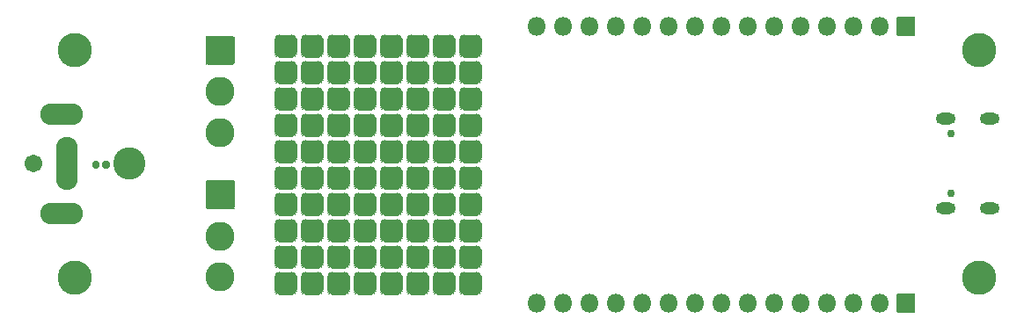
<source format=gbr>
G04 #@! TF.GenerationSoftware,KiCad,Pcbnew,(5.1.10)-1*
G04 #@! TF.CreationDate,2021-08-11T19:04:19+09:00*
G04 #@! TF.ProjectId,ESP32_LED,45535033-325f-44c4-9544-2e6b69636164,rev?*
G04 #@! TF.SameCoordinates,Original*
G04 #@! TF.FileFunction,Soldermask,Bot*
G04 #@! TF.FilePolarity,Negative*
%FSLAX46Y46*%
G04 Gerber Fmt 4.6, Leading zero omitted, Abs format (unit mm)*
G04 Created by KiCad (PCBNEW (5.1.10)-1) date 2021-08-11 19:04:19*
%MOMM*%
%LPD*%
G01*
G04 APERTURE LIST*
%ADD10C,2.802000*%
%ADD11O,2.102000X5.102000*%
%ADD12O,4.102000X2.102000*%
%ADD13C,3.102000*%
%ADD14C,1.702000*%
%ADD15C,3.302000*%
%ADD16O,1.902000X1.102000*%
%ADD17C,0.752000*%
%ADD18O,1.802000X1.802000*%
%ADD19C,0.100000*%
G04 APERTURE END LIST*
G36*
G01*
X118279000Y-74210500D02*
X118279000Y-73109500D01*
G75*
G02*
X118829500Y-72559000I550500J0D01*
G01*
X119930500Y-72559000D01*
G75*
G02*
X120481000Y-73109500I0J-550500D01*
G01*
X120481000Y-74210500D01*
G75*
G02*
X119930500Y-74761000I-550500J0D01*
G01*
X118829500Y-74761000D01*
G75*
G02*
X118279000Y-74210500I0J550500D01*
G01*
G37*
G36*
G01*
X123359000Y-74210500D02*
X123359000Y-73109500D01*
G75*
G02*
X123909500Y-72559000I550500J0D01*
G01*
X125010500Y-72559000D01*
G75*
G02*
X125561000Y-73109500I0J-550500D01*
G01*
X125561000Y-74210500D01*
G75*
G02*
X125010500Y-74761000I-550500J0D01*
G01*
X123909500Y-74761000D01*
G75*
G02*
X123359000Y-74210500I0J550500D01*
G01*
G37*
G36*
G01*
X113199000Y-74210500D02*
X113199000Y-73109500D01*
G75*
G02*
X113749500Y-72559000I550500J0D01*
G01*
X114850500Y-72559000D01*
G75*
G02*
X115401000Y-73109500I0J-550500D01*
G01*
X115401000Y-74210500D01*
G75*
G02*
X114850500Y-74761000I-550500J0D01*
G01*
X113749500Y-74761000D01*
G75*
G02*
X113199000Y-74210500I0J550500D01*
G01*
G37*
G36*
G01*
X128439000Y-74210500D02*
X128439000Y-73109500D01*
G75*
G02*
X128989500Y-72559000I550500J0D01*
G01*
X130090500Y-72559000D01*
G75*
G02*
X130641000Y-73109500I0J-550500D01*
G01*
X130641000Y-74210500D01*
G75*
G02*
X130090500Y-74761000I-550500J0D01*
G01*
X128989500Y-74761000D01*
G75*
G02*
X128439000Y-74210500I0J550500D01*
G01*
G37*
G36*
G01*
X130979000Y-74210500D02*
X130979000Y-73109500D01*
G75*
G02*
X131529500Y-72559000I550500J0D01*
G01*
X132630500Y-72559000D01*
G75*
G02*
X133181000Y-73109500I0J-550500D01*
G01*
X133181000Y-74210500D01*
G75*
G02*
X132630500Y-74761000I-550500J0D01*
G01*
X131529500Y-74761000D01*
G75*
G02*
X130979000Y-74210500I0J550500D01*
G01*
G37*
G36*
G01*
X125899000Y-74210500D02*
X125899000Y-73109500D01*
G75*
G02*
X126449500Y-72559000I550500J0D01*
G01*
X127550500Y-72559000D01*
G75*
G02*
X128101000Y-73109500I0J-550500D01*
G01*
X128101000Y-74210500D01*
G75*
G02*
X127550500Y-74761000I-550500J0D01*
G01*
X126449500Y-74761000D01*
G75*
G02*
X125899000Y-74210500I0J550500D01*
G01*
G37*
G36*
G01*
X120819000Y-74210500D02*
X120819000Y-73109500D01*
G75*
G02*
X121369500Y-72559000I550500J0D01*
G01*
X122470500Y-72559000D01*
G75*
G02*
X123021000Y-73109500I0J-550500D01*
G01*
X123021000Y-74210500D01*
G75*
G02*
X122470500Y-74761000I-550500J0D01*
G01*
X121369500Y-74761000D01*
G75*
G02*
X120819000Y-74210500I0J550500D01*
G01*
G37*
G36*
G01*
X115739000Y-74210500D02*
X115739000Y-73109500D01*
G75*
G02*
X116289500Y-72559000I550500J0D01*
G01*
X117390500Y-72559000D01*
G75*
G02*
X117941000Y-73109500I0J-550500D01*
G01*
X117941000Y-74210500D01*
G75*
G02*
X117390500Y-74761000I-550500J0D01*
G01*
X116289500Y-74761000D01*
G75*
G02*
X115739000Y-74210500I0J550500D01*
G01*
G37*
G36*
G01*
X130979000Y-97070500D02*
X130979000Y-95969500D01*
G75*
G02*
X131529500Y-95419000I550500J0D01*
G01*
X132630500Y-95419000D01*
G75*
G02*
X133181000Y-95969500I0J-550500D01*
G01*
X133181000Y-97070500D01*
G75*
G02*
X132630500Y-97621000I-550500J0D01*
G01*
X131529500Y-97621000D01*
G75*
G02*
X130979000Y-97070500I0J550500D01*
G01*
G37*
G36*
G01*
X128439000Y-97070500D02*
X128439000Y-95969500D01*
G75*
G02*
X128989500Y-95419000I550500J0D01*
G01*
X130090500Y-95419000D01*
G75*
G02*
X130641000Y-95969500I0J-550500D01*
G01*
X130641000Y-97070500D01*
G75*
G02*
X130090500Y-97621000I-550500J0D01*
G01*
X128989500Y-97621000D01*
G75*
G02*
X128439000Y-97070500I0J550500D01*
G01*
G37*
G36*
G01*
X118279000Y-97070500D02*
X118279000Y-95969500D01*
G75*
G02*
X118829500Y-95419000I550500J0D01*
G01*
X119930500Y-95419000D01*
G75*
G02*
X120481000Y-95969500I0J-550500D01*
G01*
X120481000Y-97070500D01*
G75*
G02*
X119930500Y-97621000I-550500J0D01*
G01*
X118829500Y-97621000D01*
G75*
G02*
X118279000Y-97070500I0J550500D01*
G01*
G37*
G36*
G01*
X120819000Y-97070500D02*
X120819000Y-95969500D01*
G75*
G02*
X121369500Y-95419000I550500J0D01*
G01*
X122470500Y-95419000D01*
G75*
G02*
X123021000Y-95969500I0J-550500D01*
G01*
X123021000Y-97070500D01*
G75*
G02*
X122470500Y-97621000I-550500J0D01*
G01*
X121369500Y-97621000D01*
G75*
G02*
X120819000Y-97070500I0J550500D01*
G01*
G37*
G36*
G01*
X125899000Y-97070500D02*
X125899000Y-95969500D01*
G75*
G02*
X126449500Y-95419000I550500J0D01*
G01*
X127550500Y-95419000D01*
G75*
G02*
X128101000Y-95969500I0J-550500D01*
G01*
X128101000Y-97070500D01*
G75*
G02*
X127550500Y-97621000I-550500J0D01*
G01*
X126449500Y-97621000D01*
G75*
G02*
X125899000Y-97070500I0J550500D01*
G01*
G37*
G36*
G01*
X113199000Y-97070500D02*
X113199000Y-95969500D01*
G75*
G02*
X113749500Y-95419000I550500J0D01*
G01*
X114850500Y-95419000D01*
G75*
G02*
X115401000Y-95969500I0J-550500D01*
G01*
X115401000Y-97070500D01*
G75*
G02*
X114850500Y-97621000I-550500J0D01*
G01*
X113749500Y-97621000D01*
G75*
G02*
X113199000Y-97070500I0J550500D01*
G01*
G37*
G36*
G01*
X115739000Y-97070500D02*
X115739000Y-95969500D01*
G75*
G02*
X116289500Y-95419000I550500J0D01*
G01*
X117390500Y-95419000D01*
G75*
G02*
X117941000Y-95969500I0J-550500D01*
G01*
X117941000Y-97070500D01*
G75*
G02*
X117390500Y-97621000I-550500J0D01*
G01*
X116289500Y-97621000D01*
G75*
G02*
X115739000Y-97070500I0J550500D01*
G01*
G37*
G36*
G01*
X123359000Y-97070500D02*
X123359000Y-95969500D01*
G75*
G02*
X123909500Y-95419000I550500J0D01*
G01*
X125010500Y-95419000D01*
G75*
G02*
X125561000Y-95969500I0J-550500D01*
G01*
X125561000Y-97070500D01*
G75*
G02*
X125010500Y-97621000I-550500J0D01*
G01*
X123909500Y-97621000D01*
G75*
G02*
X123359000Y-97070500I0J550500D01*
G01*
G37*
G36*
G01*
X128439000Y-94530500D02*
X128439000Y-93429500D01*
G75*
G02*
X128989500Y-92879000I550500J0D01*
G01*
X130090500Y-92879000D01*
G75*
G02*
X130641000Y-93429500I0J-550500D01*
G01*
X130641000Y-94530500D01*
G75*
G02*
X130090500Y-95081000I-550500J0D01*
G01*
X128989500Y-95081000D01*
G75*
G02*
X128439000Y-94530500I0J550500D01*
G01*
G37*
G36*
G01*
X125899000Y-94530500D02*
X125899000Y-93429500D01*
G75*
G02*
X126449500Y-92879000I550500J0D01*
G01*
X127550500Y-92879000D01*
G75*
G02*
X128101000Y-93429500I0J-550500D01*
G01*
X128101000Y-94530500D01*
G75*
G02*
X127550500Y-95081000I-550500J0D01*
G01*
X126449500Y-95081000D01*
G75*
G02*
X125899000Y-94530500I0J550500D01*
G01*
G37*
G36*
G01*
X115739000Y-94530500D02*
X115739000Y-93429500D01*
G75*
G02*
X116289500Y-92879000I550500J0D01*
G01*
X117390500Y-92879000D01*
G75*
G02*
X117941000Y-93429500I0J-550500D01*
G01*
X117941000Y-94530500D01*
G75*
G02*
X117390500Y-95081000I-550500J0D01*
G01*
X116289500Y-95081000D01*
G75*
G02*
X115739000Y-94530500I0J550500D01*
G01*
G37*
G36*
G01*
X130979000Y-94530500D02*
X130979000Y-93429500D01*
G75*
G02*
X131529500Y-92879000I550500J0D01*
G01*
X132630500Y-92879000D01*
G75*
G02*
X133181000Y-93429500I0J-550500D01*
G01*
X133181000Y-94530500D01*
G75*
G02*
X132630500Y-95081000I-550500J0D01*
G01*
X131529500Y-95081000D01*
G75*
G02*
X130979000Y-94530500I0J550500D01*
G01*
G37*
G36*
G01*
X120819000Y-94530500D02*
X120819000Y-93429500D01*
G75*
G02*
X121369500Y-92879000I550500J0D01*
G01*
X122470500Y-92879000D01*
G75*
G02*
X123021000Y-93429500I0J-550500D01*
G01*
X123021000Y-94530500D01*
G75*
G02*
X122470500Y-95081000I-550500J0D01*
G01*
X121369500Y-95081000D01*
G75*
G02*
X120819000Y-94530500I0J550500D01*
G01*
G37*
G36*
G01*
X118279000Y-94530500D02*
X118279000Y-93429500D01*
G75*
G02*
X118829500Y-92879000I550500J0D01*
G01*
X119930500Y-92879000D01*
G75*
G02*
X120481000Y-93429500I0J-550500D01*
G01*
X120481000Y-94530500D01*
G75*
G02*
X119930500Y-95081000I-550500J0D01*
G01*
X118829500Y-95081000D01*
G75*
G02*
X118279000Y-94530500I0J550500D01*
G01*
G37*
G36*
G01*
X113199000Y-94530500D02*
X113199000Y-93429500D01*
G75*
G02*
X113749500Y-92879000I550500J0D01*
G01*
X114850500Y-92879000D01*
G75*
G02*
X115401000Y-93429500I0J-550500D01*
G01*
X115401000Y-94530500D01*
G75*
G02*
X114850500Y-95081000I-550500J0D01*
G01*
X113749500Y-95081000D01*
G75*
G02*
X113199000Y-94530500I0J550500D01*
G01*
G37*
G36*
G01*
X115739000Y-91990500D02*
X115739000Y-90889500D01*
G75*
G02*
X116289500Y-90339000I550500J0D01*
G01*
X117390500Y-90339000D01*
G75*
G02*
X117941000Y-90889500I0J-550500D01*
G01*
X117941000Y-91990500D01*
G75*
G02*
X117390500Y-92541000I-550500J0D01*
G01*
X116289500Y-92541000D01*
G75*
G02*
X115739000Y-91990500I0J550500D01*
G01*
G37*
G36*
G01*
X123359000Y-89450500D02*
X123359000Y-88349500D01*
G75*
G02*
X123909500Y-87799000I550500J0D01*
G01*
X125010500Y-87799000D01*
G75*
G02*
X125561000Y-88349500I0J-550500D01*
G01*
X125561000Y-89450500D01*
G75*
G02*
X125010500Y-90001000I-550500J0D01*
G01*
X123909500Y-90001000D01*
G75*
G02*
X123359000Y-89450500I0J550500D01*
G01*
G37*
G36*
G01*
X113199000Y-89450500D02*
X113199000Y-88349500D01*
G75*
G02*
X113749500Y-87799000I550500J0D01*
G01*
X114850500Y-87799000D01*
G75*
G02*
X115401000Y-88349500I0J-550500D01*
G01*
X115401000Y-89450500D01*
G75*
G02*
X114850500Y-90001000I-550500J0D01*
G01*
X113749500Y-90001000D01*
G75*
G02*
X113199000Y-89450500I0J550500D01*
G01*
G37*
G36*
G01*
X115739000Y-89450500D02*
X115739000Y-88349500D01*
G75*
G02*
X116289500Y-87799000I550500J0D01*
G01*
X117390500Y-87799000D01*
G75*
G02*
X117941000Y-88349500I0J-550500D01*
G01*
X117941000Y-89450500D01*
G75*
G02*
X117390500Y-90001000I-550500J0D01*
G01*
X116289500Y-90001000D01*
G75*
G02*
X115739000Y-89450500I0J550500D01*
G01*
G37*
G36*
G01*
X113199000Y-86910500D02*
X113199000Y-85809500D01*
G75*
G02*
X113749500Y-85259000I550500J0D01*
G01*
X114850500Y-85259000D01*
G75*
G02*
X115401000Y-85809500I0J-550500D01*
G01*
X115401000Y-86910500D01*
G75*
G02*
X114850500Y-87461000I-550500J0D01*
G01*
X113749500Y-87461000D01*
G75*
G02*
X113199000Y-86910500I0J550500D01*
G01*
G37*
G36*
G01*
X125899000Y-89450500D02*
X125899000Y-88349500D01*
G75*
G02*
X126449500Y-87799000I550500J0D01*
G01*
X127550500Y-87799000D01*
G75*
G02*
X128101000Y-88349500I0J-550500D01*
G01*
X128101000Y-89450500D01*
G75*
G02*
X127550500Y-90001000I-550500J0D01*
G01*
X126449500Y-90001000D01*
G75*
G02*
X125899000Y-89450500I0J550500D01*
G01*
G37*
G36*
G01*
X128439000Y-86910500D02*
X128439000Y-85809500D01*
G75*
G02*
X128989500Y-85259000I550500J0D01*
G01*
X130090500Y-85259000D01*
G75*
G02*
X130641000Y-85809500I0J-550500D01*
G01*
X130641000Y-86910500D01*
G75*
G02*
X130090500Y-87461000I-550500J0D01*
G01*
X128989500Y-87461000D01*
G75*
G02*
X128439000Y-86910500I0J550500D01*
G01*
G37*
G36*
G01*
X125899000Y-91990500D02*
X125899000Y-90889500D01*
G75*
G02*
X126449500Y-90339000I550500J0D01*
G01*
X127550500Y-90339000D01*
G75*
G02*
X128101000Y-90889500I0J-550500D01*
G01*
X128101000Y-91990500D01*
G75*
G02*
X127550500Y-92541000I-550500J0D01*
G01*
X126449500Y-92541000D01*
G75*
G02*
X125899000Y-91990500I0J550500D01*
G01*
G37*
G36*
G01*
X128439000Y-91990500D02*
X128439000Y-90889500D01*
G75*
G02*
X128989500Y-90339000I550500J0D01*
G01*
X130090500Y-90339000D01*
G75*
G02*
X130641000Y-90889500I0J-550500D01*
G01*
X130641000Y-91990500D01*
G75*
G02*
X130090500Y-92541000I-550500J0D01*
G01*
X128989500Y-92541000D01*
G75*
G02*
X128439000Y-91990500I0J550500D01*
G01*
G37*
G36*
G01*
X130979000Y-89450500D02*
X130979000Y-88349500D01*
G75*
G02*
X131529500Y-87799000I550500J0D01*
G01*
X132630500Y-87799000D01*
G75*
G02*
X133181000Y-88349500I0J-550500D01*
G01*
X133181000Y-89450500D01*
G75*
G02*
X132630500Y-90001000I-550500J0D01*
G01*
X131529500Y-90001000D01*
G75*
G02*
X130979000Y-89450500I0J550500D01*
G01*
G37*
G36*
G01*
X120819000Y-89450500D02*
X120819000Y-88349500D01*
G75*
G02*
X121369500Y-87799000I550500J0D01*
G01*
X122470500Y-87799000D01*
G75*
G02*
X123021000Y-88349500I0J-550500D01*
G01*
X123021000Y-89450500D01*
G75*
G02*
X122470500Y-90001000I-550500J0D01*
G01*
X121369500Y-90001000D01*
G75*
G02*
X120819000Y-89450500I0J550500D01*
G01*
G37*
G36*
G01*
X118279000Y-89450500D02*
X118279000Y-88349500D01*
G75*
G02*
X118829500Y-87799000I550500J0D01*
G01*
X119930500Y-87799000D01*
G75*
G02*
X120481000Y-88349500I0J-550500D01*
G01*
X120481000Y-89450500D01*
G75*
G02*
X119930500Y-90001000I-550500J0D01*
G01*
X118829500Y-90001000D01*
G75*
G02*
X118279000Y-89450500I0J550500D01*
G01*
G37*
G36*
G01*
X130979000Y-91990500D02*
X130979000Y-90889500D01*
G75*
G02*
X131529500Y-90339000I550500J0D01*
G01*
X132630500Y-90339000D01*
G75*
G02*
X133181000Y-90889500I0J-550500D01*
G01*
X133181000Y-91990500D01*
G75*
G02*
X132630500Y-92541000I-550500J0D01*
G01*
X131529500Y-92541000D01*
G75*
G02*
X130979000Y-91990500I0J550500D01*
G01*
G37*
G36*
G01*
X120819000Y-91990500D02*
X120819000Y-90889500D01*
G75*
G02*
X121369500Y-90339000I550500J0D01*
G01*
X122470500Y-90339000D01*
G75*
G02*
X123021000Y-90889500I0J-550500D01*
G01*
X123021000Y-91990500D01*
G75*
G02*
X122470500Y-92541000I-550500J0D01*
G01*
X121369500Y-92541000D01*
G75*
G02*
X120819000Y-91990500I0J550500D01*
G01*
G37*
G36*
G01*
X118279000Y-91990500D02*
X118279000Y-90889500D01*
G75*
G02*
X118829500Y-90339000I550500J0D01*
G01*
X119930500Y-90339000D01*
G75*
G02*
X120481000Y-90889500I0J-550500D01*
G01*
X120481000Y-91990500D01*
G75*
G02*
X119930500Y-92541000I-550500J0D01*
G01*
X118829500Y-92541000D01*
G75*
G02*
X118279000Y-91990500I0J550500D01*
G01*
G37*
G36*
G01*
X130979000Y-86910500D02*
X130979000Y-85809500D01*
G75*
G02*
X131529500Y-85259000I550500J0D01*
G01*
X132630500Y-85259000D01*
G75*
G02*
X133181000Y-85809500I0J-550500D01*
G01*
X133181000Y-86910500D01*
G75*
G02*
X132630500Y-87461000I-550500J0D01*
G01*
X131529500Y-87461000D01*
G75*
G02*
X130979000Y-86910500I0J550500D01*
G01*
G37*
G36*
G01*
X118279000Y-86910500D02*
X118279000Y-85809500D01*
G75*
G02*
X118829500Y-85259000I550500J0D01*
G01*
X119930500Y-85259000D01*
G75*
G02*
X120481000Y-85809500I0J-550500D01*
G01*
X120481000Y-86910500D01*
G75*
G02*
X119930500Y-87461000I-550500J0D01*
G01*
X118829500Y-87461000D01*
G75*
G02*
X118279000Y-86910500I0J550500D01*
G01*
G37*
G36*
G01*
X125899000Y-86910500D02*
X125899000Y-85809500D01*
G75*
G02*
X126449500Y-85259000I550500J0D01*
G01*
X127550500Y-85259000D01*
G75*
G02*
X128101000Y-85809500I0J-550500D01*
G01*
X128101000Y-86910500D01*
G75*
G02*
X127550500Y-87461000I-550500J0D01*
G01*
X126449500Y-87461000D01*
G75*
G02*
X125899000Y-86910500I0J550500D01*
G01*
G37*
G36*
G01*
X115739000Y-86910500D02*
X115739000Y-85809500D01*
G75*
G02*
X116289500Y-85259000I550500J0D01*
G01*
X117390500Y-85259000D01*
G75*
G02*
X117941000Y-85809500I0J-550500D01*
G01*
X117941000Y-86910500D01*
G75*
G02*
X117390500Y-87461000I-550500J0D01*
G01*
X116289500Y-87461000D01*
G75*
G02*
X115739000Y-86910500I0J550500D01*
G01*
G37*
G36*
G01*
X123359000Y-86910500D02*
X123359000Y-85809500D01*
G75*
G02*
X123909500Y-85259000I550500J0D01*
G01*
X125010500Y-85259000D01*
G75*
G02*
X125561000Y-85809500I0J-550500D01*
G01*
X125561000Y-86910500D01*
G75*
G02*
X125010500Y-87461000I-550500J0D01*
G01*
X123909500Y-87461000D01*
G75*
G02*
X123359000Y-86910500I0J550500D01*
G01*
G37*
G36*
G01*
X123359000Y-94530500D02*
X123359000Y-93429500D01*
G75*
G02*
X123909500Y-92879000I550500J0D01*
G01*
X125010500Y-92879000D01*
G75*
G02*
X125561000Y-93429500I0J-550500D01*
G01*
X125561000Y-94530500D01*
G75*
G02*
X125010500Y-95081000I-550500J0D01*
G01*
X123909500Y-95081000D01*
G75*
G02*
X123359000Y-94530500I0J550500D01*
G01*
G37*
G36*
G01*
X128439000Y-89450500D02*
X128439000Y-88349500D01*
G75*
G02*
X128989500Y-87799000I550500J0D01*
G01*
X130090500Y-87799000D01*
G75*
G02*
X130641000Y-88349500I0J-550500D01*
G01*
X130641000Y-89450500D01*
G75*
G02*
X130090500Y-90001000I-550500J0D01*
G01*
X128989500Y-90001000D01*
G75*
G02*
X128439000Y-89450500I0J550500D01*
G01*
G37*
G36*
G01*
X123359000Y-91990500D02*
X123359000Y-90889500D01*
G75*
G02*
X123909500Y-90339000I550500J0D01*
G01*
X125010500Y-90339000D01*
G75*
G02*
X125561000Y-90889500I0J-550500D01*
G01*
X125561000Y-91990500D01*
G75*
G02*
X125010500Y-92541000I-550500J0D01*
G01*
X123909500Y-92541000D01*
G75*
G02*
X123359000Y-91990500I0J550500D01*
G01*
G37*
G36*
G01*
X113199000Y-91990500D02*
X113199000Y-90889500D01*
G75*
G02*
X113749500Y-90339000I550500J0D01*
G01*
X114850500Y-90339000D01*
G75*
G02*
X115401000Y-90889500I0J-550500D01*
G01*
X115401000Y-91990500D01*
G75*
G02*
X114850500Y-92541000I-550500J0D01*
G01*
X113749500Y-92541000D01*
G75*
G02*
X113199000Y-91990500I0J550500D01*
G01*
G37*
G36*
G01*
X120819000Y-86910500D02*
X120819000Y-85809500D01*
G75*
G02*
X121369500Y-85259000I550500J0D01*
G01*
X122470500Y-85259000D01*
G75*
G02*
X123021000Y-85809500I0J-550500D01*
G01*
X123021000Y-86910500D01*
G75*
G02*
X122470500Y-87461000I-550500J0D01*
G01*
X121369500Y-87461000D01*
G75*
G02*
X120819000Y-86910500I0J550500D01*
G01*
G37*
G36*
G01*
X115739000Y-84370500D02*
X115739000Y-83269500D01*
G75*
G02*
X116289500Y-82719000I550500J0D01*
G01*
X117390500Y-82719000D01*
G75*
G02*
X117941000Y-83269500I0J-550500D01*
G01*
X117941000Y-84370500D01*
G75*
G02*
X117390500Y-84921000I-550500J0D01*
G01*
X116289500Y-84921000D01*
G75*
G02*
X115739000Y-84370500I0J550500D01*
G01*
G37*
G36*
G01*
X125899000Y-84370500D02*
X125899000Y-83269500D01*
G75*
G02*
X126449500Y-82719000I550500J0D01*
G01*
X127550500Y-82719000D01*
G75*
G02*
X128101000Y-83269500I0J-550500D01*
G01*
X128101000Y-84370500D01*
G75*
G02*
X127550500Y-84921000I-550500J0D01*
G01*
X126449500Y-84921000D01*
G75*
G02*
X125899000Y-84370500I0J550500D01*
G01*
G37*
G36*
G01*
X128439000Y-84370500D02*
X128439000Y-83269500D01*
G75*
G02*
X128989500Y-82719000I550500J0D01*
G01*
X130090500Y-82719000D01*
G75*
G02*
X130641000Y-83269500I0J-550500D01*
G01*
X130641000Y-84370500D01*
G75*
G02*
X130090500Y-84921000I-550500J0D01*
G01*
X128989500Y-84921000D01*
G75*
G02*
X128439000Y-84370500I0J550500D01*
G01*
G37*
G36*
G01*
X130979000Y-84370500D02*
X130979000Y-83269500D01*
G75*
G02*
X131529500Y-82719000I550500J0D01*
G01*
X132630500Y-82719000D01*
G75*
G02*
X133181000Y-83269500I0J-550500D01*
G01*
X133181000Y-84370500D01*
G75*
G02*
X132630500Y-84921000I-550500J0D01*
G01*
X131529500Y-84921000D01*
G75*
G02*
X130979000Y-84370500I0J550500D01*
G01*
G37*
G36*
G01*
X120819000Y-84370500D02*
X120819000Y-83269500D01*
G75*
G02*
X121369500Y-82719000I550500J0D01*
G01*
X122470500Y-82719000D01*
G75*
G02*
X123021000Y-83269500I0J-550500D01*
G01*
X123021000Y-84370500D01*
G75*
G02*
X122470500Y-84921000I-550500J0D01*
G01*
X121369500Y-84921000D01*
G75*
G02*
X120819000Y-84370500I0J550500D01*
G01*
G37*
G36*
G01*
X118279000Y-84370500D02*
X118279000Y-83269500D01*
G75*
G02*
X118829500Y-82719000I550500J0D01*
G01*
X119930500Y-82719000D01*
G75*
G02*
X120481000Y-83269500I0J-550500D01*
G01*
X120481000Y-84370500D01*
G75*
G02*
X119930500Y-84921000I-550500J0D01*
G01*
X118829500Y-84921000D01*
G75*
G02*
X118279000Y-84370500I0J550500D01*
G01*
G37*
G36*
G01*
X123359000Y-84370500D02*
X123359000Y-83269500D01*
G75*
G02*
X123909500Y-82719000I550500J0D01*
G01*
X125010500Y-82719000D01*
G75*
G02*
X125561000Y-83269500I0J-550500D01*
G01*
X125561000Y-84370500D01*
G75*
G02*
X125010500Y-84921000I-550500J0D01*
G01*
X123909500Y-84921000D01*
G75*
G02*
X123359000Y-84370500I0J550500D01*
G01*
G37*
G36*
G01*
X113199000Y-84370500D02*
X113199000Y-83269500D01*
G75*
G02*
X113749500Y-82719000I550500J0D01*
G01*
X114850500Y-82719000D01*
G75*
G02*
X115401000Y-83269500I0J-550500D01*
G01*
X115401000Y-84370500D01*
G75*
G02*
X114850500Y-84921000I-550500J0D01*
G01*
X113749500Y-84921000D01*
G75*
G02*
X113199000Y-84370500I0J550500D01*
G01*
G37*
G36*
G01*
X123359000Y-81830500D02*
X123359000Y-80729500D01*
G75*
G02*
X123909500Y-80179000I550500J0D01*
G01*
X125010500Y-80179000D01*
G75*
G02*
X125561000Y-80729500I0J-550500D01*
G01*
X125561000Y-81830500D01*
G75*
G02*
X125010500Y-82381000I-550500J0D01*
G01*
X123909500Y-82381000D01*
G75*
G02*
X123359000Y-81830500I0J550500D01*
G01*
G37*
G36*
G01*
X113199000Y-81830500D02*
X113199000Y-80729500D01*
G75*
G02*
X113749500Y-80179000I550500J0D01*
G01*
X114850500Y-80179000D01*
G75*
G02*
X115401000Y-80729500I0J-550500D01*
G01*
X115401000Y-81830500D01*
G75*
G02*
X114850500Y-82381000I-550500J0D01*
G01*
X113749500Y-82381000D01*
G75*
G02*
X113199000Y-81830500I0J550500D01*
G01*
G37*
G36*
G01*
X115739000Y-81830500D02*
X115739000Y-80729500D01*
G75*
G02*
X116289500Y-80179000I550500J0D01*
G01*
X117390500Y-80179000D01*
G75*
G02*
X117941000Y-80729500I0J-550500D01*
G01*
X117941000Y-81830500D01*
G75*
G02*
X117390500Y-82381000I-550500J0D01*
G01*
X116289500Y-82381000D01*
G75*
G02*
X115739000Y-81830500I0J550500D01*
G01*
G37*
G36*
G01*
X125899000Y-81830500D02*
X125899000Y-80729500D01*
G75*
G02*
X126449500Y-80179000I550500J0D01*
G01*
X127550500Y-80179000D01*
G75*
G02*
X128101000Y-80729500I0J-550500D01*
G01*
X128101000Y-81830500D01*
G75*
G02*
X127550500Y-82381000I-550500J0D01*
G01*
X126449500Y-82381000D01*
G75*
G02*
X125899000Y-81830500I0J550500D01*
G01*
G37*
G36*
G01*
X130979000Y-81830500D02*
X130979000Y-80729500D01*
G75*
G02*
X131529500Y-80179000I550500J0D01*
G01*
X132630500Y-80179000D01*
G75*
G02*
X133181000Y-80729500I0J-550500D01*
G01*
X133181000Y-81830500D01*
G75*
G02*
X132630500Y-82381000I-550500J0D01*
G01*
X131529500Y-82381000D01*
G75*
G02*
X130979000Y-81830500I0J550500D01*
G01*
G37*
G36*
G01*
X120819000Y-81830500D02*
X120819000Y-80729500D01*
G75*
G02*
X121369500Y-80179000I550500J0D01*
G01*
X122470500Y-80179000D01*
G75*
G02*
X123021000Y-80729500I0J-550500D01*
G01*
X123021000Y-81830500D01*
G75*
G02*
X122470500Y-82381000I-550500J0D01*
G01*
X121369500Y-82381000D01*
G75*
G02*
X120819000Y-81830500I0J550500D01*
G01*
G37*
G36*
G01*
X118279000Y-81830500D02*
X118279000Y-80729500D01*
G75*
G02*
X118829500Y-80179000I550500J0D01*
G01*
X119930500Y-80179000D01*
G75*
G02*
X120481000Y-80729500I0J-550500D01*
G01*
X120481000Y-81830500D01*
G75*
G02*
X119930500Y-82381000I-550500J0D01*
G01*
X118829500Y-82381000D01*
G75*
G02*
X118279000Y-81830500I0J550500D01*
G01*
G37*
G36*
G01*
X128439000Y-81830500D02*
X128439000Y-80729500D01*
G75*
G02*
X128989500Y-80179000I550500J0D01*
G01*
X130090500Y-80179000D01*
G75*
G02*
X130641000Y-80729500I0J-550500D01*
G01*
X130641000Y-81830500D01*
G75*
G02*
X130090500Y-82381000I-550500J0D01*
G01*
X128989500Y-82381000D01*
G75*
G02*
X128439000Y-81830500I0J550500D01*
G01*
G37*
G36*
G01*
X113199000Y-79290500D02*
X113199000Y-78189500D01*
G75*
G02*
X113749500Y-77639000I550500J0D01*
G01*
X114850500Y-77639000D01*
G75*
G02*
X115401000Y-78189500I0J-550500D01*
G01*
X115401000Y-79290500D01*
G75*
G02*
X114850500Y-79841000I-550500J0D01*
G01*
X113749500Y-79841000D01*
G75*
G02*
X113199000Y-79290500I0J550500D01*
G01*
G37*
G36*
G01*
X128439000Y-79290500D02*
X128439000Y-78189500D01*
G75*
G02*
X128989500Y-77639000I550500J0D01*
G01*
X130090500Y-77639000D01*
G75*
G02*
X130641000Y-78189500I0J-550500D01*
G01*
X130641000Y-79290500D01*
G75*
G02*
X130090500Y-79841000I-550500J0D01*
G01*
X128989500Y-79841000D01*
G75*
G02*
X128439000Y-79290500I0J550500D01*
G01*
G37*
G36*
G01*
X130979000Y-79290500D02*
X130979000Y-78189500D01*
G75*
G02*
X131529500Y-77639000I550500J0D01*
G01*
X132630500Y-77639000D01*
G75*
G02*
X133181000Y-78189500I0J-550500D01*
G01*
X133181000Y-79290500D01*
G75*
G02*
X132630500Y-79841000I-550500J0D01*
G01*
X131529500Y-79841000D01*
G75*
G02*
X130979000Y-79290500I0J550500D01*
G01*
G37*
G36*
G01*
X118279000Y-79290500D02*
X118279000Y-78189500D01*
G75*
G02*
X118829500Y-77639000I550500J0D01*
G01*
X119930500Y-77639000D01*
G75*
G02*
X120481000Y-78189500I0J-550500D01*
G01*
X120481000Y-79290500D01*
G75*
G02*
X119930500Y-79841000I-550500J0D01*
G01*
X118829500Y-79841000D01*
G75*
G02*
X118279000Y-79290500I0J550500D01*
G01*
G37*
G36*
G01*
X125899000Y-79290500D02*
X125899000Y-78189500D01*
G75*
G02*
X126449500Y-77639000I550500J0D01*
G01*
X127550500Y-77639000D01*
G75*
G02*
X128101000Y-78189500I0J-550500D01*
G01*
X128101000Y-79290500D01*
G75*
G02*
X127550500Y-79841000I-550500J0D01*
G01*
X126449500Y-79841000D01*
G75*
G02*
X125899000Y-79290500I0J550500D01*
G01*
G37*
G36*
G01*
X115739000Y-79290500D02*
X115739000Y-78189500D01*
G75*
G02*
X116289500Y-77639000I550500J0D01*
G01*
X117390500Y-77639000D01*
G75*
G02*
X117941000Y-78189500I0J-550500D01*
G01*
X117941000Y-79290500D01*
G75*
G02*
X117390500Y-79841000I-550500J0D01*
G01*
X116289500Y-79841000D01*
G75*
G02*
X115739000Y-79290500I0J550500D01*
G01*
G37*
G36*
G01*
X123359000Y-79290500D02*
X123359000Y-78189500D01*
G75*
G02*
X123909500Y-77639000I550500J0D01*
G01*
X125010500Y-77639000D01*
G75*
G02*
X125561000Y-78189500I0J-550500D01*
G01*
X125561000Y-79290500D01*
G75*
G02*
X125010500Y-79841000I-550500J0D01*
G01*
X123909500Y-79841000D01*
G75*
G02*
X123359000Y-79290500I0J550500D01*
G01*
G37*
G36*
G01*
X120819000Y-79290500D02*
X120819000Y-78189500D01*
G75*
G02*
X121369500Y-77639000I550500J0D01*
G01*
X122470500Y-77639000D01*
G75*
G02*
X123021000Y-78189500I0J-550500D01*
G01*
X123021000Y-79290500D01*
G75*
G02*
X122470500Y-79841000I-550500J0D01*
G01*
X121369500Y-79841000D01*
G75*
G02*
X120819000Y-79290500I0J550500D01*
G01*
G37*
G36*
G01*
X130979000Y-76750500D02*
X130979000Y-75649500D01*
G75*
G02*
X131529500Y-75099000I550500J0D01*
G01*
X132630500Y-75099000D01*
G75*
G02*
X133181000Y-75649500I0J-550500D01*
G01*
X133181000Y-76750500D01*
G75*
G02*
X132630500Y-77301000I-550500J0D01*
G01*
X131529500Y-77301000D01*
G75*
G02*
X130979000Y-76750500I0J550500D01*
G01*
G37*
G36*
G01*
X128439000Y-76750500D02*
X128439000Y-75649500D01*
G75*
G02*
X128989500Y-75099000I550500J0D01*
G01*
X130090500Y-75099000D01*
G75*
G02*
X130641000Y-75649500I0J-550500D01*
G01*
X130641000Y-76750500D01*
G75*
G02*
X130090500Y-77301000I-550500J0D01*
G01*
X128989500Y-77301000D01*
G75*
G02*
X128439000Y-76750500I0J550500D01*
G01*
G37*
G36*
G01*
X125899000Y-76750500D02*
X125899000Y-75649500D01*
G75*
G02*
X126449500Y-75099000I550500J0D01*
G01*
X127550500Y-75099000D01*
G75*
G02*
X128101000Y-75649500I0J-550500D01*
G01*
X128101000Y-76750500D01*
G75*
G02*
X127550500Y-77301000I-550500J0D01*
G01*
X126449500Y-77301000D01*
G75*
G02*
X125899000Y-76750500I0J550500D01*
G01*
G37*
G36*
G01*
X123359000Y-76750500D02*
X123359000Y-75649500D01*
G75*
G02*
X123909500Y-75099000I550500J0D01*
G01*
X125010500Y-75099000D01*
G75*
G02*
X125561000Y-75649500I0J-550500D01*
G01*
X125561000Y-76750500D01*
G75*
G02*
X125010500Y-77301000I-550500J0D01*
G01*
X123909500Y-77301000D01*
G75*
G02*
X123359000Y-76750500I0J550500D01*
G01*
G37*
G36*
G01*
X120819000Y-76750500D02*
X120819000Y-75649500D01*
G75*
G02*
X121369500Y-75099000I550500J0D01*
G01*
X122470500Y-75099000D01*
G75*
G02*
X123021000Y-75649500I0J-550500D01*
G01*
X123021000Y-76750500D01*
G75*
G02*
X122470500Y-77301000I-550500J0D01*
G01*
X121369500Y-77301000D01*
G75*
G02*
X120819000Y-76750500I0J550500D01*
G01*
G37*
G36*
G01*
X118279000Y-76750500D02*
X118279000Y-75649500D01*
G75*
G02*
X118829500Y-75099000I550500J0D01*
G01*
X119930500Y-75099000D01*
G75*
G02*
X120481000Y-75649500I0J-550500D01*
G01*
X120481000Y-76750500D01*
G75*
G02*
X119930500Y-77301000I-550500J0D01*
G01*
X118829500Y-77301000D01*
G75*
G02*
X118279000Y-76750500I0J550500D01*
G01*
G37*
G36*
G01*
X115739000Y-76750500D02*
X115739000Y-75649500D01*
G75*
G02*
X116289500Y-75099000I550500J0D01*
G01*
X117390500Y-75099000D01*
G75*
G02*
X117941000Y-75649500I0J-550500D01*
G01*
X117941000Y-76750500D01*
G75*
G02*
X117390500Y-77301000I-550500J0D01*
G01*
X116289500Y-77301000D01*
G75*
G02*
X115739000Y-76750500I0J550500D01*
G01*
G37*
G36*
G01*
X113199000Y-76750500D02*
X113199000Y-75649500D01*
G75*
G02*
X113749500Y-75099000I550500J0D01*
G01*
X114850500Y-75099000D01*
G75*
G02*
X115401000Y-75649500I0J-550500D01*
G01*
X115401000Y-76750500D01*
G75*
G02*
X114850500Y-77301000I-550500J0D01*
G01*
X113749500Y-77301000D01*
G75*
G02*
X113199000Y-76750500I0J550500D01*
G01*
G37*
G36*
G01*
X106858445Y-72679000D02*
X109141555Y-72679000D01*
G75*
G02*
X109401000Y-72938445I0J-259445D01*
G01*
X109401000Y-75221555D01*
G75*
G02*
X109141555Y-75481000I-259445J0D01*
G01*
X106858445Y-75481000D01*
G75*
G02*
X106599000Y-75221555I0J259445D01*
G01*
X106599000Y-72938445D01*
G75*
G02*
X106858445Y-72679000I259445J0D01*
G01*
G37*
D10*
X108000000Y-78040000D03*
X108000000Y-82000000D03*
D11*
X93250000Y-85000000D03*
D12*
X92750000Y-89750000D03*
D13*
X99250000Y-85000000D03*
D12*
X92750000Y-80250000D03*
D14*
X90000000Y-85000000D03*
D15*
X181000000Y-96000000D03*
X181000000Y-74000000D03*
X94000000Y-96000000D03*
D10*
X108000000Y-95920000D03*
X108000000Y-91960000D03*
G36*
G01*
X106858445Y-86599000D02*
X109141555Y-86599000D01*
G75*
G02*
X109401000Y-86858445I0J-259445D01*
G01*
X109401000Y-89141555D01*
G75*
G02*
X109141555Y-89401000I-259445J0D01*
G01*
X106858445Y-89401000D01*
G75*
G02*
X106599000Y-89141555I0J259445D01*
G01*
X106599000Y-86858445D01*
G75*
G02*
X106858445Y-86599000I259445J0D01*
G01*
G37*
G36*
G01*
X96381000Y-84892000D02*
X96381000Y-85288000D01*
G75*
G02*
X96208000Y-85461000I-173000J0D01*
G01*
X95862000Y-85461000D01*
G75*
G02*
X95689000Y-85288000I0J173000D01*
G01*
X95689000Y-84892000D01*
G75*
G02*
X95862000Y-84719000I173000J0D01*
G01*
X96208000Y-84719000D01*
G75*
G02*
X96381000Y-84892000I0J-173000D01*
G01*
G37*
G36*
G01*
X97351000Y-84892000D02*
X97351000Y-85288000D01*
G75*
G02*
X97178000Y-85461000I-173000J0D01*
G01*
X96832000Y-85461000D01*
G75*
G02*
X96659000Y-85288000I0J173000D01*
G01*
X96659000Y-84892000D01*
G75*
G02*
X96832000Y-84719000I173000J0D01*
G01*
X97178000Y-84719000D01*
G75*
G02*
X97351000Y-84892000I0J-173000D01*
G01*
G37*
D16*
X177857000Y-89320000D03*
D17*
X178367000Y-87875000D03*
X178367000Y-82125000D03*
D16*
X182047000Y-89320000D03*
X177857000Y-80680000D03*
X182047000Y-80680000D03*
G36*
G01*
X174840000Y-99326000D02*
X173140000Y-99326000D01*
G75*
G02*
X173089000Y-99275000I0J51000D01*
G01*
X173089000Y-97575000D01*
G75*
G02*
X173140000Y-97524000I51000J0D01*
G01*
X174840000Y-97524000D01*
G75*
G02*
X174891000Y-97575000I0J-51000D01*
G01*
X174891000Y-99275000D01*
G75*
G02*
X174840000Y-99326000I-51000J0D01*
G01*
G37*
D18*
X171450000Y-98425000D03*
X168910000Y-98425000D03*
X166370000Y-98425000D03*
X163830000Y-98425000D03*
X161290000Y-98425000D03*
X158750000Y-98425000D03*
X156210000Y-98425000D03*
X153670000Y-98425000D03*
X151130000Y-98425000D03*
X148590000Y-98425000D03*
X146050000Y-98425000D03*
X143510000Y-98425000D03*
X140970000Y-98425000D03*
X138430000Y-98425000D03*
X138430000Y-71755000D03*
X140970000Y-71755000D03*
X143510000Y-71755000D03*
X146050000Y-71755000D03*
X148590000Y-71755000D03*
X151130000Y-71755000D03*
X153670000Y-71755000D03*
X156210000Y-71755000D03*
X158750000Y-71755000D03*
X161290000Y-71755000D03*
X163830000Y-71755000D03*
X166370000Y-71755000D03*
X168910000Y-71755000D03*
X171450000Y-71755000D03*
G36*
G01*
X174840000Y-72656000D02*
X173140000Y-72656000D01*
G75*
G02*
X173089000Y-72605000I0J51000D01*
G01*
X173089000Y-70905000D01*
G75*
G02*
X173140000Y-70854000I51000J0D01*
G01*
X174840000Y-70854000D01*
G75*
G02*
X174891000Y-70905000I0J-51000D01*
G01*
X174891000Y-72605000D01*
G75*
G02*
X174840000Y-72656000I-51000J0D01*
G01*
G37*
D15*
X94000000Y-74000000D03*
D19*
G36*
X128440990Y-97070304D02*
G01*
X128451548Y-97177502D01*
X128482761Y-97280398D01*
X128533447Y-97375225D01*
X128601659Y-97458341D01*
X128684775Y-97526553D01*
X128779602Y-97577239D01*
X128882498Y-97608452D01*
X128989696Y-97619010D01*
X128991322Y-97620175D01*
X128991126Y-97622165D01*
X128989500Y-97623000D01*
X128933140Y-97623000D01*
X128932944Y-97622990D01*
X128831720Y-97613020D01*
X128831335Y-97612944D01*
X128739897Y-97585207D01*
X128739535Y-97585057D01*
X128655276Y-97540019D01*
X128654950Y-97539801D01*
X128581090Y-97479187D01*
X128580813Y-97478910D01*
X128520199Y-97405050D01*
X128519981Y-97404724D01*
X128474943Y-97320465D01*
X128474793Y-97320103D01*
X128447056Y-97228665D01*
X128446980Y-97228280D01*
X128437010Y-97127056D01*
X128437000Y-97126860D01*
X128437000Y-97070500D01*
X128438000Y-97068768D01*
X128440000Y-97068768D01*
X128440990Y-97070304D01*
G37*
G36*
X115740990Y-97070304D02*
G01*
X115751548Y-97177502D01*
X115782761Y-97280398D01*
X115833447Y-97375225D01*
X115901659Y-97458341D01*
X115984775Y-97526553D01*
X116079602Y-97577239D01*
X116182498Y-97608452D01*
X116289696Y-97619010D01*
X116291322Y-97620175D01*
X116291126Y-97622165D01*
X116289500Y-97623000D01*
X116233140Y-97623000D01*
X116232944Y-97622990D01*
X116131720Y-97613020D01*
X116131335Y-97612944D01*
X116039897Y-97585207D01*
X116039535Y-97585057D01*
X115955276Y-97540019D01*
X115954950Y-97539801D01*
X115881090Y-97479187D01*
X115880813Y-97478910D01*
X115820199Y-97405050D01*
X115819981Y-97404724D01*
X115774943Y-97320465D01*
X115774793Y-97320103D01*
X115747056Y-97228665D01*
X115746980Y-97228280D01*
X115737010Y-97127056D01*
X115737000Y-97126860D01*
X115737000Y-97070500D01*
X115738000Y-97068768D01*
X115740000Y-97068768D01*
X115740990Y-97070304D01*
G37*
G36*
X120820990Y-97070304D02*
G01*
X120831548Y-97177502D01*
X120862761Y-97280398D01*
X120913447Y-97375225D01*
X120981659Y-97458341D01*
X121064775Y-97526553D01*
X121159602Y-97577239D01*
X121262498Y-97608452D01*
X121369696Y-97619010D01*
X121371322Y-97620175D01*
X121371126Y-97622165D01*
X121369500Y-97623000D01*
X121313140Y-97623000D01*
X121312944Y-97622990D01*
X121211720Y-97613020D01*
X121211335Y-97612944D01*
X121119897Y-97585207D01*
X121119535Y-97585057D01*
X121035276Y-97540019D01*
X121034950Y-97539801D01*
X120961090Y-97479187D01*
X120960813Y-97478910D01*
X120900199Y-97405050D01*
X120899981Y-97404724D01*
X120854943Y-97320465D01*
X120854793Y-97320103D01*
X120827056Y-97228665D01*
X120826980Y-97228280D01*
X120817010Y-97127056D01*
X120817000Y-97126860D01*
X120817000Y-97070500D01*
X120818000Y-97068768D01*
X120820000Y-97068768D01*
X120820990Y-97070304D01*
G37*
G36*
X123022165Y-97068874D02*
G01*
X123023000Y-97070500D01*
X123023000Y-97126860D01*
X123022990Y-97127056D01*
X123013020Y-97228280D01*
X123012944Y-97228665D01*
X122985207Y-97320103D01*
X122985057Y-97320465D01*
X122940019Y-97404724D01*
X122939801Y-97405050D01*
X122879187Y-97478910D01*
X122878910Y-97479187D01*
X122805050Y-97539801D01*
X122804724Y-97540019D01*
X122720465Y-97585057D01*
X122720103Y-97585207D01*
X122628665Y-97612944D01*
X122628280Y-97613020D01*
X122527056Y-97622990D01*
X122526860Y-97623000D01*
X122470500Y-97623000D01*
X122468768Y-97622000D01*
X122468768Y-97620000D01*
X122470304Y-97619010D01*
X122577502Y-97608452D01*
X122680398Y-97577239D01*
X122775225Y-97526553D01*
X122858341Y-97458341D01*
X122926553Y-97375225D01*
X122977239Y-97280398D01*
X123008452Y-97177502D01*
X123019010Y-97070304D01*
X123020175Y-97068678D01*
X123022165Y-97068874D01*
G37*
G36*
X125900990Y-97070304D02*
G01*
X125911548Y-97177502D01*
X125942761Y-97280398D01*
X125993447Y-97375225D01*
X126061659Y-97458341D01*
X126144775Y-97526553D01*
X126239602Y-97577239D01*
X126342498Y-97608452D01*
X126449696Y-97619010D01*
X126451322Y-97620175D01*
X126451126Y-97622165D01*
X126449500Y-97623000D01*
X126393140Y-97623000D01*
X126392944Y-97622990D01*
X126291720Y-97613020D01*
X126291335Y-97612944D01*
X126199897Y-97585207D01*
X126199535Y-97585057D01*
X126115276Y-97540019D01*
X126114950Y-97539801D01*
X126041090Y-97479187D01*
X126040813Y-97478910D01*
X125980199Y-97405050D01*
X125979981Y-97404724D01*
X125934943Y-97320465D01*
X125934793Y-97320103D01*
X125907056Y-97228665D01*
X125906980Y-97228280D01*
X125897010Y-97127056D01*
X125897000Y-97126860D01*
X125897000Y-97070500D01*
X125898000Y-97068768D01*
X125900000Y-97068768D01*
X125900990Y-97070304D01*
G37*
G36*
X118280990Y-97070304D02*
G01*
X118291548Y-97177502D01*
X118322761Y-97280398D01*
X118373447Y-97375225D01*
X118441659Y-97458341D01*
X118524775Y-97526553D01*
X118619602Y-97577239D01*
X118722498Y-97608452D01*
X118829696Y-97619010D01*
X118831322Y-97620175D01*
X118831126Y-97622165D01*
X118829500Y-97623000D01*
X118773140Y-97623000D01*
X118772944Y-97622990D01*
X118671720Y-97613020D01*
X118671335Y-97612944D01*
X118579897Y-97585207D01*
X118579535Y-97585057D01*
X118495276Y-97540019D01*
X118494950Y-97539801D01*
X118421090Y-97479187D01*
X118420813Y-97478910D01*
X118360199Y-97405050D01*
X118359981Y-97404724D01*
X118314943Y-97320465D01*
X118314793Y-97320103D01*
X118287056Y-97228665D01*
X118286980Y-97228280D01*
X118277010Y-97127056D01*
X118277000Y-97126860D01*
X118277000Y-97070500D01*
X118278000Y-97068768D01*
X118280000Y-97068768D01*
X118280990Y-97070304D01*
G37*
G36*
X125562165Y-97068874D02*
G01*
X125563000Y-97070500D01*
X125563000Y-97126860D01*
X125562990Y-97127056D01*
X125553020Y-97228280D01*
X125552944Y-97228665D01*
X125525207Y-97320103D01*
X125525057Y-97320465D01*
X125480019Y-97404724D01*
X125479801Y-97405050D01*
X125419187Y-97478910D01*
X125418910Y-97479187D01*
X125345050Y-97539801D01*
X125344724Y-97540019D01*
X125260465Y-97585057D01*
X125260103Y-97585207D01*
X125168665Y-97612944D01*
X125168280Y-97613020D01*
X125067056Y-97622990D01*
X125066860Y-97623000D01*
X125010500Y-97623000D01*
X125008768Y-97622000D01*
X125008768Y-97620000D01*
X125010304Y-97619010D01*
X125117502Y-97608452D01*
X125220398Y-97577239D01*
X125315225Y-97526553D01*
X125398341Y-97458341D01*
X125466553Y-97375225D01*
X125517239Y-97280398D01*
X125548452Y-97177502D01*
X125559010Y-97070304D01*
X125560175Y-97068678D01*
X125562165Y-97068874D01*
G37*
G36*
X113200990Y-97070304D02*
G01*
X113211548Y-97177502D01*
X113242761Y-97280398D01*
X113293447Y-97375225D01*
X113361659Y-97458341D01*
X113444775Y-97526553D01*
X113539602Y-97577239D01*
X113642498Y-97608452D01*
X113749696Y-97619010D01*
X113751322Y-97620175D01*
X113751126Y-97622165D01*
X113749500Y-97623000D01*
X113693140Y-97623000D01*
X113692944Y-97622990D01*
X113591720Y-97613020D01*
X113591335Y-97612944D01*
X113499897Y-97585207D01*
X113499535Y-97585057D01*
X113415276Y-97540019D01*
X113414950Y-97539801D01*
X113341090Y-97479187D01*
X113340813Y-97478910D01*
X113280199Y-97405050D01*
X113279981Y-97404724D01*
X113234943Y-97320465D01*
X113234793Y-97320103D01*
X113207056Y-97228665D01*
X113206980Y-97228280D01*
X113197010Y-97127056D01*
X113197000Y-97126860D01*
X113197000Y-97070500D01*
X113198000Y-97068768D01*
X113200000Y-97068768D01*
X113200990Y-97070304D01*
G37*
G36*
X115402165Y-97068874D02*
G01*
X115403000Y-97070500D01*
X115403000Y-97126860D01*
X115402990Y-97127056D01*
X115393020Y-97228280D01*
X115392944Y-97228665D01*
X115365207Y-97320103D01*
X115365057Y-97320465D01*
X115320019Y-97404724D01*
X115319801Y-97405050D01*
X115259187Y-97478910D01*
X115258910Y-97479187D01*
X115185050Y-97539801D01*
X115184724Y-97540019D01*
X115100465Y-97585057D01*
X115100103Y-97585207D01*
X115008665Y-97612944D01*
X115008280Y-97613020D01*
X114907056Y-97622990D01*
X114906860Y-97623000D01*
X114850500Y-97623000D01*
X114848768Y-97622000D01*
X114848768Y-97620000D01*
X114850304Y-97619010D01*
X114957502Y-97608452D01*
X115060398Y-97577239D01*
X115155225Y-97526553D01*
X115238341Y-97458341D01*
X115306553Y-97375225D01*
X115357239Y-97280398D01*
X115388452Y-97177502D01*
X115399010Y-97070304D01*
X115400175Y-97068678D01*
X115402165Y-97068874D01*
G37*
G36*
X130980990Y-97070304D02*
G01*
X130991548Y-97177502D01*
X131022761Y-97280398D01*
X131073447Y-97375225D01*
X131141659Y-97458341D01*
X131224775Y-97526553D01*
X131319602Y-97577239D01*
X131422498Y-97608452D01*
X131529696Y-97619010D01*
X131531322Y-97620175D01*
X131531126Y-97622165D01*
X131529500Y-97623000D01*
X131473140Y-97623000D01*
X131472944Y-97622990D01*
X131371720Y-97613020D01*
X131371335Y-97612944D01*
X131279897Y-97585207D01*
X131279535Y-97585057D01*
X131195276Y-97540019D01*
X131194950Y-97539801D01*
X131121090Y-97479187D01*
X131120813Y-97478910D01*
X131060199Y-97405050D01*
X131059981Y-97404724D01*
X131014943Y-97320465D01*
X131014793Y-97320103D01*
X130987056Y-97228665D01*
X130986980Y-97228280D01*
X130977010Y-97127056D01*
X130977000Y-97126860D01*
X130977000Y-97070500D01*
X130978000Y-97068768D01*
X130980000Y-97068768D01*
X130980990Y-97070304D01*
G37*
G36*
X120482165Y-97068874D02*
G01*
X120483000Y-97070500D01*
X120483000Y-97126860D01*
X120482990Y-97127056D01*
X120473020Y-97228280D01*
X120472944Y-97228665D01*
X120445207Y-97320103D01*
X120445057Y-97320465D01*
X120400019Y-97404724D01*
X120399801Y-97405050D01*
X120339187Y-97478910D01*
X120338910Y-97479187D01*
X120265050Y-97539801D01*
X120264724Y-97540019D01*
X120180465Y-97585057D01*
X120180103Y-97585207D01*
X120088665Y-97612944D01*
X120088280Y-97613020D01*
X119987056Y-97622990D01*
X119986860Y-97623000D01*
X119930500Y-97623000D01*
X119928768Y-97622000D01*
X119928768Y-97620000D01*
X119930304Y-97619010D01*
X120037502Y-97608452D01*
X120140398Y-97577239D01*
X120235225Y-97526553D01*
X120318341Y-97458341D01*
X120386553Y-97375225D01*
X120437239Y-97280398D01*
X120468452Y-97177502D01*
X120479010Y-97070304D01*
X120480175Y-97068678D01*
X120482165Y-97068874D01*
G37*
G36*
X128102165Y-97068874D02*
G01*
X128103000Y-97070500D01*
X128103000Y-97126860D01*
X128102990Y-97127056D01*
X128093020Y-97228280D01*
X128092944Y-97228665D01*
X128065207Y-97320103D01*
X128065057Y-97320465D01*
X128020019Y-97404724D01*
X128019801Y-97405050D01*
X127959187Y-97478910D01*
X127958910Y-97479187D01*
X127885050Y-97539801D01*
X127884724Y-97540019D01*
X127800465Y-97585057D01*
X127800103Y-97585207D01*
X127708665Y-97612944D01*
X127708280Y-97613020D01*
X127607056Y-97622990D01*
X127606860Y-97623000D01*
X127550500Y-97623000D01*
X127548768Y-97622000D01*
X127548768Y-97620000D01*
X127550304Y-97619010D01*
X127657502Y-97608452D01*
X127760398Y-97577239D01*
X127855225Y-97526553D01*
X127938341Y-97458341D01*
X128006553Y-97375225D01*
X128057239Y-97280398D01*
X128088452Y-97177502D01*
X128099010Y-97070304D01*
X128100175Y-97068678D01*
X128102165Y-97068874D01*
G37*
G36*
X123360990Y-97070304D02*
G01*
X123371548Y-97177502D01*
X123402761Y-97280398D01*
X123453447Y-97375225D01*
X123521659Y-97458341D01*
X123604775Y-97526553D01*
X123699602Y-97577239D01*
X123802498Y-97608452D01*
X123909696Y-97619010D01*
X123911322Y-97620175D01*
X123911126Y-97622165D01*
X123909500Y-97623000D01*
X123853140Y-97623000D01*
X123852944Y-97622990D01*
X123751720Y-97613020D01*
X123751335Y-97612944D01*
X123659897Y-97585207D01*
X123659535Y-97585057D01*
X123575276Y-97540019D01*
X123574950Y-97539801D01*
X123501090Y-97479187D01*
X123500813Y-97478910D01*
X123440199Y-97405050D01*
X123439981Y-97404724D01*
X123394943Y-97320465D01*
X123394793Y-97320103D01*
X123367056Y-97228665D01*
X123366980Y-97228280D01*
X123357010Y-97127056D01*
X123357000Y-97126860D01*
X123357000Y-97070500D01*
X123358000Y-97068768D01*
X123360000Y-97068768D01*
X123360990Y-97070304D01*
G37*
G36*
X130642165Y-97068874D02*
G01*
X130643000Y-97070500D01*
X130643000Y-97126860D01*
X130642990Y-97127056D01*
X130633020Y-97228280D01*
X130632944Y-97228665D01*
X130605207Y-97320103D01*
X130605057Y-97320465D01*
X130560019Y-97404724D01*
X130559801Y-97405050D01*
X130499187Y-97478910D01*
X130498910Y-97479187D01*
X130425050Y-97539801D01*
X130424724Y-97540019D01*
X130340465Y-97585057D01*
X130340103Y-97585207D01*
X130248665Y-97612944D01*
X130248280Y-97613020D01*
X130147056Y-97622990D01*
X130146860Y-97623000D01*
X130090500Y-97623000D01*
X130088768Y-97622000D01*
X130088768Y-97620000D01*
X130090304Y-97619010D01*
X130197502Y-97608452D01*
X130300398Y-97577239D01*
X130395225Y-97526553D01*
X130478341Y-97458341D01*
X130546553Y-97375225D01*
X130597239Y-97280398D01*
X130628452Y-97177502D01*
X130639010Y-97070304D01*
X130640175Y-97068678D01*
X130642165Y-97068874D01*
G37*
G36*
X133182165Y-97068874D02*
G01*
X133183000Y-97070500D01*
X133183000Y-97126860D01*
X133182990Y-97127056D01*
X133173020Y-97228280D01*
X133172944Y-97228665D01*
X133145207Y-97320103D01*
X133145057Y-97320465D01*
X133100019Y-97404724D01*
X133099801Y-97405050D01*
X133039187Y-97478910D01*
X133038910Y-97479187D01*
X132965050Y-97539801D01*
X132964724Y-97540019D01*
X132880465Y-97585057D01*
X132880103Y-97585207D01*
X132788665Y-97612944D01*
X132788280Y-97613020D01*
X132687056Y-97622990D01*
X132686860Y-97623000D01*
X132630500Y-97623000D01*
X132628768Y-97622000D01*
X132628768Y-97620000D01*
X132630304Y-97619010D01*
X132737502Y-97608452D01*
X132840398Y-97577239D01*
X132935225Y-97526553D01*
X133018341Y-97458341D01*
X133086553Y-97375225D01*
X133137239Y-97280398D01*
X133168452Y-97177502D01*
X133179010Y-97070304D01*
X133180175Y-97068678D01*
X133182165Y-97068874D01*
G37*
G36*
X117942165Y-97068874D02*
G01*
X117943000Y-97070500D01*
X117943000Y-97126860D01*
X117942990Y-97127056D01*
X117933020Y-97228280D01*
X117932944Y-97228665D01*
X117905207Y-97320103D01*
X117905057Y-97320465D01*
X117860019Y-97404724D01*
X117859801Y-97405050D01*
X117799187Y-97478910D01*
X117798910Y-97479187D01*
X117725050Y-97539801D01*
X117724724Y-97540019D01*
X117640465Y-97585057D01*
X117640103Y-97585207D01*
X117548665Y-97612944D01*
X117548280Y-97613020D01*
X117447056Y-97622990D01*
X117446860Y-97623000D01*
X117390500Y-97623000D01*
X117388768Y-97622000D01*
X117388768Y-97620000D01*
X117390304Y-97619010D01*
X117497502Y-97608452D01*
X117600398Y-97577239D01*
X117695225Y-97526553D01*
X117778341Y-97458341D01*
X117846553Y-97375225D01*
X117897239Y-97280398D01*
X117928452Y-97177502D01*
X117939010Y-97070304D01*
X117940175Y-97068678D01*
X117942165Y-97068874D01*
G37*
G36*
X123911232Y-95418000D02*
G01*
X123911232Y-95420000D01*
X123909696Y-95420990D01*
X123802498Y-95431548D01*
X123699602Y-95462761D01*
X123604775Y-95513447D01*
X123521659Y-95581659D01*
X123453447Y-95664775D01*
X123402761Y-95759602D01*
X123371548Y-95862498D01*
X123360990Y-95969696D01*
X123359825Y-95971322D01*
X123357835Y-95971126D01*
X123357000Y-95969500D01*
X123357000Y-95913140D01*
X123357010Y-95912944D01*
X123366980Y-95811720D01*
X123367056Y-95811335D01*
X123394793Y-95719897D01*
X123394943Y-95719535D01*
X123439981Y-95635276D01*
X123440199Y-95634950D01*
X123500813Y-95561090D01*
X123501090Y-95560813D01*
X123574950Y-95500199D01*
X123575276Y-95499981D01*
X123659535Y-95454943D01*
X123659897Y-95454793D01*
X123751335Y-95427056D01*
X123751720Y-95426980D01*
X123852944Y-95417010D01*
X123853140Y-95417000D01*
X123909500Y-95417000D01*
X123911232Y-95418000D01*
G37*
G36*
X131531232Y-95418000D02*
G01*
X131531232Y-95420000D01*
X131529696Y-95420990D01*
X131422498Y-95431548D01*
X131319602Y-95462761D01*
X131224775Y-95513447D01*
X131141659Y-95581659D01*
X131073447Y-95664775D01*
X131022761Y-95759602D01*
X130991548Y-95862498D01*
X130980990Y-95969696D01*
X130979825Y-95971322D01*
X130977835Y-95971126D01*
X130977000Y-95969500D01*
X130977000Y-95913140D01*
X130977010Y-95912944D01*
X130986980Y-95811720D01*
X130987056Y-95811335D01*
X131014793Y-95719897D01*
X131014943Y-95719535D01*
X131059981Y-95635276D01*
X131060199Y-95634950D01*
X131120813Y-95561090D01*
X131121090Y-95560813D01*
X131194950Y-95500199D01*
X131195276Y-95499981D01*
X131279535Y-95454943D01*
X131279897Y-95454793D01*
X131371335Y-95427056D01*
X131371720Y-95426980D01*
X131472944Y-95417010D01*
X131473140Y-95417000D01*
X131529500Y-95417000D01*
X131531232Y-95418000D01*
G37*
G36*
X126451232Y-95418000D02*
G01*
X126451232Y-95420000D01*
X126449696Y-95420990D01*
X126342498Y-95431548D01*
X126239602Y-95462761D01*
X126144775Y-95513447D01*
X126061659Y-95581659D01*
X125993447Y-95664775D01*
X125942761Y-95759602D01*
X125911548Y-95862498D01*
X125900990Y-95969696D01*
X125899825Y-95971322D01*
X125897835Y-95971126D01*
X125897000Y-95969500D01*
X125897000Y-95913140D01*
X125897010Y-95912944D01*
X125906980Y-95811720D01*
X125907056Y-95811335D01*
X125934793Y-95719897D01*
X125934943Y-95719535D01*
X125979981Y-95635276D01*
X125980199Y-95634950D01*
X126040813Y-95561090D01*
X126041090Y-95560813D01*
X126114950Y-95500199D01*
X126115276Y-95499981D01*
X126199535Y-95454943D01*
X126199897Y-95454793D01*
X126291335Y-95427056D01*
X126291720Y-95426980D01*
X126392944Y-95417010D01*
X126393140Y-95417000D01*
X126449500Y-95417000D01*
X126451232Y-95418000D01*
G37*
G36*
X113751232Y-95418000D02*
G01*
X113751232Y-95420000D01*
X113749696Y-95420990D01*
X113642498Y-95431548D01*
X113539602Y-95462761D01*
X113444775Y-95513447D01*
X113361659Y-95581659D01*
X113293447Y-95664775D01*
X113242761Y-95759602D01*
X113211548Y-95862498D01*
X113200990Y-95969696D01*
X113199825Y-95971322D01*
X113197835Y-95971126D01*
X113197000Y-95969500D01*
X113197000Y-95913140D01*
X113197010Y-95912944D01*
X113206980Y-95811720D01*
X113207056Y-95811335D01*
X113234793Y-95719897D01*
X113234943Y-95719535D01*
X113279981Y-95635276D01*
X113280199Y-95634950D01*
X113340813Y-95561090D01*
X113341090Y-95560813D01*
X113414950Y-95500199D01*
X113415276Y-95499981D01*
X113499535Y-95454943D01*
X113499897Y-95454793D01*
X113591335Y-95427056D01*
X113591720Y-95426980D01*
X113692944Y-95417010D01*
X113693140Y-95417000D01*
X113749500Y-95417000D01*
X113751232Y-95418000D01*
G37*
G36*
X128991232Y-95418000D02*
G01*
X128991232Y-95420000D01*
X128989696Y-95420990D01*
X128882498Y-95431548D01*
X128779602Y-95462761D01*
X128684775Y-95513447D01*
X128601659Y-95581659D01*
X128533447Y-95664775D01*
X128482761Y-95759602D01*
X128451548Y-95862498D01*
X128440990Y-95969696D01*
X128439825Y-95971322D01*
X128437835Y-95971126D01*
X128437000Y-95969500D01*
X128437000Y-95913140D01*
X128437010Y-95912944D01*
X128446980Y-95811720D01*
X128447056Y-95811335D01*
X128474793Y-95719897D01*
X128474943Y-95719535D01*
X128519981Y-95635276D01*
X128520199Y-95634950D01*
X128580813Y-95561090D01*
X128581090Y-95560813D01*
X128654950Y-95500199D01*
X128655276Y-95499981D01*
X128739535Y-95454943D01*
X128739897Y-95454793D01*
X128831335Y-95427056D01*
X128831720Y-95426980D01*
X128932944Y-95417010D01*
X128933140Y-95417000D01*
X128989500Y-95417000D01*
X128991232Y-95418000D01*
G37*
G36*
X116291232Y-95418000D02*
G01*
X116291232Y-95420000D01*
X116289696Y-95420990D01*
X116182498Y-95431548D01*
X116079602Y-95462761D01*
X115984775Y-95513447D01*
X115901659Y-95581659D01*
X115833447Y-95664775D01*
X115782761Y-95759602D01*
X115751548Y-95862498D01*
X115740990Y-95969696D01*
X115739825Y-95971322D01*
X115737835Y-95971126D01*
X115737000Y-95969500D01*
X115737000Y-95913140D01*
X115737010Y-95912944D01*
X115746980Y-95811720D01*
X115747056Y-95811335D01*
X115774793Y-95719897D01*
X115774943Y-95719535D01*
X115819981Y-95635276D01*
X115820199Y-95634950D01*
X115880813Y-95561090D01*
X115881090Y-95560813D01*
X115954950Y-95500199D01*
X115955276Y-95499981D01*
X116039535Y-95454943D01*
X116039897Y-95454793D01*
X116131335Y-95427056D01*
X116131720Y-95426980D01*
X116232944Y-95417010D01*
X116233140Y-95417000D01*
X116289500Y-95417000D01*
X116291232Y-95418000D01*
G37*
G36*
X121371232Y-95418000D02*
G01*
X121371232Y-95420000D01*
X121369696Y-95420990D01*
X121262498Y-95431548D01*
X121159602Y-95462761D01*
X121064775Y-95513447D01*
X120981659Y-95581659D01*
X120913447Y-95664775D01*
X120862761Y-95759602D01*
X120831548Y-95862498D01*
X120820990Y-95969696D01*
X120819825Y-95971322D01*
X120817835Y-95971126D01*
X120817000Y-95969500D01*
X120817000Y-95913140D01*
X120817010Y-95912944D01*
X120826980Y-95811720D01*
X120827056Y-95811335D01*
X120854793Y-95719897D01*
X120854943Y-95719535D01*
X120899981Y-95635276D01*
X120900199Y-95634950D01*
X120960813Y-95561090D01*
X120961090Y-95560813D01*
X121034950Y-95500199D01*
X121035276Y-95499981D01*
X121119535Y-95454943D01*
X121119897Y-95454793D01*
X121211335Y-95427056D01*
X121211720Y-95426980D01*
X121312944Y-95417010D01*
X121313140Y-95417000D01*
X121369500Y-95417000D01*
X121371232Y-95418000D01*
G37*
G36*
X118831232Y-95418000D02*
G01*
X118831232Y-95420000D01*
X118829696Y-95420990D01*
X118722498Y-95431548D01*
X118619602Y-95462761D01*
X118524775Y-95513447D01*
X118441659Y-95581659D01*
X118373447Y-95664775D01*
X118322761Y-95759602D01*
X118291548Y-95862498D01*
X118280990Y-95969696D01*
X118279825Y-95971322D01*
X118277835Y-95971126D01*
X118277000Y-95969500D01*
X118277000Y-95913140D01*
X118277010Y-95912944D01*
X118286980Y-95811720D01*
X118287056Y-95811335D01*
X118314793Y-95719897D01*
X118314943Y-95719535D01*
X118359981Y-95635276D01*
X118360199Y-95634950D01*
X118420813Y-95561090D01*
X118421090Y-95560813D01*
X118494950Y-95500199D01*
X118495276Y-95499981D01*
X118579535Y-95454943D01*
X118579897Y-95454793D01*
X118671335Y-95427056D01*
X118671720Y-95426980D01*
X118772944Y-95417010D01*
X118773140Y-95417000D01*
X118829500Y-95417000D01*
X118831232Y-95418000D01*
G37*
G36*
X130147056Y-95417010D02*
G01*
X130248280Y-95426980D01*
X130248665Y-95427056D01*
X130340103Y-95454793D01*
X130340465Y-95454943D01*
X130424724Y-95499981D01*
X130425050Y-95500199D01*
X130498910Y-95560813D01*
X130499187Y-95561090D01*
X130559801Y-95634950D01*
X130560019Y-95635276D01*
X130605057Y-95719535D01*
X130605207Y-95719897D01*
X130632944Y-95811335D01*
X130633020Y-95811720D01*
X130642990Y-95912944D01*
X130643000Y-95913140D01*
X130643000Y-95969500D01*
X130642000Y-95971232D01*
X130640000Y-95971232D01*
X130639010Y-95969696D01*
X130628452Y-95862498D01*
X130597239Y-95759602D01*
X130546553Y-95664775D01*
X130478341Y-95581659D01*
X130395225Y-95513447D01*
X130300398Y-95462761D01*
X130197502Y-95431548D01*
X130090304Y-95420990D01*
X130088678Y-95419825D01*
X130088874Y-95417835D01*
X130090500Y-95417000D01*
X130146860Y-95417000D01*
X130147056Y-95417010D01*
G37*
G36*
X132687056Y-95417010D02*
G01*
X132788280Y-95426980D01*
X132788665Y-95427056D01*
X132880103Y-95454793D01*
X132880465Y-95454943D01*
X132964724Y-95499981D01*
X132965050Y-95500199D01*
X133038910Y-95560813D01*
X133039187Y-95561090D01*
X133099801Y-95634950D01*
X133100019Y-95635276D01*
X133145057Y-95719535D01*
X133145207Y-95719897D01*
X133172944Y-95811335D01*
X133173020Y-95811720D01*
X133182990Y-95912944D01*
X133183000Y-95913140D01*
X133183000Y-95969500D01*
X133182000Y-95971232D01*
X133180000Y-95971232D01*
X133179010Y-95969696D01*
X133168452Y-95862498D01*
X133137239Y-95759602D01*
X133086553Y-95664775D01*
X133018341Y-95581659D01*
X132935225Y-95513447D01*
X132840398Y-95462761D01*
X132737502Y-95431548D01*
X132630304Y-95420990D01*
X132628678Y-95419825D01*
X132628874Y-95417835D01*
X132630500Y-95417000D01*
X132686860Y-95417000D01*
X132687056Y-95417010D01*
G37*
G36*
X127607056Y-95417010D02*
G01*
X127708280Y-95426980D01*
X127708665Y-95427056D01*
X127800103Y-95454793D01*
X127800465Y-95454943D01*
X127884724Y-95499981D01*
X127885050Y-95500199D01*
X127958910Y-95560813D01*
X127959187Y-95561090D01*
X128019801Y-95634950D01*
X128020019Y-95635276D01*
X128065057Y-95719535D01*
X128065207Y-95719897D01*
X128092944Y-95811335D01*
X128093020Y-95811720D01*
X128102990Y-95912944D01*
X128103000Y-95913140D01*
X128103000Y-95969500D01*
X128102000Y-95971232D01*
X128100000Y-95971232D01*
X128099010Y-95969696D01*
X128088452Y-95862498D01*
X128057239Y-95759602D01*
X128006553Y-95664775D01*
X127938341Y-95581659D01*
X127855225Y-95513447D01*
X127760398Y-95462761D01*
X127657502Y-95431548D01*
X127550304Y-95420990D01*
X127548678Y-95419825D01*
X127548874Y-95417835D01*
X127550500Y-95417000D01*
X127606860Y-95417000D01*
X127607056Y-95417010D01*
G37*
G36*
X119987056Y-95417010D02*
G01*
X120088280Y-95426980D01*
X120088665Y-95427056D01*
X120180103Y-95454793D01*
X120180465Y-95454943D01*
X120264724Y-95499981D01*
X120265050Y-95500199D01*
X120338910Y-95560813D01*
X120339187Y-95561090D01*
X120399801Y-95634950D01*
X120400019Y-95635276D01*
X120445057Y-95719535D01*
X120445207Y-95719897D01*
X120472944Y-95811335D01*
X120473020Y-95811720D01*
X120482990Y-95912944D01*
X120483000Y-95913140D01*
X120483000Y-95969500D01*
X120482000Y-95971232D01*
X120480000Y-95971232D01*
X120479010Y-95969696D01*
X120468452Y-95862498D01*
X120437239Y-95759602D01*
X120386553Y-95664775D01*
X120318341Y-95581659D01*
X120235225Y-95513447D01*
X120140398Y-95462761D01*
X120037502Y-95431548D01*
X119930304Y-95420990D01*
X119928678Y-95419825D01*
X119928874Y-95417835D01*
X119930500Y-95417000D01*
X119986860Y-95417000D01*
X119987056Y-95417010D01*
G37*
G36*
X114907056Y-95417010D02*
G01*
X115008280Y-95426980D01*
X115008665Y-95427056D01*
X115100103Y-95454793D01*
X115100465Y-95454943D01*
X115184724Y-95499981D01*
X115185050Y-95500199D01*
X115258910Y-95560813D01*
X115259187Y-95561090D01*
X115319801Y-95634950D01*
X115320019Y-95635276D01*
X115365057Y-95719535D01*
X115365207Y-95719897D01*
X115392944Y-95811335D01*
X115393020Y-95811720D01*
X115402990Y-95912944D01*
X115403000Y-95913140D01*
X115403000Y-95969500D01*
X115402000Y-95971232D01*
X115400000Y-95971232D01*
X115399010Y-95969696D01*
X115388452Y-95862498D01*
X115357239Y-95759602D01*
X115306553Y-95664775D01*
X115238341Y-95581659D01*
X115155225Y-95513447D01*
X115060398Y-95462761D01*
X114957502Y-95431548D01*
X114850304Y-95420990D01*
X114848678Y-95419825D01*
X114848874Y-95417835D01*
X114850500Y-95417000D01*
X114906860Y-95417000D01*
X114907056Y-95417010D01*
G37*
G36*
X117447056Y-95417010D02*
G01*
X117548280Y-95426980D01*
X117548665Y-95427056D01*
X117640103Y-95454793D01*
X117640465Y-95454943D01*
X117724724Y-95499981D01*
X117725050Y-95500199D01*
X117798910Y-95560813D01*
X117799187Y-95561090D01*
X117859801Y-95634950D01*
X117860019Y-95635276D01*
X117905057Y-95719535D01*
X117905207Y-95719897D01*
X117932944Y-95811335D01*
X117933020Y-95811720D01*
X117942990Y-95912944D01*
X117943000Y-95913140D01*
X117943000Y-95969500D01*
X117942000Y-95971232D01*
X117940000Y-95971232D01*
X117939010Y-95969696D01*
X117928452Y-95862498D01*
X117897239Y-95759602D01*
X117846553Y-95664775D01*
X117778341Y-95581659D01*
X117695225Y-95513447D01*
X117600398Y-95462761D01*
X117497502Y-95431548D01*
X117390304Y-95420990D01*
X117388678Y-95419825D01*
X117388874Y-95417835D01*
X117390500Y-95417000D01*
X117446860Y-95417000D01*
X117447056Y-95417010D01*
G37*
G36*
X122527056Y-95417010D02*
G01*
X122628280Y-95426980D01*
X122628665Y-95427056D01*
X122720103Y-95454793D01*
X122720465Y-95454943D01*
X122804724Y-95499981D01*
X122805050Y-95500199D01*
X122878910Y-95560813D01*
X122879187Y-95561090D01*
X122939801Y-95634950D01*
X122940019Y-95635276D01*
X122985057Y-95719535D01*
X122985207Y-95719897D01*
X123012944Y-95811335D01*
X123013020Y-95811720D01*
X123022990Y-95912944D01*
X123023000Y-95913140D01*
X123023000Y-95969500D01*
X123022000Y-95971232D01*
X123020000Y-95971232D01*
X123019010Y-95969696D01*
X123008452Y-95862498D01*
X122977239Y-95759602D01*
X122926553Y-95664775D01*
X122858341Y-95581659D01*
X122775225Y-95513447D01*
X122680398Y-95462761D01*
X122577502Y-95431548D01*
X122470304Y-95420990D01*
X122468678Y-95419825D01*
X122468874Y-95417835D01*
X122470500Y-95417000D01*
X122526860Y-95417000D01*
X122527056Y-95417010D01*
G37*
G36*
X125067056Y-95417010D02*
G01*
X125168280Y-95426980D01*
X125168665Y-95427056D01*
X125260103Y-95454793D01*
X125260465Y-95454943D01*
X125344724Y-95499981D01*
X125345050Y-95500199D01*
X125418910Y-95560813D01*
X125419187Y-95561090D01*
X125479801Y-95634950D01*
X125480019Y-95635276D01*
X125525057Y-95719535D01*
X125525207Y-95719897D01*
X125552944Y-95811335D01*
X125553020Y-95811720D01*
X125562990Y-95912944D01*
X125563000Y-95913140D01*
X125563000Y-95969500D01*
X125562000Y-95971232D01*
X125560000Y-95971232D01*
X125559010Y-95969696D01*
X125548452Y-95862498D01*
X125517239Y-95759602D01*
X125466553Y-95664775D01*
X125398341Y-95581659D01*
X125315225Y-95513447D01*
X125220398Y-95462761D01*
X125117502Y-95431548D01*
X125010304Y-95420990D01*
X125008678Y-95419825D01*
X125008874Y-95417835D01*
X125010500Y-95417000D01*
X125066860Y-95417000D01*
X125067056Y-95417010D01*
G37*
G36*
X130642165Y-94528874D02*
G01*
X130643000Y-94530500D01*
X130643000Y-94586860D01*
X130642990Y-94587056D01*
X130633020Y-94688280D01*
X130632944Y-94688665D01*
X130605207Y-94780103D01*
X130605057Y-94780465D01*
X130560019Y-94864724D01*
X130559801Y-94865050D01*
X130499187Y-94938910D01*
X130498910Y-94939187D01*
X130425050Y-94999801D01*
X130424724Y-95000019D01*
X130340465Y-95045057D01*
X130340103Y-95045207D01*
X130248665Y-95072944D01*
X130248280Y-95073020D01*
X130147056Y-95082990D01*
X130146860Y-95083000D01*
X130090500Y-95083000D01*
X130088768Y-95082000D01*
X130088768Y-95080000D01*
X130090304Y-95079010D01*
X130197502Y-95068452D01*
X130300398Y-95037239D01*
X130395225Y-94986553D01*
X130478341Y-94918341D01*
X130546553Y-94835225D01*
X130597239Y-94740398D01*
X130628452Y-94637502D01*
X130639010Y-94530304D01*
X130640175Y-94528678D01*
X130642165Y-94528874D01*
G37*
G36*
X128440990Y-94530304D02*
G01*
X128451548Y-94637502D01*
X128482761Y-94740398D01*
X128533447Y-94835225D01*
X128601659Y-94918341D01*
X128684775Y-94986553D01*
X128779602Y-95037239D01*
X128882498Y-95068452D01*
X128989696Y-95079010D01*
X128991322Y-95080175D01*
X128991126Y-95082165D01*
X128989500Y-95083000D01*
X128933140Y-95083000D01*
X128932944Y-95082990D01*
X128831720Y-95073020D01*
X128831335Y-95072944D01*
X128739897Y-95045207D01*
X128739535Y-95045057D01*
X128655276Y-95000019D01*
X128654950Y-94999801D01*
X128581090Y-94939187D01*
X128580813Y-94938910D01*
X128520199Y-94865050D01*
X128519981Y-94864724D01*
X128474943Y-94780465D01*
X128474793Y-94780103D01*
X128447056Y-94688665D01*
X128446980Y-94688280D01*
X128437010Y-94587056D01*
X128437000Y-94586860D01*
X128437000Y-94530500D01*
X128438000Y-94528768D01*
X128440000Y-94528768D01*
X128440990Y-94530304D01*
G37*
G36*
X115740990Y-94530304D02*
G01*
X115751548Y-94637502D01*
X115782761Y-94740398D01*
X115833447Y-94835225D01*
X115901659Y-94918341D01*
X115984775Y-94986553D01*
X116079602Y-95037239D01*
X116182498Y-95068452D01*
X116289696Y-95079010D01*
X116291322Y-95080175D01*
X116291126Y-95082165D01*
X116289500Y-95083000D01*
X116233140Y-95083000D01*
X116232944Y-95082990D01*
X116131720Y-95073020D01*
X116131335Y-95072944D01*
X116039897Y-95045207D01*
X116039535Y-95045057D01*
X115955276Y-95000019D01*
X115954950Y-94999801D01*
X115881090Y-94939187D01*
X115880813Y-94938910D01*
X115820199Y-94865050D01*
X115819981Y-94864724D01*
X115774943Y-94780465D01*
X115774793Y-94780103D01*
X115747056Y-94688665D01*
X115746980Y-94688280D01*
X115737010Y-94587056D01*
X115737000Y-94586860D01*
X115737000Y-94530500D01*
X115738000Y-94528768D01*
X115740000Y-94528768D01*
X115740990Y-94530304D01*
G37*
G36*
X113200990Y-94530304D02*
G01*
X113211548Y-94637502D01*
X113242761Y-94740398D01*
X113293447Y-94835225D01*
X113361659Y-94918341D01*
X113444775Y-94986553D01*
X113539602Y-95037239D01*
X113642498Y-95068452D01*
X113749696Y-95079010D01*
X113751322Y-95080175D01*
X113751126Y-95082165D01*
X113749500Y-95083000D01*
X113693140Y-95083000D01*
X113692944Y-95082990D01*
X113591720Y-95073020D01*
X113591335Y-95072944D01*
X113499897Y-95045207D01*
X113499535Y-95045057D01*
X113415276Y-95000019D01*
X113414950Y-94999801D01*
X113341090Y-94939187D01*
X113340813Y-94938910D01*
X113280199Y-94865050D01*
X113279981Y-94864724D01*
X113234943Y-94780465D01*
X113234793Y-94780103D01*
X113207056Y-94688665D01*
X113206980Y-94688280D01*
X113197010Y-94587056D01*
X113197000Y-94586860D01*
X113197000Y-94530500D01*
X113198000Y-94528768D01*
X113200000Y-94528768D01*
X113200990Y-94530304D01*
G37*
G36*
X120820990Y-94530304D02*
G01*
X120831548Y-94637502D01*
X120862761Y-94740398D01*
X120913447Y-94835225D01*
X120981659Y-94918341D01*
X121064775Y-94986553D01*
X121159602Y-95037239D01*
X121262498Y-95068452D01*
X121369696Y-95079010D01*
X121371322Y-95080175D01*
X121371126Y-95082165D01*
X121369500Y-95083000D01*
X121313140Y-95083000D01*
X121312944Y-95082990D01*
X121211720Y-95073020D01*
X121211335Y-95072944D01*
X121119897Y-95045207D01*
X121119535Y-95045057D01*
X121035276Y-95000019D01*
X121034950Y-94999801D01*
X120961090Y-94939187D01*
X120960813Y-94938910D01*
X120900199Y-94865050D01*
X120899981Y-94864724D01*
X120854943Y-94780465D01*
X120854793Y-94780103D01*
X120827056Y-94688665D01*
X120826980Y-94688280D01*
X120817010Y-94587056D01*
X120817000Y-94586860D01*
X120817000Y-94530500D01*
X120818000Y-94528768D01*
X120820000Y-94528768D01*
X120820990Y-94530304D01*
G37*
G36*
X123360990Y-94530304D02*
G01*
X123371548Y-94637502D01*
X123402761Y-94740398D01*
X123453447Y-94835225D01*
X123521659Y-94918341D01*
X123604775Y-94986553D01*
X123699602Y-95037239D01*
X123802498Y-95068452D01*
X123909696Y-95079010D01*
X123911322Y-95080175D01*
X123911126Y-95082165D01*
X123909500Y-95083000D01*
X123853140Y-95083000D01*
X123852944Y-95082990D01*
X123751720Y-95073020D01*
X123751335Y-95072944D01*
X123659897Y-95045207D01*
X123659535Y-95045057D01*
X123575276Y-95000019D01*
X123574950Y-94999801D01*
X123501090Y-94939187D01*
X123500813Y-94938910D01*
X123440199Y-94865050D01*
X123439981Y-94864724D01*
X123394943Y-94780465D01*
X123394793Y-94780103D01*
X123367056Y-94688665D01*
X123366980Y-94688280D01*
X123357010Y-94587056D01*
X123357000Y-94586860D01*
X123357000Y-94530500D01*
X123358000Y-94528768D01*
X123360000Y-94528768D01*
X123360990Y-94530304D01*
G37*
G36*
X125900990Y-94530304D02*
G01*
X125911548Y-94637502D01*
X125942761Y-94740398D01*
X125993447Y-94835225D01*
X126061659Y-94918341D01*
X126144775Y-94986553D01*
X126239602Y-95037239D01*
X126342498Y-95068452D01*
X126449696Y-95079010D01*
X126451322Y-95080175D01*
X126451126Y-95082165D01*
X126449500Y-95083000D01*
X126393140Y-95083000D01*
X126392944Y-95082990D01*
X126291720Y-95073020D01*
X126291335Y-95072944D01*
X126199897Y-95045207D01*
X126199535Y-95045057D01*
X126115276Y-95000019D01*
X126114950Y-94999801D01*
X126041090Y-94939187D01*
X126040813Y-94938910D01*
X125980199Y-94865050D01*
X125979981Y-94864724D01*
X125934943Y-94780465D01*
X125934793Y-94780103D01*
X125907056Y-94688665D01*
X125906980Y-94688280D01*
X125897010Y-94587056D01*
X125897000Y-94586860D01*
X125897000Y-94530500D01*
X125898000Y-94528768D01*
X125900000Y-94528768D01*
X125900990Y-94530304D01*
G37*
G36*
X117942165Y-94528874D02*
G01*
X117943000Y-94530500D01*
X117943000Y-94586860D01*
X117942990Y-94587056D01*
X117933020Y-94688280D01*
X117932944Y-94688665D01*
X117905207Y-94780103D01*
X117905057Y-94780465D01*
X117860019Y-94864724D01*
X117859801Y-94865050D01*
X117799187Y-94938910D01*
X117798910Y-94939187D01*
X117725050Y-94999801D01*
X117724724Y-95000019D01*
X117640465Y-95045057D01*
X117640103Y-95045207D01*
X117548665Y-95072944D01*
X117548280Y-95073020D01*
X117447056Y-95082990D01*
X117446860Y-95083000D01*
X117390500Y-95083000D01*
X117388768Y-95082000D01*
X117388768Y-95080000D01*
X117390304Y-95079010D01*
X117497502Y-95068452D01*
X117600398Y-95037239D01*
X117695225Y-94986553D01*
X117778341Y-94918341D01*
X117846553Y-94835225D01*
X117897239Y-94740398D01*
X117928452Y-94637502D01*
X117939010Y-94530304D01*
X117940175Y-94528678D01*
X117942165Y-94528874D01*
G37*
G36*
X128102165Y-94528874D02*
G01*
X128103000Y-94530500D01*
X128103000Y-94586860D01*
X128102990Y-94587056D01*
X128093020Y-94688280D01*
X128092944Y-94688665D01*
X128065207Y-94780103D01*
X128065057Y-94780465D01*
X128020019Y-94864724D01*
X128019801Y-94865050D01*
X127959187Y-94938910D01*
X127958910Y-94939187D01*
X127885050Y-94999801D01*
X127884724Y-95000019D01*
X127800465Y-95045057D01*
X127800103Y-95045207D01*
X127708665Y-95072944D01*
X127708280Y-95073020D01*
X127607056Y-95082990D01*
X127606860Y-95083000D01*
X127550500Y-95083000D01*
X127548768Y-95082000D01*
X127548768Y-95080000D01*
X127550304Y-95079010D01*
X127657502Y-95068452D01*
X127760398Y-95037239D01*
X127855225Y-94986553D01*
X127938341Y-94918341D01*
X128006553Y-94835225D01*
X128057239Y-94740398D01*
X128088452Y-94637502D01*
X128099010Y-94530304D01*
X128100175Y-94528678D01*
X128102165Y-94528874D01*
G37*
G36*
X133182165Y-94528874D02*
G01*
X133183000Y-94530500D01*
X133183000Y-94586860D01*
X133182990Y-94587056D01*
X133173020Y-94688280D01*
X133172944Y-94688665D01*
X133145207Y-94780103D01*
X133145057Y-94780465D01*
X133100019Y-94864724D01*
X133099801Y-94865050D01*
X133039187Y-94938910D01*
X133038910Y-94939187D01*
X132965050Y-94999801D01*
X132964724Y-95000019D01*
X132880465Y-95045057D01*
X132880103Y-95045207D01*
X132788665Y-95072944D01*
X132788280Y-95073020D01*
X132687056Y-95082990D01*
X132686860Y-95083000D01*
X132630500Y-95083000D01*
X132628768Y-95082000D01*
X132628768Y-95080000D01*
X132630304Y-95079010D01*
X132737502Y-95068452D01*
X132840398Y-95037239D01*
X132935225Y-94986553D01*
X133018341Y-94918341D01*
X133086553Y-94835225D01*
X133137239Y-94740398D01*
X133168452Y-94637502D01*
X133179010Y-94530304D01*
X133180175Y-94528678D01*
X133182165Y-94528874D01*
G37*
G36*
X130980990Y-94530304D02*
G01*
X130991548Y-94637502D01*
X131022761Y-94740398D01*
X131073447Y-94835225D01*
X131141659Y-94918341D01*
X131224775Y-94986553D01*
X131319602Y-95037239D01*
X131422498Y-95068452D01*
X131529696Y-95079010D01*
X131531322Y-95080175D01*
X131531126Y-95082165D01*
X131529500Y-95083000D01*
X131473140Y-95083000D01*
X131472944Y-95082990D01*
X131371720Y-95073020D01*
X131371335Y-95072944D01*
X131279897Y-95045207D01*
X131279535Y-95045057D01*
X131195276Y-95000019D01*
X131194950Y-94999801D01*
X131121090Y-94939187D01*
X131120813Y-94938910D01*
X131060199Y-94865050D01*
X131059981Y-94864724D01*
X131014943Y-94780465D01*
X131014793Y-94780103D01*
X130987056Y-94688665D01*
X130986980Y-94688280D01*
X130977010Y-94587056D01*
X130977000Y-94586860D01*
X130977000Y-94530500D01*
X130978000Y-94528768D01*
X130980000Y-94528768D01*
X130980990Y-94530304D01*
G37*
G36*
X125562165Y-94528874D02*
G01*
X125563000Y-94530500D01*
X125563000Y-94586860D01*
X125562990Y-94587056D01*
X125553020Y-94688280D01*
X125552944Y-94688665D01*
X125525207Y-94780103D01*
X125525057Y-94780465D01*
X125480019Y-94864724D01*
X125479801Y-94865050D01*
X125419187Y-94938910D01*
X125418910Y-94939187D01*
X125345050Y-94999801D01*
X125344724Y-95000019D01*
X125260465Y-95045057D01*
X125260103Y-95045207D01*
X125168665Y-95072944D01*
X125168280Y-95073020D01*
X125067056Y-95082990D01*
X125066860Y-95083000D01*
X125010500Y-95083000D01*
X125008768Y-95082000D01*
X125008768Y-95080000D01*
X125010304Y-95079010D01*
X125117502Y-95068452D01*
X125220398Y-95037239D01*
X125315225Y-94986553D01*
X125398341Y-94918341D01*
X125466553Y-94835225D01*
X125517239Y-94740398D01*
X125548452Y-94637502D01*
X125559010Y-94530304D01*
X125560175Y-94528678D01*
X125562165Y-94528874D01*
G37*
G36*
X123022165Y-94528874D02*
G01*
X123023000Y-94530500D01*
X123023000Y-94586860D01*
X123022990Y-94587056D01*
X123013020Y-94688280D01*
X123012944Y-94688665D01*
X122985207Y-94780103D01*
X122985057Y-94780465D01*
X122940019Y-94864724D01*
X122939801Y-94865050D01*
X122879187Y-94938910D01*
X122878910Y-94939187D01*
X122805050Y-94999801D01*
X122804724Y-95000019D01*
X122720465Y-95045057D01*
X122720103Y-95045207D01*
X122628665Y-95072944D01*
X122628280Y-95073020D01*
X122527056Y-95082990D01*
X122526860Y-95083000D01*
X122470500Y-95083000D01*
X122468768Y-95082000D01*
X122468768Y-95080000D01*
X122470304Y-95079010D01*
X122577502Y-95068452D01*
X122680398Y-95037239D01*
X122775225Y-94986553D01*
X122858341Y-94918341D01*
X122926553Y-94835225D01*
X122977239Y-94740398D01*
X123008452Y-94637502D01*
X123019010Y-94530304D01*
X123020175Y-94528678D01*
X123022165Y-94528874D01*
G37*
G36*
X120482165Y-94528874D02*
G01*
X120483000Y-94530500D01*
X120483000Y-94586860D01*
X120482990Y-94587056D01*
X120473020Y-94688280D01*
X120472944Y-94688665D01*
X120445207Y-94780103D01*
X120445057Y-94780465D01*
X120400019Y-94864724D01*
X120399801Y-94865050D01*
X120339187Y-94938910D01*
X120338910Y-94939187D01*
X120265050Y-94999801D01*
X120264724Y-95000019D01*
X120180465Y-95045057D01*
X120180103Y-95045207D01*
X120088665Y-95072944D01*
X120088280Y-95073020D01*
X119987056Y-95082990D01*
X119986860Y-95083000D01*
X119930500Y-95083000D01*
X119928768Y-95082000D01*
X119928768Y-95080000D01*
X119930304Y-95079010D01*
X120037502Y-95068452D01*
X120140398Y-95037239D01*
X120235225Y-94986553D01*
X120318341Y-94918341D01*
X120386553Y-94835225D01*
X120437239Y-94740398D01*
X120468452Y-94637502D01*
X120479010Y-94530304D01*
X120480175Y-94528678D01*
X120482165Y-94528874D01*
G37*
G36*
X118280990Y-94530304D02*
G01*
X118291548Y-94637502D01*
X118322761Y-94740398D01*
X118373447Y-94835225D01*
X118441659Y-94918341D01*
X118524775Y-94986553D01*
X118619602Y-95037239D01*
X118722498Y-95068452D01*
X118829696Y-95079010D01*
X118831322Y-95080175D01*
X118831126Y-95082165D01*
X118829500Y-95083000D01*
X118773140Y-95083000D01*
X118772944Y-95082990D01*
X118671720Y-95073020D01*
X118671335Y-95072944D01*
X118579897Y-95045207D01*
X118579535Y-95045057D01*
X118495276Y-95000019D01*
X118494950Y-94999801D01*
X118421090Y-94939187D01*
X118420813Y-94938910D01*
X118360199Y-94865050D01*
X118359981Y-94864724D01*
X118314943Y-94780465D01*
X118314793Y-94780103D01*
X118287056Y-94688665D01*
X118286980Y-94688280D01*
X118277010Y-94587056D01*
X118277000Y-94586860D01*
X118277000Y-94530500D01*
X118278000Y-94528768D01*
X118280000Y-94528768D01*
X118280990Y-94530304D01*
G37*
G36*
X115402165Y-94528874D02*
G01*
X115403000Y-94530500D01*
X115403000Y-94586860D01*
X115402990Y-94587056D01*
X115393020Y-94688280D01*
X115392944Y-94688665D01*
X115365207Y-94780103D01*
X115365057Y-94780465D01*
X115320019Y-94864724D01*
X115319801Y-94865050D01*
X115259187Y-94938910D01*
X115258910Y-94939187D01*
X115185050Y-94999801D01*
X115184724Y-95000019D01*
X115100465Y-95045057D01*
X115100103Y-95045207D01*
X115008665Y-95072944D01*
X115008280Y-95073020D01*
X114907056Y-95082990D01*
X114906860Y-95083000D01*
X114850500Y-95083000D01*
X114848768Y-95082000D01*
X114848768Y-95080000D01*
X114850304Y-95079010D01*
X114957502Y-95068452D01*
X115060398Y-95037239D01*
X115155225Y-94986553D01*
X115238341Y-94918341D01*
X115306553Y-94835225D01*
X115357239Y-94740398D01*
X115388452Y-94637502D01*
X115399010Y-94530304D01*
X115400175Y-94528678D01*
X115402165Y-94528874D01*
G37*
G36*
X131531232Y-92878000D02*
G01*
X131531232Y-92880000D01*
X131529696Y-92880990D01*
X131422498Y-92891548D01*
X131319602Y-92922761D01*
X131224775Y-92973447D01*
X131141659Y-93041659D01*
X131073447Y-93124775D01*
X131022761Y-93219602D01*
X130991548Y-93322498D01*
X130980990Y-93429696D01*
X130979825Y-93431322D01*
X130977835Y-93431126D01*
X130977000Y-93429500D01*
X130977000Y-93373140D01*
X130977010Y-93372944D01*
X130986980Y-93271720D01*
X130987056Y-93271335D01*
X131014793Y-93179897D01*
X131014943Y-93179535D01*
X131059981Y-93095276D01*
X131060199Y-93094950D01*
X131120813Y-93021090D01*
X131121090Y-93020813D01*
X131194950Y-92960199D01*
X131195276Y-92959981D01*
X131279535Y-92914943D01*
X131279897Y-92914793D01*
X131371335Y-92887056D01*
X131371720Y-92886980D01*
X131472944Y-92877010D01*
X131473140Y-92877000D01*
X131529500Y-92877000D01*
X131531232Y-92878000D01*
G37*
G36*
X123911232Y-92878000D02*
G01*
X123911232Y-92880000D01*
X123909696Y-92880990D01*
X123802498Y-92891548D01*
X123699602Y-92922761D01*
X123604775Y-92973447D01*
X123521659Y-93041659D01*
X123453447Y-93124775D01*
X123402761Y-93219602D01*
X123371548Y-93322498D01*
X123360990Y-93429696D01*
X123359825Y-93431322D01*
X123357835Y-93431126D01*
X123357000Y-93429500D01*
X123357000Y-93373140D01*
X123357010Y-93372944D01*
X123366980Y-93271720D01*
X123367056Y-93271335D01*
X123394793Y-93179897D01*
X123394943Y-93179535D01*
X123439981Y-93095276D01*
X123440199Y-93094950D01*
X123500813Y-93021090D01*
X123501090Y-93020813D01*
X123574950Y-92960199D01*
X123575276Y-92959981D01*
X123659535Y-92914943D01*
X123659897Y-92914793D01*
X123751335Y-92887056D01*
X123751720Y-92886980D01*
X123852944Y-92877010D01*
X123853140Y-92877000D01*
X123909500Y-92877000D01*
X123911232Y-92878000D01*
G37*
G36*
X116291232Y-92878000D02*
G01*
X116291232Y-92880000D01*
X116289696Y-92880990D01*
X116182498Y-92891548D01*
X116079602Y-92922761D01*
X115984775Y-92973447D01*
X115901659Y-93041659D01*
X115833447Y-93124775D01*
X115782761Y-93219602D01*
X115751548Y-93322498D01*
X115740990Y-93429696D01*
X115739825Y-93431322D01*
X115737835Y-93431126D01*
X115737000Y-93429500D01*
X115737000Y-93373140D01*
X115737010Y-93372944D01*
X115746980Y-93271720D01*
X115747056Y-93271335D01*
X115774793Y-93179897D01*
X115774943Y-93179535D01*
X115819981Y-93095276D01*
X115820199Y-93094950D01*
X115880813Y-93021090D01*
X115881090Y-93020813D01*
X115954950Y-92960199D01*
X115955276Y-92959981D01*
X116039535Y-92914943D01*
X116039897Y-92914793D01*
X116131335Y-92887056D01*
X116131720Y-92886980D01*
X116232944Y-92877010D01*
X116233140Y-92877000D01*
X116289500Y-92877000D01*
X116291232Y-92878000D01*
G37*
G36*
X118831232Y-92878000D02*
G01*
X118831232Y-92880000D01*
X118829696Y-92880990D01*
X118722498Y-92891548D01*
X118619602Y-92922761D01*
X118524775Y-92973447D01*
X118441659Y-93041659D01*
X118373447Y-93124775D01*
X118322761Y-93219602D01*
X118291548Y-93322498D01*
X118280990Y-93429696D01*
X118279825Y-93431322D01*
X118277835Y-93431126D01*
X118277000Y-93429500D01*
X118277000Y-93373140D01*
X118277010Y-93372944D01*
X118286980Y-93271720D01*
X118287056Y-93271335D01*
X118314793Y-93179897D01*
X118314943Y-93179535D01*
X118359981Y-93095276D01*
X118360199Y-93094950D01*
X118420813Y-93021090D01*
X118421090Y-93020813D01*
X118494950Y-92960199D01*
X118495276Y-92959981D01*
X118579535Y-92914943D01*
X118579897Y-92914793D01*
X118671335Y-92887056D01*
X118671720Y-92886980D01*
X118772944Y-92877010D01*
X118773140Y-92877000D01*
X118829500Y-92877000D01*
X118831232Y-92878000D01*
G37*
G36*
X121371232Y-92878000D02*
G01*
X121371232Y-92880000D01*
X121369696Y-92880990D01*
X121262498Y-92891548D01*
X121159602Y-92922761D01*
X121064775Y-92973447D01*
X120981659Y-93041659D01*
X120913447Y-93124775D01*
X120862761Y-93219602D01*
X120831548Y-93322498D01*
X120820990Y-93429696D01*
X120819825Y-93431322D01*
X120817835Y-93431126D01*
X120817000Y-93429500D01*
X120817000Y-93373140D01*
X120817010Y-93372944D01*
X120826980Y-93271720D01*
X120827056Y-93271335D01*
X120854793Y-93179897D01*
X120854943Y-93179535D01*
X120899981Y-93095276D01*
X120900199Y-93094950D01*
X120960813Y-93021090D01*
X120961090Y-93020813D01*
X121034950Y-92960199D01*
X121035276Y-92959981D01*
X121119535Y-92914943D01*
X121119897Y-92914793D01*
X121211335Y-92887056D01*
X121211720Y-92886980D01*
X121312944Y-92877010D01*
X121313140Y-92877000D01*
X121369500Y-92877000D01*
X121371232Y-92878000D01*
G37*
G36*
X113751232Y-92878000D02*
G01*
X113751232Y-92880000D01*
X113749696Y-92880990D01*
X113642498Y-92891548D01*
X113539602Y-92922761D01*
X113444775Y-92973447D01*
X113361659Y-93041659D01*
X113293447Y-93124775D01*
X113242761Y-93219602D01*
X113211548Y-93322498D01*
X113200990Y-93429696D01*
X113199825Y-93431322D01*
X113197835Y-93431126D01*
X113197000Y-93429500D01*
X113197000Y-93373140D01*
X113197010Y-93372944D01*
X113206980Y-93271720D01*
X113207056Y-93271335D01*
X113234793Y-93179897D01*
X113234943Y-93179535D01*
X113279981Y-93095276D01*
X113280199Y-93094950D01*
X113340813Y-93021090D01*
X113341090Y-93020813D01*
X113414950Y-92960199D01*
X113415276Y-92959981D01*
X113499535Y-92914943D01*
X113499897Y-92914793D01*
X113591335Y-92887056D01*
X113591720Y-92886980D01*
X113692944Y-92877010D01*
X113693140Y-92877000D01*
X113749500Y-92877000D01*
X113751232Y-92878000D01*
G37*
G36*
X128991232Y-92878000D02*
G01*
X128991232Y-92880000D01*
X128989696Y-92880990D01*
X128882498Y-92891548D01*
X128779602Y-92922761D01*
X128684775Y-92973447D01*
X128601659Y-93041659D01*
X128533447Y-93124775D01*
X128482761Y-93219602D01*
X128451548Y-93322498D01*
X128440990Y-93429696D01*
X128439825Y-93431322D01*
X128437835Y-93431126D01*
X128437000Y-93429500D01*
X128437000Y-93373140D01*
X128437010Y-93372944D01*
X128446980Y-93271720D01*
X128447056Y-93271335D01*
X128474793Y-93179897D01*
X128474943Y-93179535D01*
X128519981Y-93095276D01*
X128520199Y-93094950D01*
X128580813Y-93021090D01*
X128581090Y-93020813D01*
X128654950Y-92960199D01*
X128655276Y-92959981D01*
X128739535Y-92914943D01*
X128739897Y-92914793D01*
X128831335Y-92887056D01*
X128831720Y-92886980D01*
X128932944Y-92877010D01*
X128933140Y-92877000D01*
X128989500Y-92877000D01*
X128991232Y-92878000D01*
G37*
G36*
X126451232Y-92878000D02*
G01*
X126451232Y-92880000D01*
X126449696Y-92880990D01*
X126342498Y-92891548D01*
X126239602Y-92922761D01*
X126144775Y-92973447D01*
X126061659Y-93041659D01*
X125993447Y-93124775D01*
X125942761Y-93219602D01*
X125911548Y-93322498D01*
X125900990Y-93429696D01*
X125899825Y-93431322D01*
X125897835Y-93431126D01*
X125897000Y-93429500D01*
X125897000Y-93373140D01*
X125897010Y-93372944D01*
X125906980Y-93271720D01*
X125907056Y-93271335D01*
X125934793Y-93179897D01*
X125934943Y-93179535D01*
X125979981Y-93095276D01*
X125980199Y-93094950D01*
X126040813Y-93021090D01*
X126041090Y-93020813D01*
X126114950Y-92960199D01*
X126115276Y-92959981D01*
X126199535Y-92914943D01*
X126199897Y-92914793D01*
X126291335Y-92887056D01*
X126291720Y-92886980D01*
X126392944Y-92877010D01*
X126393140Y-92877000D01*
X126449500Y-92877000D01*
X126451232Y-92878000D01*
G37*
G36*
X114907056Y-92877010D02*
G01*
X115008280Y-92886980D01*
X115008665Y-92887056D01*
X115100103Y-92914793D01*
X115100465Y-92914943D01*
X115184724Y-92959981D01*
X115185050Y-92960199D01*
X115258910Y-93020813D01*
X115259187Y-93021090D01*
X115319801Y-93094950D01*
X115320019Y-93095276D01*
X115365057Y-93179535D01*
X115365207Y-93179897D01*
X115392944Y-93271335D01*
X115393020Y-93271720D01*
X115402990Y-93372944D01*
X115403000Y-93373140D01*
X115403000Y-93429500D01*
X115402000Y-93431232D01*
X115400000Y-93431232D01*
X115399010Y-93429696D01*
X115388452Y-93322498D01*
X115357239Y-93219602D01*
X115306553Y-93124775D01*
X115238341Y-93041659D01*
X115155225Y-92973447D01*
X115060398Y-92922761D01*
X114957502Y-92891548D01*
X114850304Y-92880990D01*
X114848678Y-92879825D01*
X114848874Y-92877835D01*
X114850500Y-92877000D01*
X114906860Y-92877000D01*
X114907056Y-92877010D01*
G37*
G36*
X117447056Y-92877010D02*
G01*
X117548280Y-92886980D01*
X117548665Y-92887056D01*
X117640103Y-92914793D01*
X117640465Y-92914943D01*
X117724724Y-92959981D01*
X117725050Y-92960199D01*
X117798910Y-93020813D01*
X117799187Y-93021090D01*
X117859801Y-93094950D01*
X117860019Y-93095276D01*
X117905057Y-93179535D01*
X117905207Y-93179897D01*
X117932944Y-93271335D01*
X117933020Y-93271720D01*
X117942990Y-93372944D01*
X117943000Y-93373140D01*
X117943000Y-93429500D01*
X117942000Y-93431232D01*
X117940000Y-93431232D01*
X117939010Y-93429696D01*
X117928452Y-93322498D01*
X117897239Y-93219602D01*
X117846553Y-93124775D01*
X117778341Y-93041659D01*
X117695225Y-92973447D01*
X117600398Y-92922761D01*
X117497502Y-92891548D01*
X117390304Y-92880990D01*
X117388678Y-92879825D01*
X117388874Y-92877835D01*
X117390500Y-92877000D01*
X117446860Y-92877000D01*
X117447056Y-92877010D01*
G37*
G36*
X132687056Y-92877010D02*
G01*
X132788280Y-92886980D01*
X132788665Y-92887056D01*
X132880103Y-92914793D01*
X132880465Y-92914943D01*
X132964724Y-92959981D01*
X132965050Y-92960199D01*
X133038910Y-93020813D01*
X133039187Y-93021090D01*
X133099801Y-93094950D01*
X133100019Y-93095276D01*
X133145057Y-93179535D01*
X133145207Y-93179897D01*
X133172944Y-93271335D01*
X133173020Y-93271720D01*
X133182990Y-93372944D01*
X133183000Y-93373140D01*
X133183000Y-93429500D01*
X133182000Y-93431232D01*
X133180000Y-93431232D01*
X133179010Y-93429696D01*
X133168452Y-93322498D01*
X133137239Y-93219602D01*
X133086553Y-93124775D01*
X133018341Y-93041659D01*
X132935225Y-92973447D01*
X132840398Y-92922761D01*
X132737502Y-92891548D01*
X132630304Y-92880990D01*
X132628678Y-92879825D01*
X132628874Y-92877835D01*
X132630500Y-92877000D01*
X132686860Y-92877000D01*
X132687056Y-92877010D01*
G37*
G36*
X130147056Y-92877010D02*
G01*
X130248280Y-92886980D01*
X130248665Y-92887056D01*
X130340103Y-92914793D01*
X130340465Y-92914943D01*
X130424724Y-92959981D01*
X130425050Y-92960199D01*
X130498910Y-93020813D01*
X130499187Y-93021090D01*
X130559801Y-93094950D01*
X130560019Y-93095276D01*
X130605057Y-93179535D01*
X130605207Y-93179897D01*
X130632944Y-93271335D01*
X130633020Y-93271720D01*
X130642990Y-93372944D01*
X130643000Y-93373140D01*
X130643000Y-93429500D01*
X130642000Y-93431232D01*
X130640000Y-93431232D01*
X130639010Y-93429696D01*
X130628452Y-93322498D01*
X130597239Y-93219602D01*
X130546553Y-93124775D01*
X130478341Y-93041659D01*
X130395225Y-92973447D01*
X130300398Y-92922761D01*
X130197502Y-92891548D01*
X130090304Y-92880990D01*
X130088678Y-92879825D01*
X130088874Y-92877835D01*
X130090500Y-92877000D01*
X130146860Y-92877000D01*
X130147056Y-92877010D01*
G37*
G36*
X127607056Y-92877010D02*
G01*
X127708280Y-92886980D01*
X127708665Y-92887056D01*
X127800103Y-92914793D01*
X127800465Y-92914943D01*
X127884724Y-92959981D01*
X127885050Y-92960199D01*
X127958910Y-93020813D01*
X127959187Y-93021090D01*
X128019801Y-93094950D01*
X128020019Y-93095276D01*
X128065057Y-93179535D01*
X128065207Y-93179897D01*
X128092944Y-93271335D01*
X128093020Y-93271720D01*
X128102990Y-93372944D01*
X128103000Y-93373140D01*
X128103000Y-93429500D01*
X128102000Y-93431232D01*
X128100000Y-93431232D01*
X128099010Y-93429696D01*
X128088452Y-93322498D01*
X128057239Y-93219602D01*
X128006553Y-93124775D01*
X127938341Y-93041659D01*
X127855225Y-92973447D01*
X127760398Y-92922761D01*
X127657502Y-92891548D01*
X127550304Y-92880990D01*
X127548678Y-92879825D01*
X127548874Y-92877835D01*
X127550500Y-92877000D01*
X127606860Y-92877000D01*
X127607056Y-92877010D01*
G37*
G36*
X125067056Y-92877010D02*
G01*
X125168280Y-92886980D01*
X125168665Y-92887056D01*
X125260103Y-92914793D01*
X125260465Y-92914943D01*
X125344724Y-92959981D01*
X125345050Y-92960199D01*
X125418910Y-93020813D01*
X125419187Y-93021090D01*
X125479801Y-93094950D01*
X125480019Y-93095276D01*
X125525057Y-93179535D01*
X125525207Y-93179897D01*
X125552944Y-93271335D01*
X125553020Y-93271720D01*
X125562990Y-93372944D01*
X125563000Y-93373140D01*
X125563000Y-93429500D01*
X125562000Y-93431232D01*
X125560000Y-93431232D01*
X125559010Y-93429696D01*
X125548452Y-93322498D01*
X125517239Y-93219602D01*
X125466553Y-93124775D01*
X125398341Y-93041659D01*
X125315225Y-92973447D01*
X125220398Y-92922761D01*
X125117502Y-92891548D01*
X125010304Y-92880990D01*
X125008678Y-92879825D01*
X125008874Y-92877835D01*
X125010500Y-92877000D01*
X125066860Y-92877000D01*
X125067056Y-92877010D01*
G37*
G36*
X122527056Y-92877010D02*
G01*
X122628280Y-92886980D01*
X122628665Y-92887056D01*
X122720103Y-92914793D01*
X122720465Y-92914943D01*
X122804724Y-92959981D01*
X122805050Y-92960199D01*
X122878910Y-93020813D01*
X122879187Y-93021090D01*
X122939801Y-93094950D01*
X122940019Y-93095276D01*
X122985057Y-93179535D01*
X122985207Y-93179897D01*
X123012944Y-93271335D01*
X123013020Y-93271720D01*
X123022990Y-93372944D01*
X123023000Y-93373140D01*
X123023000Y-93429500D01*
X123022000Y-93431232D01*
X123020000Y-93431232D01*
X123019010Y-93429696D01*
X123008452Y-93322498D01*
X122977239Y-93219602D01*
X122926553Y-93124775D01*
X122858341Y-93041659D01*
X122775225Y-92973447D01*
X122680398Y-92922761D01*
X122577502Y-92891548D01*
X122470304Y-92880990D01*
X122468678Y-92879825D01*
X122468874Y-92877835D01*
X122470500Y-92877000D01*
X122526860Y-92877000D01*
X122527056Y-92877010D01*
G37*
G36*
X119987056Y-92877010D02*
G01*
X120088280Y-92886980D01*
X120088665Y-92887056D01*
X120180103Y-92914793D01*
X120180465Y-92914943D01*
X120264724Y-92959981D01*
X120265050Y-92960199D01*
X120338910Y-93020813D01*
X120339187Y-93021090D01*
X120399801Y-93094950D01*
X120400019Y-93095276D01*
X120445057Y-93179535D01*
X120445207Y-93179897D01*
X120472944Y-93271335D01*
X120473020Y-93271720D01*
X120482990Y-93372944D01*
X120483000Y-93373140D01*
X120483000Y-93429500D01*
X120482000Y-93431232D01*
X120480000Y-93431232D01*
X120479010Y-93429696D01*
X120468452Y-93322498D01*
X120437239Y-93219602D01*
X120386553Y-93124775D01*
X120318341Y-93041659D01*
X120235225Y-92973447D01*
X120140398Y-92922761D01*
X120037502Y-92891548D01*
X119930304Y-92880990D01*
X119928678Y-92879825D01*
X119928874Y-92877835D01*
X119930500Y-92877000D01*
X119986860Y-92877000D01*
X119987056Y-92877010D01*
G37*
G36*
X123360990Y-91990304D02*
G01*
X123371548Y-92097502D01*
X123402761Y-92200398D01*
X123453447Y-92295225D01*
X123521659Y-92378341D01*
X123604775Y-92446553D01*
X123699602Y-92497239D01*
X123802498Y-92528452D01*
X123909696Y-92539010D01*
X123911322Y-92540175D01*
X123911126Y-92542165D01*
X123909500Y-92543000D01*
X123853140Y-92543000D01*
X123852944Y-92542990D01*
X123751720Y-92533020D01*
X123751335Y-92532944D01*
X123659897Y-92505207D01*
X123659535Y-92505057D01*
X123575276Y-92460019D01*
X123574950Y-92459801D01*
X123501090Y-92399187D01*
X123500813Y-92398910D01*
X123440199Y-92325050D01*
X123439981Y-92324724D01*
X123394943Y-92240465D01*
X123394793Y-92240103D01*
X123367056Y-92148665D01*
X123366980Y-92148280D01*
X123357010Y-92047056D01*
X123357000Y-92046860D01*
X123357000Y-91990500D01*
X123358000Y-91988768D01*
X123360000Y-91988768D01*
X123360990Y-91990304D01*
G37*
G36*
X118280990Y-91990304D02*
G01*
X118291548Y-92097502D01*
X118322761Y-92200398D01*
X118373447Y-92295225D01*
X118441659Y-92378341D01*
X118524775Y-92446553D01*
X118619602Y-92497239D01*
X118722498Y-92528452D01*
X118829696Y-92539010D01*
X118831322Y-92540175D01*
X118831126Y-92542165D01*
X118829500Y-92543000D01*
X118773140Y-92543000D01*
X118772944Y-92542990D01*
X118671720Y-92533020D01*
X118671335Y-92532944D01*
X118579897Y-92505207D01*
X118579535Y-92505057D01*
X118495276Y-92460019D01*
X118494950Y-92459801D01*
X118421090Y-92399187D01*
X118420813Y-92398910D01*
X118360199Y-92325050D01*
X118359981Y-92324724D01*
X118314943Y-92240465D01*
X118314793Y-92240103D01*
X118287056Y-92148665D01*
X118286980Y-92148280D01*
X118277010Y-92047056D01*
X118277000Y-92046860D01*
X118277000Y-91990500D01*
X118278000Y-91988768D01*
X118280000Y-91988768D01*
X118280990Y-91990304D01*
G37*
G36*
X113200990Y-91990304D02*
G01*
X113211548Y-92097502D01*
X113242761Y-92200398D01*
X113293447Y-92295225D01*
X113361659Y-92378341D01*
X113444775Y-92446553D01*
X113539602Y-92497239D01*
X113642498Y-92528452D01*
X113749696Y-92539010D01*
X113751322Y-92540175D01*
X113751126Y-92542165D01*
X113749500Y-92543000D01*
X113693140Y-92543000D01*
X113692944Y-92542990D01*
X113591720Y-92533020D01*
X113591335Y-92532944D01*
X113499897Y-92505207D01*
X113499535Y-92505057D01*
X113415276Y-92460019D01*
X113414950Y-92459801D01*
X113341090Y-92399187D01*
X113340813Y-92398910D01*
X113280199Y-92325050D01*
X113279981Y-92324724D01*
X113234943Y-92240465D01*
X113234793Y-92240103D01*
X113207056Y-92148665D01*
X113206980Y-92148280D01*
X113197010Y-92047056D01*
X113197000Y-92046860D01*
X113197000Y-91990500D01*
X113198000Y-91988768D01*
X113200000Y-91988768D01*
X113200990Y-91990304D01*
G37*
G36*
X115402165Y-91988874D02*
G01*
X115403000Y-91990500D01*
X115403000Y-92046860D01*
X115402990Y-92047056D01*
X115393020Y-92148280D01*
X115392944Y-92148665D01*
X115365207Y-92240103D01*
X115365057Y-92240465D01*
X115320019Y-92324724D01*
X115319801Y-92325050D01*
X115259187Y-92398910D01*
X115258910Y-92399187D01*
X115185050Y-92459801D01*
X115184724Y-92460019D01*
X115100465Y-92505057D01*
X115100103Y-92505207D01*
X115008665Y-92532944D01*
X115008280Y-92533020D01*
X114907056Y-92542990D01*
X114906860Y-92543000D01*
X114850500Y-92543000D01*
X114848768Y-92542000D01*
X114848768Y-92540000D01*
X114850304Y-92539010D01*
X114957502Y-92528452D01*
X115060398Y-92497239D01*
X115155225Y-92446553D01*
X115238341Y-92378341D01*
X115306553Y-92295225D01*
X115357239Y-92200398D01*
X115388452Y-92097502D01*
X115399010Y-91990304D01*
X115400175Y-91988678D01*
X115402165Y-91988874D01*
G37*
G36*
X117942165Y-91988874D02*
G01*
X117943000Y-91990500D01*
X117943000Y-92046860D01*
X117942990Y-92047056D01*
X117933020Y-92148280D01*
X117932944Y-92148665D01*
X117905207Y-92240103D01*
X117905057Y-92240465D01*
X117860019Y-92324724D01*
X117859801Y-92325050D01*
X117799187Y-92398910D01*
X117798910Y-92399187D01*
X117725050Y-92459801D01*
X117724724Y-92460019D01*
X117640465Y-92505057D01*
X117640103Y-92505207D01*
X117548665Y-92532944D01*
X117548280Y-92533020D01*
X117447056Y-92542990D01*
X117446860Y-92543000D01*
X117390500Y-92543000D01*
X117388768Y-92542000D01*
X117388768Y-92540000D01*
X117390304Y-92539010D01*
X117497502Y-92528452D01*
X117600398Y-92497239D01*
X117695225Y-92446553D01*
X117778341Y-92378341D01*
X117846553Y-92295225D01*
X117897239Y-92200398D01*
X117928452Y-92097502D01*
X117939010Y-91990304D01*
X117940175Y-91988678D01*
X117942165Y-91988874D01*
G37*
G36*
X128102165Y-91988874D02*
G01*
X128103000Y-91990500D01*
X128103000Y-92046860D01*
X128102990Y-92047056D01*
X128093020Y-92148280D01*
X128092944Y-92148665D01*
X128065207Y-92240103D01*
X128065057Y-92240465D01*
X128020019Y-92324724D01*
X128019801Y-92325050D01*
X127959187Y-92398910D01*
X127958910Y-92399187D01*
X127885050Y-92459801D01*
X127884724Y-92460019D01*
X127800465Y-92505057D01*
X127800103Y-92505207D01*
X127708665Y-92532944D01*
X127708280Y-92533020D01*
X127607056Y-92542990D01*
X127606860Y-92543000D01*
X127550500Y-92543000D01*
X127548768Y-92542000D01*
X127548768Y-92540000D01*
X127550304Y-92539010D01*
X127657502Y-92528452D01*
X127760398Y-92497239D01*
X127855225Y-92446553D01*
X127938341Y-92378341D01*
X128006553Y-92295225D01*
X128057239Y-92200398D01*
X128088452Y-92097502D01*
X128099010Y-91990304D01*
X128100175Y-91988678D01*
X128102165Y-91988874D01*
G37*
G36*
X130980990Y-91990304D02*
G01*
X130991548Y-92097502D01*
X131022761Y-92200398D01*
X131073447Y-92295225D01*
X131141659Y-92378341D01*
X131224775Y-92446553D01*
X131319602Y-92497239D01*
X131422498Y-92528452D01*
X131529696Y-92539010D01*
X131531322Y-92540175D01*
X131531126Y-92542165D01*
X131529500Y-92543000D01*
X131473140Y-92543000D01*
X131472944Y-92542990D01*
X131371720Y-92533020D01*
X131371335Y-92532944D01*
X131279897Y-92505207D01*
X131279535Y-92505057D01*
X131195276Y-92460019D01*
X131194950Y-92459801D01*
X131121090Y-92399187D01*
X131120813Y-92398910D01*
X131060199Y-92325050D01*
X131059981Y-92324724D01*
X131014943Y-92240465D01*
X131014793Y-92240103D01*
X130987056Y-92148665D01*
X130986980Y-92148280D01*
X130977010Y-92047056D01*
X130977000Y-92046860D01*
X130977000Y-91990500D01*
X130978000Y-91988768D01*
X130980000Y-91988768D01*
X130980990Y-91990304D01*
G37*
G36*
X128440990Y-91990304D02*
G01*
X128451548Y-92097502D01*
X128482761Y-92200398D01*
X128533447Y-92295225D01*
X128601659Y-92378341D01*
X128684775Y-92446553D01*
X128779602Y-92497239D01*
X128882498Y-92528452D01*
X128989696Y-92539010D01*
X128991322Y-92540175D01*
X128991126Y-92542165D01*
X128989500Y-92543000D01*
X128933140Y-92543000D01*
X128932944Y-92542990D01*
X128831720Y-92533020D01*
X128831335Y-92532944D01*
X128739897Y-92505207D01*
X128739535Y-92505057D01*
X128655276Y-92460019D01*
X128654950Y-92459801D01*
X128581090Y-92399187D01*
X128580813Y-92398910D01*
X128520199Y-92325050D01*
X128519981Y-92324724D01*
X128474943Y-92240465D01*
X128474793Y-92240103D01*
X128447056Y-92148665D01*
X128446980Y-92148280D01*
X128437010Y-92047056D01*
X128437000Y-92046860D01*
X128437000Y-91990500D01*
X128438000Y-91988768D01*
X128440000Y-91988768D01*
X128440990Y-91990304D01*
G37*
G36*
X125900990Y-91990304D02*
G01*
X125911548Y-92097502D01*
X125942761Y-92200398D01*
X125993447Y-92295225D01*
X126061659Y-92378341D01*
X126144775Y-92446553D01*
X126239602Y-92497239D01*
X126342498Y-92528452D01*
X126449696Y-92539010D01*
X126451322Y-92540175D01*
X126451126Y-92542165D01*
X126449500Y-92543000D01*
X126393140Y-92543000D01*
X126392944Y-92542990D01*
X126291720Y-92533020D01*
X126291335Y-92532944D01*
X126199897Y-92505207D01*
X126199535Y-92505057D01*
X126115276Y-92460019D01*
X126114950Y-92459801D01*
X126041090Y-92399187D01*
X126040813Y-92398910D01*
X125980199Y-92325050D01*
X125979981Y-92324724D01*
X125934943Y-92240465D01*
X125934793Y-92240103D01*
X125907056Y-92148665D01*
X125906980Y-92148280D01*
X125897010Y-92047056D01*
X125897000Y-92046860D01*
X125897000Y-91990500D01*
X125898000Y-91988768D01*
X125900000Y-91988768D01*
X125900990Y-91990304D01*
G37*
G36*
X123022165Y-91988874D02*
G01*
X123023000Y-91990500D01*
X123023000Y-92046860D01*
X123022990Y-92047056D01*
X123013020Y-92148280D01*
X123012944Y-92148665D01*
X122985207Y-92240103D01*
X122985057Y-92240465D01*
X122940019Y-92324724D01*
X122939801Y-92325050D01*
X122879187Y-92398910D01*
X122878910Y-92399187D01*
X122805050Y-92459801D01*
X122804724Y-92460019D01*
X122720465Y-92505057D01*
X122720103Y-92505207D01*
X122628665Y-92532944D01*
X122628280Y-92533020D01*
X122527056Y-92542990D01*
X122526860Y-92543000D01*
X122470500Y-92543000D01*
X122468768Y-92542000D01*
X122468768Y-92540000D01*
X122470304Y-92539010D01*
X122577502Y-92528452D01*
X122680398Y-92497239D01*
X122775225Y-92446553D01*
X122858341Y-92378341D01*
X122926553Y-92295225D01*
X122977239Y-92200398D01*
X123008452Y-92097502D01*
X123019010Y-91990304D01*
X123020175Y-91988678D01*
X123022165Y-91988874D01*
G37*
G36*
X130642165Y-91988874D02*
G01*
X130643000Y-91990500D01*
X130643000Y-92046860D01*
X130642990Y-92047056D01*
X130633020Y-92148280D01*
X130632944Y-92148665D01*
X130605207Y-92240103D01*
X130605057Y-92240465D01*
X130560019Y-92324724D01*
X130559801Y-92325050D01*
X130499187Y-92398910D01*
X130498910Y-92399187D01*
X130425050Y-92459801D01*
X130424724Y-92460019D01*
X130340465Y-92505057D01*
X130340103Y-92505207D01*
X130248665Y-92532944D01*
X130248280Y-92533020D01*
X130147056Y-92542990D01*
X130146860Y-92543000D01*
X130090500Y-92543000D01*
X130088768Y-92542000D01*
X130088768Y-92540000D01*
X130090304Y-92539010D01*
X130197502Y-92528452D01*
X130300398Y-92497239D01*
X130395225Y-92446553D01*
X130478341Y-92378341D01*
X130546553Y-92295225D01*
X130597239Y-92200398D01*
X130628452Y-92097502D01*
X130639010Y-91990304D01*
X130640175Y-91988678D01*
X130642165Y-91988874D01*
G37*
G36*
X120820990Y-91990304D02*
G01*
X120831548Y-92097502D01*
X120862761Y-92200398D01*
X120913447Y-92295225D01*
X120981659Y-92378341D01*
X121064775Y-92446553D01*
X121159602Y-92497239D01*
X121262498Y-92528452D01*
X121369696Y-92539010D01*
X121371322Y-92540175D01*
X121371126Y-92542165D01*
X121369500Y-92543000D01*
X121313140Y-92543000D01*
X121312944Y-92542990D01*
X121211720Y-92533020D01*
X121211335Y-92532944D01*
X121119897Y-92505207D01*
X121119535Y-92505057D01*
X121035276Y-92460019D01*
X121034950Y-92459801D01*
X120961090Y-92399187D01*
X120960813Y-92398910D01*
X120900199Y-92325050D01*
X120899981Y-92324724D01*
X120854943Y-92240465D01*
X120854793Y-92240103D01*
X120827056Y-92148665D01*
X120826980Y-92148280D01*
X120817010Y-92047056D01*
X120817000Y-92046860D01*
X120817000Y-91990500D01*
X120818000Y-91988768D01*
X120820000Y-91988768D01*
X120820990Y-91990304D01*
G37*
G36*
X133182165Y-91988874D02*
G01*
X133183000Y-91990500D01*
X133183000Y-92046860D01*
X133182990Y-92047056D01*
X133173020Y-92148280D01*
X133172944Y-92148665D01*
X133145207Y-92240103D01*
X133145057Y-92240465D01*
X133100019Y-92324724D01*
X133099801Y-92325050D01*
X133039187Y-92398910D01*
X133038910Y-92399187D01*
X132965050Y-92459801D01*
X132964724Y-92460019D01*
X132880465Y-92505057D01*
X132880103Y-92505207D01*
X132788665Y-92532944D01*
X132788280Y-92533020D01*
X132687056Y-92542990D01*
X132686860Y-92543000D01*
X132630500Y-92543000D01*
X132628768Y-92542000D01*
X132628768Y-92540000D01*
X132630304Y-92539010D01*
X132737502Y-92528452D01*
X132840398Y-92497239D01*
X132935225Y-92446553D01*
X133018341Y-92378341D01*
X133086553Y-92295225D01*
X133137239Y-92200398D01*
X133168452Y-92097502D01*
X133179010Y-91990304D01*
X133180175Y-91988678D01*
X133182165Y-91988874D01*
G37*
G36*
X120482165Y-91988874D02*
G01*
X120483000Y-91990500D01*
X120483000Y-92046860D01*
X120482990Y-92047056D01*
X120473020Y-92148280D01*
X120472944Y-92148665D01*
X120445207Y-92240103D01*
X120445057Y-92240465D01*
X120400019Y-92324724D01*
X120399801Y-92325050D01*
X120339187Y-92398910D01*
X120338910Y-92399187D01*
X120265050Y-92459801D01*
X120264724Y-92460019D01*
X120180465Y-92505057D01*
X120180103Y-92505207D01*
X120088665Y-92532944D01*
X120088280Y-92533020D01*
X119987056Y-92542990D01*
X119986860Y-92543000D01*
X119930500Y-92543000D01*
X119928768Y-92542000D01*
X119928768Y-92540000D01*
X119930304Y-92539010D01*
X120037502Y-92528452D01*
X120140398Y-92497239D01*
X120235225Y-92446553D01*
X120318341Y-92378341D01*
X120386553Y-92295225D01*
X120437239Y-92200398D01*
X120468452Y-92097502D01*
X120479010Y-91990304D01*
X120480175Y-91988678D01*
X120482165Y-91988874D01*
G37*
G36*
X115740990Y-91990304D02*
G01*
X115751548Y-92097502D01*
X115782761Y-92200398D01*
X115833447Y-92295225D01*
X115901659Y-92378341D01*
X115984775Y-92446553D01*
X116079602Y-92497239D01*
X116182498Y-92528452D01*
X116289696Y-92539010D01*
X116291322Y-92540175D01*
X116291126Y-92542165D01*
X116289500Y-92543000D01*
X116233140Y-92543000D01*
X116232944Y-92542990D01*
X116131720Y-92533020D01*
X116131335Y-92532944D01*
X116039897Y-92505207D01*
X116039535Y-92505057D01*
X115955276Y-92460019D01*
X115954950Y-92459801D01*
X115881090Y-92399187D01*
X115880813Y-92398910D01*
X115820199Y-92325050D01*
X115819981Y-92324724D01*
X115774943Y-92240465D01*
X115774793Y-92240103D01*
X115747056Y-92148665D01*
X115746980Y-92148280D01*
X115737010Y-92047056D01*
X115737000Y-92046860D01*
X115737000Y-91990500D01*
X115738000Y-91988768D01*
X115740000Y-91988768D01*
X115740990Y-91990304D01*
G37*
G36*
X125562165Y-91988874D02*
G01*
X125563000Y-91990500D01*
X125563000Y-92046860D01*
X125562990Y-92047056D01*
X125553020Y-92148280D01*
X125552944Y-92148665D01*
X125525207Y-92240103D01*
X125525057Y-92240465D01*
X125480019Y-92324724D01*
X125479801Y-92325050D01*
X125419187Y-92398910D01*
X125418910Y-92399187D01*
X125345050Y-92459801D01*
X125344724Y-92460019D01*
X125260465Y-92505057D01*
X125260103Y-92505207D01*
X125168665Y-92532944D01*
X125168280Y-92533020D01*
X125067056Y-92542990D01*
X125066860Y-92543000D01*
X125010500Y-92543000D01*
X125008768Y-92542000D01*
X125008768Y-92540000D01*
X125010304Y-92539010D01*
X125117502Y-92528452D01*
X125220398Y-92497239D01*
X125315225Y-92446553D01*
X125398341Y-92378341D01*
X125466553Y-92295225D01*
X125517239Y-92200398D01*
X125548452Y-92097502D01*
X125559010Y-91990304D01*
X125560175Y-91988678D01*
X125562165Y-91988874D01*
G37*
G36*
X113751232Y-90338000D02*
G01*
X113751232Y-90340000D01*
X113749696Y-90340990D01*
X113642498Y-90351548D01*
X113539602Y-90382761D01*
X113444775Y-90433447D01*
X113361659Y-90501659D01*
X113293447Y-90584775D01*
X113242761Y-90679602D01*
X113211548Y-90782498D01*
X113200990Y-90889696D01*
X113199825Y-90891322D01*
X113197835Y-90891126D01*
X113197000Y-90889500D01*
X113197000Y-90833140D01*
X113197010Y-90832944D01*
X113206980Y-90731720D01*
X113207056Y-90731335D01*
X113234793Y-90639897D01*
X113234943Y-90639535D01*
X113279981Y-90555276D01*
X113280199Y-90554950D01*
X113340813Y-90481090D01*
X113341090Y-90480813D01*
X113414950Y-90420199D01*
X113415276Y-90419981D01*
X113499535Y-90374943D01*
X113499897Y-90374793D01*
X113591335Y-90347056D01*
X113591720Y-90346980D01*
X113692944Y-90337010D01*
X113693140Y-90337000D01*
X113749500Y-90337000D01*
X113751232Y-90338000D01*
G37*
G36*
X123911232Y-90338000D02*
G01*
X123911232Y-90340000D01*
X123909696Y-90340990D01*
X123802498Y-90351548D01*
X123699602Y-90382761D01*
X123604775Y-90433447D01*
X123521659Y-90501659D01*
X123453447Y-90584775D01*
X123402761Y-90679602D01*
X123371548Y-90782498D01*
X123360990Y-90889696D01*
X123359825Y-90891322D01*
X123357835Y-90891126D01*
X123357000Y-90889500D01*
X123357000Y-90833140D01*
X123357010Y-90832944D01*
X123366980Y-90731720D01*
X123367056Y-90731335D01*
X123394793Y-90639897D01*
X123394943Y-90639535D01*
X123439981Y-90555276D01*
X123440199Y-90554950D01*
X123500813Y-90481090D01*
X123501090Y-90480813D01*
X123574950Y-90420199D01*
X123575276Y-90419981D01*
X123659535Y-90374943D01*
X123659897Y-90374793D01*
X123751335Y-90347056D01*
X123751720Y-90346980D01*
X123852944Y-90337010D01*
X123853140Y-90337000D01*
X123909500Y-90337000D01*
X123911232Y-90338000D01*
G37*
G36*
X128991232Y-90338000D02*
G01*
X128991232Y-90340000D01*
X128989696Y-90340990D01*
X128882498Y-90351548D01*
X128779602Y-90382761D01*
X128684775Y-90433447D01*
X128601659Y-90501659D01*
X128533447Y-90584775D01*
X128482761Y-90679602D01*
X128451548Y-90782498D01*
X128440990Y-90889696D01*
X128439825Y-90891322D01*
X128437835Y-90891126D01*
X128437000Y-90889500D01*
X128437000Y-90833140D01*
X128437010Y-90832944D01*
X128446980Y-90731720D01*
X128447056Y-90731335D01*
X128474793Y-90639897D01*
X128474943Y-90639535D01*
X128519981Y-90555276D01*
X128520199Y-90554950D01*
X128580813Y-90481090D01*
X128581090Y-90480813D01*
X128654950Y-90420199D01*
X128655276Y-90419981D01*
X128739535Y-90374943D01*
X128739897Y-90374793D01*
X128831335Y-90347056D01*
X128831720Y-90346980D01*
X128932944Y-90337010D01*
X128933140Y-90337000D01*
X128989500Y-90337000D01*
X128991232Y-90338000D01*
G37*
G36*
X121371232Y-90338000D02*
G01*
X121371232Y-90340000D01*
X121369696Y-90340990D01*
X121262498Y-90351548D01*
X121159602Y-90382761D01*
X121064775Y-90433447D01*
X120981659Y-90501659D01*
X120913447Y-90584775D01*
X120862761Y-90679602D01*
X120831548Y-90782498D01*
X120820990Y-90889696D01*
X120819825Y-90891322D01*
X120817835Y-90891126D01*
X120817000Y-90889500D01*
X120817000Y-90833140D01*
X120817010Y-90832944D01*
X120826980Y-90731720D01*
X120827056Y-90731335D01*
X120854793Y-90639897D01*
X120854943Y-90639535D01*
X120899981Y-90555276D01*
X120900199Y-90554950D01*
X120960813Y-90481090D01*
X120961090Y-90480813D01*
X121034950Y-90420199D01*
X121035276Y-90419981D01*
X121119535Y-90374943D01*
X121119897Y-90374793D01*
X121211335Y-90347056D01*
X121211720Y-90346980D01*
X121312944Y-90337010D01*
X121313140Y-90337000D01*
X121369500Y-90337000D01*
X121371232Y-90338000D01*
G37*
G36*
X116291232Y-90338000D02*
G01*
X116291232Y-90340000D01*
X116289696Y-90340990D01*
X116182498Y-90351548D01*
X116079602Y-90382761D01*
X115984775Y-90433447D01*
X115901659Y-90501659D01*
X115833447Y-90584775D01*
X115782761Y-90679602D01*
X115751548Y-90782498D01*
X115740990Y-90889696D01*
X115739825Y-90891322D01*
X115737835Y-90891126D01*
X115737000Y-90889500D01*
X115737000Y-90833140D01*
X115737010Y-90832944D01*
X115746980Y-90731720D01*
X115747056Y-90731335D01*
X115774793Y-90639897D01*
X115774943Y-90639535D01*
X115819981Y-90555276D01*
X115820199Y-90554950D01*
X115880813Y-90481090D01*
X115881090Y-90480813D01*
X115954950Y-90420199D01*
X115955276Y-90419981D01*
X116039535Y-90374943D01*
X116039897Y-90374793D01*
X116131335Y-90347056D01*
X116131720Y-90346980D01*
X116232944Y-90337010D01*
X116233140Y-90337000D01*
X116289500Y-90337000D01*
X116291232Y-90338000D01*
G37*
G36*
X118831232Y-90338000D02*
G01*
X118831232Y-90340000D01*
X118829696Y-90340990D01*
X118722498Y-90351548D01*
X118619602Y-90382761D01*
X118524775Y-90433447D01*
X118441659Y-90501659D01*
X118373447Y-90584775D01*
X118322761Y-90679602D01*
X118291548Y-90782498D01*
X118280990Y-90889696D01*
X118279825Y-90891322D01*
X118277835Y-90891126D01*
X118277000Y-90889500D01*
X118277000Y-90833140D01*
X118277010Y-90832944D01*
X118286980Y-90731720D01*
X118287056Y-90731335D01*
X118314793Y-90639897D01*
X118314943Y-90639535D01*
X118359981Y-90555276D01*
X118360199Y-90554950D01*
X118420813Y-90481090D01*
X118421090Y-90480813D01*
X118494950Y-90420199D01*
X118495276Y-90419981D01*
X118579535Y-90374943D01*
X118579897Y-90374793D01*
X118671335Y-90347056D01*
X118671720Y-90346980D01*
X118772944Y-90337010D01*
X118773140Y-90337000D01*
X118829500Y-90337000D01*
X118831232Y-90338000D01*
G37*
G36*
X131531232Y-90338000D02*
G01*
X131531232Y-90340000D01*
X131529696Y-90340990D01*
X131422498Y-90351548D01*
X131319602Y-90382761D01*
X131224775Y-90433447D01*
X131141659Y-90501659D01*
X131073447Y-90584775D01*
X131022761Y-90679602D01*
X130991548Y-90782498D01*
X130980990Y-90889696D01*
X130979825Y-90891322D01*
X130977835Y-90891126D01*
X130977000Y-90889500D01*
X130977000Y-90833140D01*
X130977010Y-90832944D01*
X130986980Y-90731720D01*
X130987056Y-90731335D01*
X131014793Y-90639897D01*
X131014943Y-90639535D01*
X131059981Y-90555276D01*
X131060199Y-90554950D01*
X131120813Y-90481090D01*
X131121090Y-90480813D01*
X131194950Y-90420199D01*
X131195276Y-90419981D01*
X131279535Y-90374943D01*
X131279897Y-90374793D01*
X131371335Y-90347056D01*
X131371720Y-90346980D01*
X131472944Y-90337010D01*
X131473140Y-90337000D01*
X131529500Y-90337000D01*
X131531232Y-90338000D01*
G37*
G36*
X126451232Y-90338000D02*
G01*
X126451232Y-90340000D01*
X126449696Y-90340990D01*
X126342498Y-90351548D01*
X126239602Y-90382761D01*
X126144775Y-90433447D01*
X126061659Y-90501659D01*
X125993447Y-90584775D01*
X125942761Y-90679602D01*
X125911548Y-90782498D01*
X125900990Y-90889696D01*
X125899825Y-90891322D01*
X125897835Y-90891126D01*
X125897000Y-90889500D01*
X125897000Y-90833140D01*
X125897010Y-90832944D01*
X125906980Y-90731720D01*
X125907056Y-90731335D01*
X125934793Y-90639897D01*
X125934943Y-90639535D01*
X125979981Y-90555276D01*
X125980199Y-90554950D01*
X126040813Y-90481090D01*
X126041090Y-90480813D01*
X126114950Y-90420199D01*
X126115276Y-90419981D01*
X126199535Y-90374943D01*
X126199897Y-90374793D01*
X126291335Y-90347056D01*
X126291720Y-90346980D01*
X126392944Y-90337010D01*
X126393140Y-90337000D01*
X126449500Y-90337000D01*
X126451232Y-90338000D01*
G37*
G36*
X125067056Y-90337010D02*
G01*
X125168280Y-90346980D01*
X125168665Y-90347056D01*
X125260103Y-90374793D01*
X125260465Y-90374943D01*
X125344724Y-90419981D01*
X125345050Y-90420199D01*
X125418910Y-90480813D01*
X125419187Y-90481090D01*
X125479801Y-90554950D01*
X125480019Y-90555276D01*
X125525057Y-90639535D01*
X125525207Y-90639897D01*
X125552944Y-90731335D01*
X125553020Y-90731720D01*
X125562990Y-90832944D01*
X125563000Y-90833140D01*
X125563000Y-90889500D01*
X125562000Y-90891232D01*
X125560000Y-90891232D01*
X125559010Y-90889696D01*
X125548452Y-90782498D01*
X125517239Y-90679602D01*
X125466553Y-90584775D01*
X125398341Y-90501659D01*
X125315225Y-90433447D01*
X125220398Y-90382761D01*
X125117502Y-90351548D01*
X125010304Y-90340990D01*
X125008678Y-90339825D01*
X125008874Y-90337835D01*
X125010500Y-90337000D01*
X125066860Y-90337000D01*
X125067056Y-90337010D01*
G37*
G36*
X132687056Y-90337010D02*
G01*
X132788280Y-90346980D01*
X132788665Y-90347056D01*
X132880103Y-90374793D01*
X132880465Y-90374943D01*
X132964724Y-90419981D01*
X132965050Y-90420199D01*
X133038910Y-90480813D01*
X133039187Y-90481090D01*
X133099801Y-90554950D01*
X133100019Y-90555276D01*
X133145057Y-90639535D01*
X133145207Y-90639897D01*
X133172944Y-90731335D01*
X133173020Y-90731720D01*
X133182990Y-90832944D01*
X133183000Y-90833140D01*
X133183000Y-90889500D01*
X133182000Y-90891232D01*
X133180000Y-90891232D01*
X133179010Y-90889696D01*
X133168452Y-90782498D01*
X133137239Y-90679602D01*
X133086553Y-90584775D01*
X133018341Y-90501659D01*
X132935225Y-90433447D01*
X132840398Y-90382761D01*
X132737502Y-90351548D01*
X132630304Y-90340990D01*
X132628678Y-90339825D01*
X132628874Y-90337835D01*
X132630500Y-90337000D01*
X132686860Y-90337000D01*
X132687056Y-90337010D01*
G37*
G36*
X114907056Y-90337010D02*
G01*
X115008280Y-90346980D01*
X115008665Y-90347056D01*
X115100103Y-90374793D01*
X115100465Y-90374943D01*
X115184724Y-90419981D01*
X115185050Y-90420199D01*
X115258910Y-90480813D01*
X115259187Y-90481090D01*
X115319801Y-90554950D01*
X115320019Y-90555276D01*
X115365057Y-90639535D01*
X115365207Y-90639897D01*
X115392944Y-90731335D01*
X115393020Y-90731720D01*
X115402990Y-90832944D01*
X115403000Y-90833140D01*
X115403000Y-90889500D01*
X115402000Y-90891232D01*
X115400000Y-90891232D01*
X115399010Y-90889696D01*
X115388452Y-90782498D01*
X115357239Y-90679602D01*
X115306553Y-90584775D01*
X115238341Y-90501659D01*
X115155225Y-90433447D01*
X115060398Y-90382761D01*
X114957502Y-90351548D01*
X114850304Y-90340990D01*
X114848678Y-90339825D01*
X114848874Y-90337835D01*
X114850500Y-90337000D01*
X114906860Y-90337000D01*
X114907056Y-90337010D01*
G37*
G36*
X117447056Y-90337010D02*
G01*
X117548280Y-90346980D01*
X117548665Y-90347056D01*
X117640103Y-90374793D01*
X117640465Y-90374943D01*
X117724724Y-90419981D01*
X117725050Y-90420199D01*
X117798910Y-90480813D01*
X117799187Y-90481090D01*
X117859801Y-90554950D01*
X117860019Y-90555276D01*
X117905057Y-90639535D01*
X117905207Y-90639897D01*
X117932944Y-90731335D01*
X117933020Y-90731720D01*
X117942990Y-90832944D01*
X117943000Y-90833140D01*
X117943000Y-90889500D01*
X117942000Y-90891232D01*
X117940000Y-90891232D01*
X117939010Y-90889696D01*
X117928452Y-90782498D01*
X117897239Y-90679602D01*
X117846553Y-90584775D01*
X117778341Y-90501659D01*
X117695225Y-90433447D01*
X117600398Y-90382761D01*
X117497502Y-90351548D01*
X117390304Y-90340990D01*
X117388678Y-90339825D01*
X117388874Y-90337835D01*
X117390500Y-90337000D01*
X117446860Y-90337000D01*
X117447056Y-90337010D01*
G37*
G36*
X130147056Y-90337010D02*
G01*
X130248280Y-90346980D01*
X130248665Y-90347056D01*
X130340103Y-90374793D01*
X130340465Y-90374943D01*
X130424724Y-90419981D01*
X130425050Y-90420199D01*
X130498910Y-90480813D01*
X130499187Y-90481090D01*
X130559801Y-90554950D01*
X130560019Y-90555276D01*
X130605057Y-90639535D01*
X130605207Y-90639897D01*
X130632944Y-90731335D01*
X130633020Y-90731720D01*
X130642990Y-90832944D01*
X130643000Y-90833140D01*
X130643000Y-90889500D01*
X130642000Y-90891232D01*
X130640000Y-90891232D01*
X130639010Y-90889696D01*
X130628452Y-90782498D01*
X130597239Y-90679602D01*
X130546553Y-90584775D01*
X130478341Y-90501659D01*
X130395225Y-90433447D01*
X130300398Y-90382761D01*
X130197502Y-90351548D01*
X130090304Y-90340990D01*
X130088678Y-90339825D01*
X130088874Y-90337835D01*
X130090500Y-90337000D01*
X130146860Y-90337000D01*
X130147056Y-90337010D01*
G37*
G36*
X122527056Y-90337010D02*
G01*
X122628280Y-90346980D01*
X122628665Y-90347056D01*
X122720103Y-90374793D01*
X122720465Y-90374943D01*
X122804724Y-90419981D01*
X122805050Y-90420199D01*
X122878910Y-90480813D01*
X122879187Y-90481090D01*
X122939801Y-90554950D01*
X122940019Y-90555276D01*
X122985057Y-90639535D01*
X122985207Y-90639897D01*
X123012944Y-90731335D01*
X123013020Y-90731720D01*
X123022990Y-90832944D01*
X123023000Y-90833140D01*
X123023000Y-90889500D01*
X123022000Y-90891232D01*
X123020000Y-90891232D01*
X123019010Y-90889696D01*
X123008452Y-90782498D01*
X122977239Y-90679602D01*
X122926553Y-90584775D01*
X122858341Y-90501659D01*
X122775225Y-90433447D01*
X122680398Y-90382761D01*
X122577502Y-90351548D01*
X122470304Y-90340990D01*
X122468678Y-90339825D01*
X122468874Y-90337835D01*
X122470500Y-90337000D01*
X122526860Y-90337000D01*
X122527056Y-90337010D01*
G37*
G36*
X127607056Y-90337010D02*
G01*
X127708280Y-90346980D01*
X127708665Y-90347056D01*
X127800103Y-90374793D01*
X127800465Y-90374943D01*
X127884724Y-90419981D01*
X127885050Y-90420199D01*
X127958910Y-90480813D01*
X127959187Y-90481090D01*
X128019801Y-90554950D01*
X128020019Y-90555276D01*
X128065057Y-90639535D01*
X128065207Y-90639897D01*
X128092944Y-90731335D01*
X128093020Y-90731720D01*
X128102990Y-90832944D01*
X128103000Y-90833140D01*
X128103000Y-90889500D01*
X128102000Y-90891232D01*
X128100000Y-90891232D01*
X128099010Y-90889696D01*
X128088452Y-90782498D01*
X128057239Y-90679602D01*
X128006553Y-90584775D01*
X127938341Y-90501659D01*
X127855225Y-90433447D01*
X127760398Y-90382761D01*
X127657502Y-90351548D01*
X127550304Y-90340990D01*
X127548678Y-90339825D01*
X127548874Y-90337835D01*
X127550500Y-90337000D01*
X127606860Y-90337000D01*
X127607056Y-90337010D01*
G37*
G36*
X119987056Y-90337010D02*
G01*
X120088280Y-90346980D01*
X120088665Y-90347056D01*
X120180103Y-90374793D01*
X120180465Y-90374943D01*
X120264724Y-90419981D01*
X120265050Y-90420199D01*
X120338910Y-90480813D01*
X120339187Y-90481090D01*
X120399801Y-90554950D01*
X120400019Y-90555276D01*
X120445057Y-90639535D01*
X120445207Y-90639897D01*
X120472944Y-90731335D01*
X120473020Y-90731720D01*
X120482990Y-90832944D01*
X120483000Y-90833140D01*
X120483000Y-90889500D01*
X120482000Y-90891232D01*
X120480000Y-90891232D01*
X120479010Y-90889696D01*
X120468452Y-90782498D01*
X120437239Y-90679602D01*
X120386553Y-90584775D01*
X120318341Y-90501659D01*
X120235225Y-90433447D01*
X120140398Y-90382761D01*
X120037502Y-90351548D01*
X119930304Y-90340990D01*
X119928678Y-90339825D01*
X119928874Y-90337835D01*
X119930500Y-90337000D01*
X119986860Y-90337000D01*
X119987056Y-90337010D01*
G37*
G36*
X125562165Y-89448874D02*
G01*
X125563000Y-89450500D01*
X125563000Y-89506860D01*
X125562990Y-89507056D01*
X125553020Y-89608280D01*
X125552944Y-89608665D01*
X125525207Y-89700103D01*
X125525057Y-89700465D01*
X125480019Y-89784724D01*
X125479801Y-89785050D01*
X125419187Y-89858910D01*
X125418910Y-89859187D01*
X125345050Y-89919801D01*
X125344724Y-89920019D01*
X125260465Y-89965057D01*
X125260103Y-89965207D01*
X125168665Y-89992944D01*
X125168280Y-89993020D01*
X125067056Y-90002990D01*
X125066860Y-90003000D01*
X125010500Y-90003000D01*
X125008768Y-90002000D01*
X125008768Y-90000000D01*
X125010304Y-89999010D01*
X125117502Y-89988452D01*
X125220398Y-89957239D01*
X125315225Y-89906553D01*
X125398341Y-89838341D01*
X125466553Y-89755225D01*
X125517239Y-89660398D01*
X125548452Y-89557502D01*
X125559010Y-89450304D01*
X125560175Y-89448678D01*
X125562165Y-89448874D01*
G37*
G36*
X117942165Y-89448874D02*
G01*
X117943000Y-89450500D01*
X117943000Y-89506860D01*
X117942990Y-89507056D01*
X117933020Y-89608280D01*
X117932944Y-89608665D01*
X117905207Y-89700103D01*
X117905057Y-89700465D01*
X117860019Y-89784724D01*
X117859801Y-89785050D01*
X117799187Y-89858910D01*
X117798910Y-89859187D01*
X117725050Y-89919801D01*
X117724724Y-89920019D01*
X117640465Y-89965057D01*
X117640103Y-89965207D01*
X117548665Y-89992944D01*
X117548280Y-89993020D01*
X117447056Y-90002990D01*
X117446860Y-90003000D01*
X117390500Y-90003000D01*
X117388768Y-90002000D01*
X117388768Y-90000000D01*
X117390304Y-89999010D01*
X117497502Y-89988452D01*
X117600398Y-89957239D01*
X117695225Y-89906553D01*
X117778341Y-89838341D01*
X117846553Y-89755225D01*
X117897239Y-89660398D01*
X117928452Y-89557502D01*
X117939010Y-89450304D01*
X117940175Y-89448678D01*
X117942165Y-89448874D01*
G37*
G36*
X130642165Y-89448874D02*
G01*
X130643000Y-89450500D01*
X130643000Y-89506860D01*
X130642990Y-89507056D01*
X130633020Y-89608280D01*
X130632944Y-89608665D01*
X130605207Y-89700103D01*
X130605057Y-89700465D01*
X130560019Y-89784724D01*
X130559801Y-89785050D01*
X130499187Y-89858910D01*
X130498910Y-89859187D01*
X130425050Y-89919801D01*
X130424724Y-89920019D01*
X130340465Y-89965057D01*
X130340103Y-89965207D01*
X130248665Y-89992944D01*
X130248280Y-89993020D01*
X130147056Y-90002990D01*
X130146860Y-90003000D01*
X130090500Y-90003000D01*
X130088768Y-90002000D01*
X130088768Y-90000000D01*
X130090304Y-89999010D01*
X130197502Y-89988452D01*
X130300398Y-89957239D01*
X130395225Y-89906553D01*
X130478341Y-89838341D01*
X130546553Y-89755225D01*
X130597239Y-89660398D01*
X130628452Y-89557502D01*
X130639010Y-89450304D01*
X130640175Y-89448678D01*
X130642165Y-89448874D01*
G37*
G36*
X128440990Y-89450304D02*
G01*
X128451548Y-89557502D01*
X128482761Y-89660398D01*
X128533447Y-89755225D01*
X128601659Y-89838341D01*
X128684775Y-89906553D01*
X128779602Y-89957239D01*
X128882498Y-89988452D01*
X128989696Y-89999010D01*
X128991322Y-90000175D01*
X128991126Y-90002165D01*
X128989500Y-90003000D01*
X128933140Y-90003000D01*
X128932944Y-90002990D01*
X128831720Y-89993020D01*
X128831335Y-89992944D01*
X128739897Y-89965207D01*
X128739535Y-89965057D01*
X128655276Y-89920019D01*
X128654950Y-89919801D01*
X128581090Y-89859187D01*
X128580813Y-89858910D01*
X128520199Y-89785050D01*
X128519981Y-89784724D01*
X128474943Y-89700465D01*
X128474793Y-89700103D01*
X128447056Y-89608665D01*
X128446980Y-89608280D01*
X128437010Y-89507056D01*
X128437000Y-89506860D01*
X128437000Y-89450500D01*
X128438000Y-89448768D01*
X128440000Y-89448768D01*
X128440990Y-89450304D01*
G37*
G36*
X125900990Y-89450304D02*
G01*
X125911548Y-89557502D01*
X125942761Y-89660398D01*
X125993447Y-89755225D01*
X126061659Y-89838341D01*
X126144775Y-89906553D01*
X126239602Y-89957239D01*
X126342498Y-89988452D01*
X126449696Y-89999010D01*
X126451322Y-90000175D01*
X126451126Y-90002165D01*
X126449500Y-90003000D01*
X126393140Y-90003000D01*
X126392944Y-90002990D01*
X126291720Y-89993020D01*
X126291335Y-89992944D01*
X126199897Y-89965207D01*
X126199535Y-89965057D01*
X126115276Y-89920019D01*
X126114950Y-89919801D01*
X126041090Y-89859187D01*
X126040813Y-89858910D01*
X125980199Y-89785050D01*
X125979981Y-89784724D01*
X125934943Y-89700465D01*
X125934793Y-89700103D01*
X125907056Y-89608665D01*
X125906980Y-89608280D01*
X125897010Y-89507056D01*
X125897000Y-89506860D01*
X125897000Y-89450500D01*
X125898000Y-89448768D01*
X125900000Y-89448768D01*
X125900990Y-89450304D01*
G37*
G36*
X123022165Y-89448874D02*
G01*
X123023000Y-89450500D01*
X123023000Y-89506860D01*
X123022990Y-89507056D01*
X123013020Y-89608280D01*
X123012944Y-89608665D01*
X122985207Y-89700103D01*
X122985057Y-89700465D01*
X122940019Y-89784724D01*
X122939801Y-89785050D01*
X122879187Y-89858910D01*
X122878910Y-89859187D01*
X122805050Y-89919801D01*
X122804724Y-89920019D01*
X122720465Y-89965057D01*
X122720103Y-89965207D01*
X122628665Y-89992944D01*
X122628280Y-89993020D01*
X122527056Y-90002990D01*
X122526860Y-90003000D01*
X122470500Y-90003000D01*
X122468768Y-90002000D01*
X122468768Y-90000000D01*
X122470304Y-89999010D01*
X122577502Y-89988452D01*
X122680398Y-89957239D01*
X122775225Y-89906553D01*
X122858341Y-89838341D01*
X122926553Y-89755225D01*
X122977239Y-89660398D01*
X123008452Y-89557502D01*
X123019010Y-89450304D01*
X123020175Y-89448678D01*
X123022165Y-89448874D01*
G37*
G36*
X123360990Y-89450304D02*
G01*
X123371548Y-89557502D01*
X123402761Y-89660398D01*
X123453447Y-89755225D01*
X123521659Y-89838341D01*
X123604775Y-89906553D01*
X123699602Y-89957239D01*
X123802498Y-89988452D01*
X123909696Y-89999010D01*
X123911322Y-90000175D01*
X123911126Y-90002165D01*
X123909500Y-90003000D01*
X123853140Y-90003000D01*
X123852944Y-90002990D01*
X123751720Y-89993020D01*
X123751335Y-89992944D01*
X123659897Y-89965207D01*
X123659535Y-89965057D01*
X123575276Y-89920019D01*
X123574950Y-89919801D01*
X123501090Y-89859187D01*
X123500813Y-89858910D01*
X123440199Y-89785050D01*
X123439981Y-89784724D01*
X123394943Y-89700465D01*
X123394793Y-89700103D01*
X123367056Y-89608665D01*
X123366980Y-89608280D01*
X123357010Y-89507056D01*
X123357000Y-89506860D01*
X123357000Y-89450500D01*
X123358000Y-89448768D01*
X123360000Y-89448768D01*
X123360990Y-89450304D01*
G37*
G36*
X120482165Y-89448874D02*
G01*
X120483000Y-89450500D01*
X120483000Y-89506860D01*
X120482990Y-89507056D01*
X120473020Y-89608280D01*
X120472944Y-89608665D01*
X120445207Y-89700103D01*
X120445057Y-89700465D01*
X120400019Y-89784724D01*
X120399801Y-89785050D01*
X120339187Y-89858910D01*
X120338910Y-89859187D01*
X120265050Y-89919801D01*
X120264724Y-89920019D01*
X120180465Y-89965057D01*
X120180103Y-89965207D01*
X120088665Y-89992944D01*
X120088280Y-89993020D01*
X119987056Y-90002990D01*
X119986860Y-90003000D01*
X119930500Y-90003000D01*
X119928768Y-90002000D01*
X119928768Y-90000000D01*
X119930304Y-89999010D01*
X120037502Y-89988452D01*
X120140398Y-89957239D01*
X120235225Y-89906553D01*
X120318341Y-89838341D01*
X120386553Y-89755225D01*
X120437239Y-89660398D01*
X120468452Y-89557502D01*
X120479010Y-89450304D01*
X120480175Y-89448678D01*
X120482165Y-89448874D01*
G37*
G36*
X130980990Y-89450304D02*
G01*
X130991548Y-89557502D01*
X131022761Y-89660398D01*
X131073447Y-89755225D01*
X131141659Y-89838341D01*
X131224775Y-89906553D01*
X131319602Y-89957239D01*
X131422498Y-89988452D01*
X131529696Y-89999010D01*
X131531322Y-90000175D01*
X131531126Y-90002165D01*
X131529500Y-90003000D01*
X131473140Y-90003000D01*
X131472944Y-90002990D01*
X131371720Y-89993020D01*
X131371335Y-89992944D01*
X131279897Y-89965207D01*
X131279535Y-89965057D01*
X131195276Y-89920019D01*
X131194950Y-89919801D01*
X131121090Y-89859187D01*
X131120813Y-89858910D01*
X131060199Y-89785050D01*
X131059981Y-89784724D01*
X131014943Y-89700465D01*
X131014793Y-89700103D01*
X130987056Y-89608665D01*
X130986980Y-89608280D01*
X130977010Y-89507056D01*
X130977000Y-89506860D01*
X130977000Y-89450500D01*
X130978000Y-89448768D01*
X130980000Y-89448768D01*
X130980990Y-89450304D01*
G37*
G36*
X113200990Y-89450304D02*
G01*
X113211548Y-89557502D01*
X113242761Y-89660398D01*
X113293447Y-89755225D01*
X113361659Y-89838341D01*
X113444775Y-89906553D01*
X113539602Y-89957239D01*
X113642498Y-89988452D01*
X113749696Y-89999010D01*
X113751322Y-90000175D01*
X113751126Y-90002165D01*
X113749500Y-90003000D01*
X113693140Y-90003000D01*
X113692944Y-90002990D01*
X113591720Y-89993020D01*
X113591335Y-89992944D01*
X113499897Y-89965207D01*
X113499535Y-89965057D01*
X113415276Y-89920019D01*
X113414950Y-89919801D01*
X113341090Y-89859187D01*
X113340813Y-89858910D01*
X113280199Y-89785050D01*
X113279981Y-89784724D01*
X113234943Y-89700465D01*
X113234793Y-89700103D01*
X113207056Y-89608665D01*
X113206980Y-89608280D01*
X113197010Y-89507056D01*
X113197000Y-89506860D01*
X113197000Y-89450500D01*
X113198000Y-89448768D01*
X113200000Y-89448768D01*
X113200990Y-89450304D01*
G37*
G36*
X128102165Y-89448874D02*
G01*
X128103000Y-89450500D01*
X128103000Y-89506860D01*
X128102990Y-89507056D01*
X128093020Y-89608280D01*
X128092944Y-89608665D01*
X128065207Y-89700103D01*
X128065057Y-89700465D01*
X128020019Y-89784724D01*
X128019801Y-89785050D01*
X127959187Y-89858910D01*
X127958910Y-89859187D01*
X127885050Y-89919801D01*
X127884724Y-89920019D01*
X127800465Y-89965057D01*
X127800103Y-89965207D01*
X127708665Y-89992944D01*
X127708280Y-89993020D01*
X127607056Y-90002990D01*
X127606860Y-90003000D01*
X127550500Y-90003000D01*
X127548768Y-90002000D01*
X127548768Y-90000000D01*
X127550304Y-89999010D01*
X127657502Y-89988452D01*
X127760398Y-89957239D01*
X127855225Y-89906553D01*
X127938341Y-89838341D01*
X128006553Y-89755225D01*
X128057239Y-89660398D01*
X128088452Y-89557502D01*
X128099010Y-89450304D01*
X128100175Y-89448678D01*
X128102165Y-89448874D01*
G37*
G36*
X115740990Y-89450304D02*
G01*
X115751548Y-89557502D01*
X115782761Y-89660398D01*
X115833447Y-89755225D01*
X115901659Y-89838341D01*
X115984775Y-89906553D01*
X116079602Y-89957239D01*
X116182498Y-89988452D01*
X116289696Y-89999010D01*
X116291322Y-90000175D01*
X116291126Y-90002165D01*
X116289500Y-90003000D01*
X116233140Y-90003000D01*
X116232944Y-90002990D01*
X116131720Y-89993020D01*
X116131335Y-89992944D01*
X116039897Y-89965207D01*
X116039535Y-89965057D01*
X115955276Y-89920019D01*
X115954950Y-89919801D01*
X115881090Y-89859187D01*
X115880813Y-89858910D01*
X115820199Y-89785050D01*
X115819981Y-89784724D01*
X115774943Y-89700465D01*
X115774793Y-89700103D01*
X115747056Y-89608665D01*
X115746980Y-89608280D01*
X115737010Y-89507056D01*
X115737000Y-89506860D01*
X115737000Y-89450500D01*
X115738000Y-89448768D01*
X115740000Y-89448768D01*
X115740990Y-89450304D01*
G37*
G36*
X133182165Y-89448874D02*
G01*
X133183000Y-89450500D01*
X133183000Y-89506860D01*
X133182990Y-89507056D01*
X133173020Y-89608280D01*
X133172944Y-89608665D01*
X133145207Y-89700103D01*
X133145057Y-89700465D01*
X133100019Y-89784724D01*
X133099801Y-89785050D01*
X133039187Y-89858910D01*
X133038910Y-89859187D01*
X132965050Y-89919801D01*
X132964724Y-89920019D01*
X132880465Y-89965057D01*
X132880103Y-89965207D01*
X132788665Y-89992944D01*
X132788280Y-89993020D01*
X132687056Y-90002990D01*
X132686860Y-90003000D01*
X132630500Y-90003000D01*
X132628768Y-90002000D01*
X132628768Y-90000000D01*
X132630304Y-89999010D01*
X132737502Y-89988452D01*
X132840398Y-89957239D01*
X132935225Y-89906553D01*
X133018341Y-89838341D01*
X133086553Y-89755225D01*
X133137239Y-89660398D01*
X133168452Y-89557502D01*
X133179010Y-89450304D01*
X133180175Y-89448678D01*
X133182165Y-89448874D01*
G37*
G36*
X118280990Y-89450304D02*
G01*
X118291548Y-89557502D01*
X118322761Y-89660398D01*
X118373447Y-89755225D01*
X118441659Y-89838341D01*
X118524775Y-89906553D01*
X118619602Y-89957239D01*
X118722498Y-89988452D01*
X118829696Y-89999010D01*
X118831322Y-90000175D01*
X118831126Y-90002165D01*
X118829500Y-90003000D01*
X118773140Y-90003000D01*
X118772944Y-90002990D01*
X118671720Y-89993020D01*
X118671335Y-89992944D01*
X118579897Y-89965207D01*
X118579535Y-89965057D01*
X118495276Y-89920019D01*
X118494950Y-89919801D01*
X118421090Y-89859187D01*
X118420813Y-89858910D01*
X118360199Y-89785050D01*
X118359981Y-89784724D01*
X118314943Y-89700465D01*
X118314793Y-89700103D01*
X118287056Y-89608665D01*
X118286980Y-89608280D01*
X118277010Y-89507056D01*
X118277000Y-89506860D01*
X118277000Y-89450500D01*
X118278000Y-89448768D01*
X118280000Y-89448768D01*
X118280990Y-89450304D01*
G37*
G36*
X115402165Y-89448874D02*
G01*
X115403000Y-89450500D01*
X115403000Y-89506860D01*
X115402990Y-89507056D01*
X115393020Y-89608280D01*
X115392944Y-89608665D01*
X115365207Y-89700103D01*
X115365057Y-89700465D01*
X115320019Y-89784724D01*
X115319801Y-89785050D01*
X115259187Y-89858910D01*
X115258910Y-89859187D01*
X115185050Y-89919801D01*
X115184724Y-89920019D01*
X115100465Y-89965057D01*
X115100103Y-89965207D01*
X115008665Y-89992944D01*
X115008280Y-89993020D01*
X114907056Y-90002990D01*
X114906860Y-90003000D01*
X114850500Y-90003000D01*
X114848768Y-90002000D01*
X114848768Y-90000000D01*
X114850304Y-89999010D01*
X114957502Y-89988452D01*
X115060398Y-89957239D01*
X115155225Y-89906553D01*
X115238341Y-89838341D01*
X115306553Y-89755225D01*
X115357239Y-89660398D01*
X115388452Y-89557502D01*
X115399010Y-89450304D01*
X115400175Y-89448678D01*
X115402165Y-89448874D01*
G37*
G36*
X120820990Y-89450304D02*
G01*
X120831548Y-89557502D01*
X120862761Y-89660398D01*
X120913447Y-89755225D01*
X120981659Y-89838341D01*
X121064775Y-89906553D01*
X121159602Y-89957239D01*
X121262498Y-89988452D01*
X121369696Y-89999010D01*
X121371322Y-90000175D01*
X121371126Y-90002165D01*
X121369500Y-90003000D01*
X121313140Y-90003000D01*
X121312944Y-90002990D01*
X121211720Y-89993020D01*
X121211335Y-89992944D01*
X121119897Y-89965207D01*
X121119535Y-89965057D01*
X121035276Y-89920019D01*
X121034950Y-89919801D01*
X120961090Y-89859187D01*
X120960813Y-89858910D01*
X120900199Y-89785050D01*
X120899981Y-89784724D01*
X120854943Y-89700465D01*
X120854793Y-89700103D01*
X120827056Y-89608665D01*
X120826980Y-89608280D01*
X120817010Y-89507056D01*
X120817000Y-89506860D01*
X120817000Y-89450500D01*
X120818000Y-89448768D01*
X120820000Y-89448768D01*
X120820990Y-89450304D01*
G37*
G36*
X106600990Y-89141359D02*
G01*
X106605955Y-89191775D01*
X106620606Y-89240071D01*
X106644395Y-89284579D01*
X106676411Y-89323589D01*
X106715421Y-89355605D01*
X106759929Y-89379394D01*
X106808225Y-89394045D01*
X106858641Y-89399010D01*
X106860267Y-89400175D01*
X106860071Y-89402165D01*
X106858445Y-89403000D01*
X106762734Y-89403000D01*
X106762538Y-89402990D01*
X106725773Y-89399369D01*
X106725388Y-89399293D01*
X106695933Y-89390358D01*
X106695571Y-89390208D01*
X106668434Y-89375702D01*
X106668108Y-89375484D01*
X106644317Y-89355960D01*
X106644040Y-89355683D01*
X106624516Y-89331892D01*
X106624298Y-89331566D01*
X106609792Y-89304429D01*
X106609642Y-89304067D01*
X106600707Y-89274612D01*
X106600631Y-89274227D01*
X106597010Y-89237462D01*
X106597000Y-89237266D01*
X106597000Y-89141555D01*
X106598000Y-89139823D01*
X106600000Y-89139823D01*
X106600990Y-89141359D01*
G37*
G36*
X109402165Y-89139929D02*
G01*
X109403000Y-89141555D01*
X109403000Y-89237266D01*
X109402990Y-89237462D01*
X109399369Y-89274227D01*
X109399293Y-89274612D01*
X109390358Y-89304067D01*
X109390208Y-89304429D01*
X109375702Y-89331566D01*
X109375484Y-89331892D01*
X109355960Y-89355683D01*
X109355683Y-89355960D01*
X109331892Y-89375484D01*
X109331566Y-89375702D01*
X109304429Y-89390208D01*
X109304067Y-89390358D01*
X109274612Y-89399293D01*
X109274227Y-89399369D01*
X109237462Y-89402990D01*
X109237266Y-89403000D01*
X109141555Y-89403000D01*
X109139823Y-89402000D01*
X109139823Y-89400000D01*
X109141359Y-89399010D01*
X109191775Y-89394045D01*
X109240071Y-89379394D01*
X109284579Y-89355605D01*
X109323589Y-89323589D01*
X109355605Y-89284579D01*
X109379394Y-89240071D01*
X109394045Y-89191775D01*
X109399010Y-89141359D01*
X109400175Y-89139733D01*
X109402165Y-89139929D01*
G37*
G36*
X113751232Y-87798000D02*
G01*
X113751232Y-87800000D01*
X113749696Y-87800990D01*
X113642498Y-87811548D01*
X113539602Y-87842761D01*
X113444775Y-87893447D01*
X113361659Y-87961659D01*
X113293447Y-88044775D01*
X113242761Y-88139602D01*
X113211548Y-88242498D01*
X113200990Y-88349696D01*
X113199825Y-88351322D01*
X113197835Y-88351126D01*
X113197000Y-88349500D01*
X113197000Y-88293140D01*
X113197010Y-88292944D01*
X113206980Y-88191720D01*
X113207056Y-88191335D01*
X113234793Y-88099897D01*
X113234943Y-88099535D01*
X113279981Y-88015276D01*
X113280199Y-88014950D01*
X113340813Y-87941090D01*
X113341090Y-87940813D01*
X113414950Y-87880199D01*
X113415276Y-87879981D01*
X113499535Y-87834943D01*
X113499897Y-87834793D01*
X113591335Y-87807056D01*
X113591720Y-87806980D01*
X113692944Y-87797010D01*
X113693140Y-87797000D01*
X113749500Y-87797000D01*
X113751232Y-87798000D01*
G37*
G36*
X128991232Y-87798000D02*
G01*
X128991232Y-87800000D01*
X128989696Y-87800990D01*
X128882498Y-87811548D01*
X128779602Y-87842761D01*
X128684775Y-87893447D01*
X128601659Y-87961659D01*
X128533447Y-88044775D01*
X128482761Y-88139602D01*
X128451548Y-88242498D01*
X128440990Y-88349696D01*
X128439825Y-88351322D01*
X128437835Y-88351126D01*
X128437000Y-88349500D01*
X128437000Y-88293140D01*
X128437010Y-88292944D01*
X128446980Y-88191720D01*
X128447056Y-88191335D01*
X128474793Y-88099897D01*
X128474943Y-88099535D01*
X128519981Y-88015276D01*
X128520199Y-88014950D01*
X128580813Y-87941090D01*
X128581090Y-87940813D01*
X128654950Y-87880199D01*
X128655276Y-87879981D01*
X128739535Y-87834943D01*
X128739897Y-87834793D01*
X128831335Y-87807056D01*
X128831720Y-87806980D01*
X128932944Y-87797010D01*
X128933140Y-87797000D01*
X128989500Y-87797000D01*
X128991232Y-87798000D01*
G37*
G36*
X116291232Y-87798000D02*
G01*
X116291232Y-87800000D01*
X116289696Y-87800990D01*
X116182498Y-87811548D01*
X116079602Y-87842761D01*
X115984775Y-87893447D01*
X115901659Y-87961659D01*
X115833447Y-88044775D01*
X115782761Y-88139602D01*
X115751548Y-88242498D01*
X115740990Y-88349696D01*
X115739825Y-88351322D01*
X115737835Y-88351126D01*
X115737000Y-88349500D01*
X115737000Y-88293140D01*
X115737010Y-88292944D01*
X115746980Y-88191720D01*
X115747056Y-88191335D01*
X115774793Y-88099897D01*
X115774943Y-88099535D01*
X115819981Y-88015276D01*
X115820199Y-88014950D01*
X115880813Y-87941090D01*
X115881090Y-87940813D01*
X115954950Y-87880199D01*
X115955276Y-87879981D01*
X116039535Y-87834943D01*
X116039897Y-87834793D01*
X116131335Y-87807056D01*
X116131720Y-87806980D01*
X116232944Y-87797010D01*
X116233140Y-87797000D01*
X116289500Y-87797000D01*
X116291232Y-87798000D01*
G37*
G36*
X131531232Y-87798000D02*
G01*
X131531232Y-87800000D01*
X131529696Y-87800990D01*
X131422498Y-87811548D01*
X131319602Y-87842761D01*
X131224775Y-87893447D01*
X131141659Y-87961659D01*
X131073447Y-88044775D01*
X131022761Y-88139602D01*
X130991548Y-88242498D01*
X130980990Y-88349696D01*
X130979825Y-88351322D01*
X130977835Y-88351126D01*
X130977000Y-88349500D01*
X130977000Y-88293140D01*
X130977010Y-88292944D01*
X130986980Y-88191720D01*
X130987056Y-88191335D01*
X131014793Y-88099897D01*
X131014943Y-88099535D01*
X131059981Y-88015276D01*
X131060199Y-88014950D01*
X131120813Y-87941090D01*
X131121090Y-87940813D01*
X131194950Y-87880199D01*
X131195276Y-87879981D01*
X131279535Y-87834943D01*
X131279897Y-87834793D01*
X131371335Y-87807056D01*
X131371720Y-87806980D01*
X131472944Y-87797010D01*
X131473140Y-87797000D01*
X131529500Y-87797000D01*
X131531232Y-87798000D01*
G37*
G36*
X123911232Y-87798000D02*
G01*
X123911232Y-87800000D01*
X123909696Y-87800990D01*
X123802498Y-87811548D01*
X123699602Y-87842761D01*
X123604775Y-87893447D01*
X123521659Y-87961659D01*
X123453447Y-88044775D01*
X123402761Y-88139602D01*
X123371548Y-88242498D01*
X123360990Y-88349696D01*
X123359825Y-88351322D01*
X123357835Y-88351126D01*
X123357000Y-88349500D01*
X123357000Y-88293140D01*
X123357010Y-88292944D01*
X123366980Y-88191720D01*
X123367056Y-88191335D01*
X123394793Y-88099897D01*
X123394943Y-88099535D01*
X123439981Y-88015276D01*
X123440199Y-88014950D01*
X123500813Y-87941090D01*
X123501090Y-87940813D01*
X123574950Y-87880199D01*
X123575276Y-87879981D01*
X123659535Y-87834943D01*
X123659897Y-87834793D01*
X123751335Y-87807056D01*
X123751720Y-87806980D01*
X123852944Y-87797010D01*
X123853140Y-87797000D01*
X123909500Y-87797000D01*
X123911232Y-87798000D01*
G37*
G36*
X121371232Y-87798000D02*
G01*
X121371232Y-87800000D01*
X121369696Y-87800990D01*
X121262498Y-87811548D01*
X121159602Y-87842761D01*
X121064775Y-87893447D01*
X120981659Y-87961659D01*
X120913447Y-88044775D01*
X120862761Y-88139602D01*
X120831548Y-88242498D01*
X120820990Y-88349696D01*
X120819825Y-88351322D01*
X120817835Y-88351126D01*
X120817000Y-88349500D01*
X120817000Y-88293140D01*
X120817010Y-88292944D01*
X120826980Y-88191720D01*
X120827056Y-88191335D01*
X120854793Y-88099897D01*
X120854943Y-88099535D01*
X120899981Y-88015276D01*
X120900199Y-88014950D01*
X120960813Y-87941090D01*
X120961090Y-87940813D01*
X121034950Y-87880199D01*
X121035276Y-87879981D01*
X121119535Y-87834943D01*
X121119897Y-87834793D01*
X121211335Y-87807056D01*
X121211720Y-87806980D01*
X121312944Y-87797010D01*
X121313140Y-87797000D01*
X121369500Y-87797000D01*
X121371232Y-87798000D01*
G37*
G36*
X118831232Y-87798000D02*
G01*
X118831232Y-87800000D01*
X118829696Y-87800990D01*
X118722498Y-87811548D01*
X118619602Y-87842761D01*
X118524775Y-87893447D01*
X118441659Y-87961659D01*
X118373447Y-88044775D01*
X118322761Y-88139602D01*
X118291548Y-88242498D01*
X118280990Y-88349696D01*
X118279825Y-88351322D01*
X118277835Y-88351126D01*
X118277000Y-88349500D01*
X118277000Y-88293140D01*
X118277010Y-88292944D01*
X118286980Y-88191720D01*
X118287056Y-88191335D01*
X118314793Y-88099897D01*
X118314943Y-88099535D01*
X118359981Y-88015276D01*
X118360199Y-88014950D01*
X118420813Y-87941090D01*
X118421090Y-87940813D01*
X118494950Y-87880199D01*
X118495276Y-87879981D01*
X118579535Y-87834943D01*
X118579897Y-87834793D01*
X118671335Y-87807056D01*
X118671720Y-87806980D01*
X118772944Y-87797010D01*
X118773140Y-87797000D01*
X118829500Y-87797000D01*
X118831232Y-87798000D01*
G37*
G36*
X126451232Y-87798000D02*
G01*
X126451232Y-87800000D01*
X126449696Y-87800990D01*
X126342498Y-87811548D01*
X126239602Y-87842761D01*
X126144775Y-87893447D01*
X126061659Y-87961659D01*
X125993447Y-88044775D01*
X125942761Y-88139602D01*
X125911548Y-88242498D01*
X125900990Y-88349696D01*
X125899825Y-88351322D01*
X125897835Y-88351126D01*
X125897000Y-88349500D01*
X125897000Y-88293140D01*
X125897010Y-88292944D01*
X125906980Y-88191720D01*
X125907056Y-88191335D01*
X125934793Y-88099897D01*
X125934943Y-88099535D01*
X125979981Y-88015276D01*
X125980199Y-88014950D01*
X126040813Y-87941090D01*
X126041090Y-87940813D01*
X126114950Y-87880199D01*
X126115276Y-87879981D01*
X126199535Y-87834943D01*
X126199897Y-87834793D01*
X126291335Y-87807056D01*
X126291720Y-87806980D01*
X126392944Y-87797010D01*
X126393140Y-87797000D01*
X126449500Y-87797000D01*
X126451232Y-87798000D01*
G37*
G36*
X114907056Y-87797010D02*
G01*
X115008280Y-87806980D01*
X115008665Y-87807056D01*
X115100103Y-87834793D01*
X115100465Y-87834943D01*
X115184724Y-87879981D01*
X115185050Y-87880199D01*
X115258910Y-87940813D01*
X115259187Y-87941090D01*
X115319801Y-88014950D01*
X115320019Y-88015276D01*
X115365057Y-88099535D01*
X115365207Y-88099897D01*
X115392944Y-88191335D01*
X115393020Y-88191720D01*
X115402990Y-88292944D01*
X115403000Y-88293140D01*
X115403000Y-88349500D01*
X115402000Y-88351232D01*
X115400000Y-88351232D01*
X115399010Y-88349696D01*
X115388452Y-88242498D01*
X115357239Y-88139602D01*
X115306553Y-88044775D01*
X115238341Y-87961659D01*
X115155225Y-87893447D01*
X115060398Y-87842761D01*
X114957502Y-87811548D01*
X114850304Y-87800990D01*
X114848678Y-87799825D01*
X114848874Y-87797835D01*
X114850500Y-87797000D01*
X114906860Y-87797000D01*
X114907056Y-87797010D01*
G37*
G36*
X130147056Y-87797010D02*
G01*
X130248280Y-87806980D01*
X130248665Y-87807056D01*
X130340103Y-87834793D01*
X130340465Y-87834943D01*
X130424724Y-87879981D01*
X130425050Y-87880199D01*
X130498910Y-87940813D01*
X130499187Y-87941090D01*
X130559801Y-88014950D01*
X130560019Y-88015276D01*
X130605057Y-88099535D01*
X130605207Y-88099897D01*
X130632944Y-88191335D01*
X130633020Y-88191720D01*
X130642990Y-88292944D01*
X130643000Y-88293140D01*
X130643000Y-88349500D01*
X130642000Y-88351232D01*
X130640000Y-88351232D01*
X130639010Y-88349696D01*
X130628452Y-88242498D01*
X130597239Y-88139602D01*
X130546553Y-88044775D01*
X130478341Y-87961659D01*
X130395225Y-87893447D01*
X130300398Y-87842761D01*
X130197502Y-87811548D01*
X130090304Y-87800990D01*
X130088678Y-87799825D01*
X130088874Y-87797835D01*
X130090500Y-87797000D01*
X130146860Y-87797000D01*
X130147056Y-87797010D01*
G37*
G36*
X125067056Y-87797010D02*
G01*
X125168280Y-87806980D01*
X125168665Y-87807056D01*
X125260103Y-87834793D01*
X125260465Y-87834943D01*
X125344724Y-87879981D01*
X125345050Y-87880199D01*
X125418910Y-87940813D01*
X125419187Y-87941090D01*
X125479801Y-88014950D01*
X125480019Y-88015276D01*
X125525057Y-88099535D01*
X125525207Y-88099897D01*
X125552944Y-88191335D01*
X125553020Y-88191720D01*
X125562990Y-88292944D01*
X125563000Y-88293140D01*
X125563000Y-88349500D01*
X125562000Y-88351232D01*
X125560000Y-88351232D01*
X125559010Y-88349696D01*
X125548452Y-88242498D01*
X125517239Y-88139602D01*
X125466553Y-88044775D01*
X125398341Y-87961659D01*
X125315225Y-87893447D01*
X125220398Y-87842761D01*
X125117502Y-87811548D01*
X125010304Y-87800990D01*
X125008678Y-87799825D01*
X125008874Y-87797835D01*
X125010500Y-87797000D01*
X125066860Y-87797000D01*
X125067056Y-87797010D01*
G37*
G36*
X127607056Y-87797010D02*
G01*
X127708280Y-87806980D01*
X127708665Y-87807056D01*
X127800103Y-87834793D01*
X127800465Y-87834943D01*
X127884724Y-87879981D01*
X127885050Y-87880199D01*
X127958910Y-87940813D01*
X127959187Y-87941090D01*
X128019801Y-88014950D01*
X128020019Y-88015276D01*
X128065057Y-88099535D01*
X128065207Y-88099897D01*
X128092944Y-88191335D01*
X128093020Y-88191720D01*
X128102990Y-88292944D01*
X128103000Y-88293140D01*
X128103000Y-88349500D01*
X128102000Y-88351232D01*
X128100000Y-88351232D01*
X128099010Y-88349696D01*
X128088452Y-88242498D01*
X128057239Y-88139602D01*
X128006553Y-88044775D01*
X127938341Y-87961659D01*
X127855225Y-87893447D01*
X127760398Y-87842761D01*
X127657502Y-87811548D01*
X127550304Y-87800990D01*
X127548678Y-87799825D01*
X127548874Y-87797835D01*
X127550500Y-87797000D01*
X127606860Y-87797000D01*
X127607056Y-87797010D01*
G37*
G36*
X122527056Y-87797010D02*
G01*
X122628280Y-87806980D01*
X122628665Y-87807056D01*
X122720103Y-87834793D01*
X122720465Y-87834943D01*
X122804724Y-87879981D01*
X122805050Y-87880199D01*
X122878910Y-87940813D01*
X122879187Y-87941090D01*
X122939801Y-88014950D01*
X122940019Y-88015276D01*
X122985057Y-88099535D01*
X122985207Y-88099897D01*
X123012944Y-88191335D01*
X123013020Y-88191720D01*
X123022990Y-88292944D01*
X123023000Y-88293140D01*
X123023000Y-88349500D01*
X123022000Y-88351232D01*
X123020000Y-88351232D01*
X123019010Y-88349696D01*
X123008452Y-88242498D01*
X122977239Y-88139602D01*
X122926553Y-88044775D01*
X122858341Y-87961659D01*
X122775225Y-87893447D01*
X122680398Y-87842761D01*
X122577502Y-87811548D01*
X122470304Y-87800990D01*
X122468678Y-87799825D01*
X122468874Y-87797835D01*
X122470500Y-87797000D01*
X122526860Y-87797000D01*
X122527056Y-87797010D01*
G37*
G36*
X117447056Y-87797010D02*
G01*
X117548280Y-87806980D01*
X117548665Y-87807056D01*
X117640103Y-87834793D01*
X117640465Y-87834943D01*
X117724724Y-87879981D01*
X117725050Y-87880199D01*
X117798910Y-87940813D01*
X117799187Y-87941090D01*
X117859801Y-88014950D01*
X117860019Y-88015276D01*
X117905057Y-88099535D01*
X117905207Y-88099897D01*
X117932944Y-88191335D01*
X117933020Y-88191720D01*
X117942990Y-88292944D01*
X117943000Y-88293140D01*
X117943000Y-88349500D01*
X117942000Y-88351232D01*
X117940000Y-88351232D01*
X117939010Y-88349696D01*
X117928452Y-88242498D01*
X117897239Y-88139602D01*
X117846553Y-88044775D01*
X117778341Y-87961659D01*
X117695225Y-87893447D01*
X117600398Y-87842761D01*
X117497502Y-87811548D01*
X117390304Y-87800990D01*
X117388678Y-87799825D01*
X117388874Y-87797835D01*
X117390500Y-87797000D01*
X117446860Y-87797000D01*
X117447056Y-87797010D01*
G37*
G36*
X132687056Y-87797010D02*
G01*
X132788280Y-87806980D01*
X132788665Y-87807056D01*
X132880103Y-87834793D01*
X132880465Y-87834943D01*
X132964724Y-87879981D01*
X132965050Y-87880199D01*
X133038910Y-87940813D01*
X133039187Y-87941090D01*
X133099801Y-88014950D01*
X133100019Y-88015276D01*
X133145057Y-88099535D01*
X133145207Y-88099897D01*
X133172944Y-88191335D01*
X133173020Y-88191720D01*
X133182990Y-88292944D01*
X133183000Y-88293140D01*
X133183000Y-88349500D01*
X133182000Y-88351232D01*
X133180000Y-88351232D01*
X133179010Y-88349696D01*
X133168452Y-88242498D01*
X133137239Y-88139602D01*
X133086553Y-88044775D01*
X133018341Y-87961659D01*
X132935225Y-87893447D01*
X132840398Y-87842761D01*
X132737502Y-87811548D01*
X132630304Y-87800990D01*
X132628678Y-87799825D01*
X132628874Y-87797835D01*
X132630500Y-87797000D01*
X132686860Y-87797000D01*
X132687056Y-87797010D01*
G37*
G36*
X119987056Y-87797010D02*
G01*
X120088280Y-87806980D01*
X120088665Y-87807056D01*
X120180103Y-87834793D01*
X120180465Y-87834943D01*
X120264724Y-87879981D01*
X120265050Y-87880199D01*
X120338910Y-87940813D01*
X120339187Y-87941090D01*
X120399801Y-88014950D01*
X120400019Y-88015276D01*
X120445057Y-88099535D01*
X120445207Y-88099897D01*
X120472944Y-88191335D01*
X120473020Y-88191720D01*
X120482990Y-88292944D01*
X120483000Y-88293140D01*
X120483000Y-88349500D01*
X120482000Y-88351232D01*
X120480000Y-88351232D01*
X120479010Y-88349696D01*
X120468452Y-88242498D01*
X120437239Y-88139602D01*
X120386553Y-88044775D01*
X120318341Y-87961659D01*
X120235225Y-87893447D01*
X120140398Y-87842761D01*
X120037502Y-87811548D01*
X119930304Y-87800990D01*
X119928678Y-87799825D01*
X119928874Y-87797835D01*
X119930500Y-87797000D01*
X119986860Y-87797000D01*
X119987056Y-87797010D01*
G37*
G36*
X115402165Y-86908874D02*
G01*
X115403000Y-86910500D01*
X115403000Y-86966860D01*
X115402990Y-86967056D01*
X115393020Y-87068280D01*
X115392944Y-87068665D01*
X115365207Y-87160103D01*
X115365057Y-87160465D01*
X115320019Y-87244724D01*
X115319801Y-87245050D01*
X115259187Y-87318910D01*
X115258910Y-87319187D01*
X115185050Y-87379801D01*
X115184724Y-87380019D01*
X115100465Y-87425057D01*
X115100103Y-87425207D01*
X115008665Y-87452944D01*
X115008280Y-87453020D01*
X114907056Y-87462990D01*
X114906860Y-87463000D01*
X114850500Y-87463000D01*
X114848768Y-87462000D01*
X114848768Y-87460000D01*
X114850304Y-87459010D01*
X114957502Y-87448452D01*
X115060398Y-87417239D01*
X115155225Y-87366553D01*
X115238341Y-87298341D01*
X115306553Y-87215225D01*
X115357239Y-87120398D01*
X115388452Y-87017502D01*
X115399010Y-86910304D01*
X115400175Y-86908678D01*
X115402165Y-86908874D01*
G37*
G36*
X117942165Y-86908874D02*
G01*
X117943000Y-86910500D01*
X117943000Y-86966860D01*
X117942990Y-86967056D01*
X117933020Y-87068280D01*
X117932944Y-87068665D01*
X117905207Y-87160103D01*
X117905057Y-87160465D01*
X117860019Y-87244724D01*
X117859801Y-87245050D01*
X117799187Y-87318910D01*
X117798910Y-87319187D01*
X117725050Y-87379801D01*
X117724724Y-87380019D01*
X117640465Y-87425057D01*
X117640103Y-87425207D01*
X117548665Y-87452944D01*
X117548280Y-87453020D01*
X117447056Y-87462990D01*
X117446860Y-87463000D01*
X117390500Y-87463000D01*
X117388768Y-87462000D01*
X117388768Y-87460000D01*
X117390304Y-87459010D01*
X117497502Y-87448452D01*
X117600398Y-87417239D01*
X117695225Y-87366553D01*
X117778341Y-87298341D01*
X117846553Y-87215225D01*
X117897239Y-87120398D01*
X117928452Y-87017502D01*
X117939010Y-86910304D01*
X117940175Y-86908678D01*
X117942165Y-86908874D01*
G37*
G36*
X120482165Y-86908874D02*
G01*
X120483000Y-86910500D01*
X120483000Y-86966860D01*
X120482990Y-86967056D01*
X120473020Y-87068280D01*
X120472944Y-87068665D01*
X120445207Y-87160103D01*
X120445057Y-87160465D01*
X120400019Y-87244724D01*
X120399801Y-87245050D01*
X120339187Y-87318910D01*
X120338910Y-87319187D01*
X120265050Y-87379801D01*
X120264724Y-87380019D01*
X120180465Y-87425057D01*
X120180103Y-87425207D01*
X120088665Y-87452944D01*
X120088280Y-87453020D01*
X119987056Y-87462990D01*
X119986860Y-87463000D01*
X119930500Y-87463000D01*
X119928768Y-87462000D01*
X119928768Y-87460000D01*
X119930304Y-87459010D01*
X120037502Y-87448452D01*
X120140398Y-87417239D01*
X120235225Y-87366553D01*
X120318341Y-87298341D01*
X120386553Y-87215225D01*
X120437239Y-87120398D01*
X120468452Y-87017502D01*
X120479010Y-86910304D01*
X120480175Y-86908678D01*
X120482165Y-86908874D01*
G37*
G36*
X125562165Y-86908874D02*
G01*
X125563000Y-86910500D01*
X125563000Y-86966860D01*
X125562990Y-86967056D01*
X125553020Y-87068280D01*
X125552944Y-87068665D01*
X125525207Y-87160103D01*
X125525057Y-87160465D01*
X125480019Y-87244724D01*
X125479801Y-87245050D01*
X125419187Y-87318910D01*
X125418910Y-87319187D01*
X125345050Y-87379801D01*
X125344724Y-87380019D01*
X125260465Y-87425057D01*
X125260103Y-87425207D01*
X125168665Y-87452944D01*
X125168280Y-87453020D01*
X125067056Y-87462990D01*
X125066860Y-87463000D01*
X125010500Y-87463000D01*
X125008768Y-87462000D01*
X125008768Y-87460000D01*
X125010304Y-87459010D01*
X125117502Y-87448452D01*
X125220398Y-87417239D01*
X125315225Y-87366553D01*
X125398341Y-87298341D01*
X125466553Y-87215225D01*
X125517239Y-87120398D01*
X125548452Y-87017502D01*
X125559010Y-86910304D01*
X125560175Y-86908678D01*
X125562165Y-86908874D01*
G37*
G36*
X128440990Y-86910304D02*
G01*
X128451548Y-87017502D01*
X128482761Y-87120398D01*
X128533447Y-87215225D01*
X128601659Y-87298341D01*
X128684775Y-87366553D01*
X128779602Y-87417239D01*
X128882498Y-87448452D01*
X128989696Y-87459010D01*
X128991322Y-87460175D01*
X128991126Y-87462165D01*
X128989500Y-87463000D01*
X128933140Y-87463000D01*
X128932944Y-87462990D01*
X128831720Y-87453020D01*
X128831335Y-87452944D01*
X128739897Y-87425207D01*
X128739535Y-87425057D01*
X128655276Y-87380019D01*
X128654950Y-87379801D01*
X128581090Y-87319187D01*
X128580813Y-87318910D01*
X128520199Y-87245050D01*
X128519981Y-87244724D01*
X128474943Y-87160465D01*
X128474793Y-87160103D01*
X128447056Y-87068665D01*
X128446980Y-87068280D01*
X128437010Y-86967056D01*
X128437000Y-86966860D01*
X128437000Y-86910500D01*
X128438000Y-86908768D01*
X128440000Y-86908768D01*
X128440990Y-86910304D01*
G37*
G36*
X118280990Y-86910304D02*
G01*
X118291548Y-87017502D01*
X118322761Y-87120398D01*
X118373447Y-87215225D01*
X118441659Y-87298341D01*
X118524775Y-87366553D01*
X118619602Y-87417239D01*
X118722498Y-87448452D01*
X118829696Y-87459010D01*
X118831322Y-87460175D01*
X118831126Y-87462165D01*
X118829500Y-87463000D01*
X118773140Y-87463000D01*
X118772944Y-87462990D01*
X118671720Y-87453020D01*
X118671335Y-87452944D01*
X118579897Y-87425207D01*
X118579535Y-87425057D01*
X118495276Y-87380019D01*
X118494950Y-87379801D01*
X118421090Y-87319187D01*
X118420813Y-87318910D01*
X118360199Y-87245050D01*
X118359981Y-87244724D01*
X118314943Y-87160465D01*
X118314793Y-87160103D01*
X118287056Y-87068665D01*
X118286980Y-87068280D01*
X118277010Y-86967056D01*
X118277000Y-86966860D01*
X118277000Y-86910500D01*
X118278000Y-86908768D01*
X118280000Y-86908768D01*
X118280990Y-86910304D01*
G37*
G36*
X115740990Y-86910304D02*
G01*
X115751548Y-87017502D01*
X115782761Y-87120398D01*
X115833447Y-87215225D01*
X115901659Y-87298341D01*
X115984775Y-87366553D01*
X116079602Y-87417239D01*
X116182498Y-87448452D01*
X116289696Y-87459010D01*
X116291322Y-87460175D01*
X116291126Y-87462165D01*
X116289500Y-87463000D01*
X116233140Y-87463000D01*
X116232944Y-87462990D01*
X116131720Y-87453020D01*
X116131335Y-87452944D01*
X116039897Y-87425207D01*
X116039535Y-87425057D01*
X115955276Y-87380019D01*
X115954950Y-87379801D01*
X115881090Y-87319187D01*
X115880813Y-87318910D01*
X115820199Y-87245050D01*
X115819981Y-87244724D01*
X115774943Y-87160465D01*
X115774793Y-87160103D01*
X115747056Y-87068665D01*
X115746980Y-87068280D01*
X115737010Y-86967056D01*
X115737000Y-86966860D01*
X115737000Y-86910500D01*
X115738000Y-86908768D01*
X115740000Y-86908768D01*
X115740990Y-86910304D01*
G37*
G36*
X120820990Y-86910304D02*
G01*
X120831548Y-87017502D01*
X120862761Y-87120398D01*
X120913447Y-87215225D01*
X120981659Y-87298341D01*
X121064775Y-87366553D01*
X121159602Y-87417239D01*
X121262498Y-87448452D01*
X121369696Y-87459010D01*
X121371322Y-87460175D01*
X121371126Y-87462165D01*
X121369500Y-87463000D01*
X121313140Y-87463000D01*
X121312944Y-87462990D01*
X121211720Y-87453020D01*
X121211335Y-87452944D01*
X121119897Y-87425207D01*
X121119535Y-87425057D01*
X121035276Y-87380019D01*
X121034950Y-87379801D01*
X120961090Y-87319187D01*
X120960813Y-87318910D01*
X120900199Y-87245050D01*
X120899981Y-87244724D01*
X120854943Y-87160465D01*
X120854793Y-87160103D01*
X120827056Y-87068665D01*
X120826980Y-87068280D01*
X120817010Y-86967056D01*
X120817000Y-86966860D01*
X120817000Y-86910500D01*
X120818000Y-86908768D01*
X120820000Y-86908768D01*
X120820990Y-86910304D01*
G37*
G36*
X125900990Y-86910304D02*
G01*
X125911548Y-87017502D01*
X125942761Y-87120398D01*
X125993447Y-87215225D01*
X126061659Y-87298341D01*
X126144775Y-87366553D01*
X126239602Y-87417239D01*
X126342498Y-87448452D01*
X126449696Y-87459010D01*
X126451322Y-87460175D01*
X126451126Y-87462165D01*
X126449500Y-87463000D01*
X126393140Y-87463000D01*
X126392944Y-87462990D01*
X126291720Y-87453020D01*
X126291335Y-87452944D01*
X126199897Y-87425207D01*
X126199535Y-87425057D01*
X126115276Y-87380019D01*
X126114950Y-87379801D01*
X126041090Y-87319187D01*
X126040813Y-87318910D01*
X125980199Y-87245050D01*
X125979981Y-87244724D01*
X125934943Y-87160465D01*
X125934793Y-87160103D01*
X125907056Y-87068665D01*
X125906980Y-87068280D01*
X125897010Y-86967056D01*
X125897000Y-86966860D01*
X125897000Y-86910500D01*
X125898000Y-86908768D01*
X125900000Y-86908768D01*
X125900990Y-86910304D01*
G37*
G36*
X123022165Y-86908874D02*
G01*
X123023000Y-86910500D01*
X123023000Y-86966860D01*
X123022990Y-86967056D01*
X123013020Y-87068280D01*
X123012944Y-87068665D01*
X122985207Y-87160103D01*
X122985057Y-87160465D01*
X122940019Y-87244724D01*
X122939801Y-87245050D01*
X122879187Y-87318910D01*
X122878910Y-87319187D01*
X122805050Y-87379801D01*
X122804724Y-87380019D01*
X122720465Y-87425057D01*
X122720103Y-87425207D01*
X122628665Y-87452944D01*
X122628280Y-87453020D01*
X122527056Y-87462990D01*
X122526860Y-87463000D01*
X122470500Y-87463000D01*
X122468768Y-87462000D01*
X122468768Y-87460000D01*
X122470304Y-87459010D01*
X122577502Y-87448452D01*
X122680398Y-87417239D01*
X122775225Y-87366553D01*
X122858341Y-87298341D01*
X122926553Y-87215225D01*
X122977239Y-87120398D01*
X123008452Y-87017502D01*
X123019010Y-86910304D01*
X123020175Y-86908678D01*
X123022165Y-86908874D01*
G37*
G36*
X130980990Y-86910304D02*
G01*
X130991548Y-87017502D01*
X131022761Y-87120398D01*
X131073447Y-87215225D01*
X131141659Y-87298341D01*
X131224775Y-87366553D01*
X131319602Y-87417239D01*
X131422498Y-87448452D01*
X131529696Y-87459010D01*
X131531322Y-87460175D01*
X131531126Y-87462165D01*
X131529500Y-87463000D01*
X131473140Y-87463000D01*
X131472944Y-87462990D01*
X131371720Y-87453020D01*
X131371335Y-87452944D01*
X131279897Y-87425207D01*
X131279535Y-87425057D01*
X131195276Y-87380019D01*
X131194950Y-87379801D01*
X131121090Y-87319187D01*
X131120813Y-87318910D01*
X131060199Y-87245050D01*
X131059981Y-87244724D01*
X131014943Y-87160465D01*
X131014793Y-87160103D01*
X130987056Y-87068665D01*
X130986980Y-87068280D01*
X130977010Y-86967056D01*
X130977000Y-86966860D01*
X130977000Y-86910500D01*
X130978000Y-86908768D01*
X130980000Y-86908768D01*
X130980990Y-86910304D01*
G37*
G36*
X133182165Y-86908874D02*
G01*
X133183000Y-86910500D01*
X133183000Y-86966860D01*
X133182990Y-86967056D01*
X133173020Y-87068280D01*
X133172944Y-87068665D01*
X133145207Y-87160103D01*
X133145057Y-87160465D01*
X133100019Y-87244724D01*
X133099801Y-87245050D01*
X133039187Y-87318910D01*
X133038910Y-87319187D01*
X132965050Y-87379801D01*
X132964724Y-87380019D01*
X132880465Y-87425057D01*
X132880103Y-87425207D01*
X132788665Y-87452944D01*
X132788280Y-87453020D01*
X132687056Y-87462990D01*
X132686860Y-87463000D01*
X132630500Y-87463000D01*
X132628768Y-87462000D01*
X132628768Y-87460000D01*
X132630304Y-87459010D01*
X132737502Y-87448452D01*
X132840398Y-87417239D01*
X132935225Y-87366553D01*
X133018341Y-87298341D01*
X133086553Y-87215225D01*
X133137239Y-87120398D01*
X133168452Y-87017502D01*
X133179010Y-86910304D01*
X133180175Y-86908678D01*
X133182165Y-86908874D01*
G37*
G36*
X128102165Y-86908874D02*
G01*
X128103000Y-86910500D01*
X128103000Y-86966860D01*
X128102990Y-86967056D01*
X128093020Y-87068280D01*
X128092944Y-87068665D01*
X128065207Y-87160103D01*
X128065057Y-87160465D01*
X128020019Y-87244724D01*
X128019801Y-87245050D01*
X127959187Y-87318910D01*
X127958910Y-87319187D01*
X127885050Y-87379801D01*
X127884724Y-87380019D01*
X127800465Y-87425057D01*
X127800103Y-87425207D01*
X127708665Y-87452944D01*
X127708280Y-87453020D01*
X127607056Y-87462990D01*
X127606860Y-87463000D01*
X127550500Y-87463000D01*
X127548768Y-87462000D01*
X127548768Y-87460000D01*
X127550304Y-87459010D01*
X127657502Y-87448452D01*
X127760398Y-87417239D01*
X127855225Y-87366553D01*
X127938341Y-87298341D01*
X128006553Y-87215225D01*
X128057239Y-87120398D01*
X128088452Y-87017502D01*
X128099010Y-86910304D01*
X128100175Y-86908678D01*
X128102165Y-86908874D01*
G37*
G36*
X130642165Y-86908874D02*
G01*
X130643000Y-86910500D01*
X130643000Y-86966860D01*
X130642990Y-86967056D01*
X130633020Y-87068280D01*
X130632944Y-87068665D01*
X130605207Y-87160103D01*
X130605057Y-87160465D01*
X130560019Y-87244724D01*
X130559801Y-87245050D01*
X130499187Y-87318910D01*
X130498910Y-87319187D01*
X130425050Y-87379801D01*
X130424724Y-87380019D01*
X130340465Y-87425057D01*
X130340103Y-87425207D01*
X130248665Y-87452944D01*
X130248280Y-87453020D01*
X130147056Y-87462990D01*
X130146860Y-87463000D01*
X130090500Y-87463000D01*
X130088768Y-87462000D01*
X130088768Y-87460000D01*
X130090304Y-87459010D01*
X130197502Y-87448452D01*
X130300398Y-87417239D01*
X130395225Y-87366553D01*
X130478341Y-87298341D01*
X130546553Y-87215225D01*
X130597239Y-87120398D01*
X130628452Y-87017502D01*
X130639010Y-86910304D01*
X130640175Y-86908678D01*
X130642165Y-86908874D01*
G37*
G36*
X123360990Y-86910304D02*
G01*
X123371548Y-87017502D01*
X123402761Y-87120398D01*
X123453447Y-87215225D01*
X123521659Y-87298341D01*
X123604775Y-87366553D01*
X123699602Y-87417239D01*
X123802498Y-87448452D01*
X123909696Y-87459010D01*
X123911322Y-87460175D01*
X123911126Y-87462165D01*
X123909500Y-87463000D01*
X123853140Y-87463000D01*
X123852944Y-87462990D01*
X123751720Y-87453020D01*
X123751335Y-87452944D01*
X123659897Y-87425207D01*
X123659535Y-87425057D01*
X123575276Y-87380019D01*
X123574950Y-87379801D01*
X123501090Y-87319187D01*
X123500813Y-87318910D01*
X123440199Y-87245050D01*
X123439981Y-87244724D01*
X123394943Y-87160465D01*
X123394793Y-87160103D01*
X123367056Y-87068665D01*
X123366980Y-87068280D01*
X123357010Y-86967056D01*
X123357000Y-86966860D01*
X123357000Y-86910500D01*
X123358000Y-86908768D01*
X123360000Y-86908768D01*
X123360990Y-86910304D01*
G37*
G36*
X113200990Y-86910304D02*
G01*
X113211548Y-87017502D01*
X113242761Y-87120398D01*
X113293447Y-87215225D01*
X113361659Y-87298341D01*
X113444775Y-87366553D01*
X113539602Y-87417239D01*
X113642498Y-87448452D01*
X113749696Y-87459010D01*
X113751322Y-87460175D01*
X113751126Y-87462165D01*
X113749500Y-87463000D01*
X113693140Y-87463000D01*
X113692944Y-87462990D01*
X113591720Y-87453020D01*
X113591335Y-87452944D01*
X113499897Y-87425207D01*
X113499535Y-87425057D01*
X113415276Y-87380019D01*
X113414950Y-87379801D01*
X113341090Y-87319187D01*
X113340813Y-87318910D01*
X113280199Y-87245050D01*
X113279981Y-87244724D01*
X113234943Y-87160465D01*
X113234793Y-87160103D01*
X113207056Y-87068665D01*
X113206980Y-87068280D01*
X113197010Y-86967056D01*
X113197000Y-86966860D01*
X113197000Y-86910500D01*
X113198000Y-86908768D01*
X113200000Y-86908768D01*
X113200990Y-86910304D01*
G37*
G36*
X106860177Y-86598000D02*
G01*
X106860177Y-86600000D01*
X106858641Y-86600990D01*
X106808225Y-86605955D01*
X106759929Y-86620606D01*
X106715421Y-86644395D01*
X106676411Y-86676411D01*
X106644395Y-86715421D01*
X106620606Y-86759929D01*
X106605955Y-86808225D01*
X106600990Y-86858641D01*
X106599825Y-86860267D01*
X106597835Y-86860071D01*
X106597000Y-86858445D01*
X106597000Y-86762734D01*
X106597010Y-86762538D01*
X106600631Y-86725773D01*
X106600707Y-86725388D01*
X106609642Y-86695933D01*
X106609792Y-86695571D01*
X106624298Y-86668434D01*
X106624516Y-86668108D01*
X106644040Y-86644317D01*
X106644317Y-86644040D01*
X106668108Y-86624516D01*
X106668434Y-86624298D01*
X106695571Y-86609792D01*
X106695933Y-86609642D01*
X106725388Y-86600707D01*
X106725773Y-86600631D01*
X106762538Y-86597010D01*
X106762734Y-86597000D01*
X106858445Y-86597000D01*
X106860177Y-86598000D01*
G37*
G36*
X109237462Y-86597010D02*
G01*
X109274227Y-86600631D01*
X109274612Y-86600707D01*
X109304067Y-86609642D01*
X109304429Y-86609792D01*
X109331566Y-86624298D01*
X109331892Y-86624516D01*
X109355683Y-86644040D01*
X109355960Y-86644317D01*
X109375484Y-86668108D01*
X109375702Y-86668434D01*
X109390208Y-86695571D01*
X109390358Y-86695933D01*
X109399293Y-86725388D01*
X109399369Y-86725773D01*
X109402990Y-86762538D01*
X109403000Y-86762734D01*
X109403000Y-86858445D01*
X109402000Y-86860177D01*
X109400000Y-86860177D01*
X109399010Y-86858641D01*
X109394045Y-86808225D01*
X109379394Y-86759929D01*
X109355605Y-86715421D01*
X109323589Y-86676411D01*
X109284579Y-86644395D01*
X109240071Y-86620606D01*
X109191775Y-86605955D01*
X109141359Y-86600990D01*
X109139733Y-86599825D01*
X109139929Y-86597835D01*
X109141555Y-86597000D01*
X109237266Y-86597000D01*
X109237462Y-86597010D01*
G37*
G36*
X131531232Y-85258000D02*
G01*
X131531232Y-85260000D01*
X131529696Y-85260990D01*
X131422498Y-85271548D01*
X131319602Y-85302761D01*
X131224775Y-85353447D01*
X131141659Y-85421659D01*
X131073447Y-85504775D01*
X131022761Y-85599602D01*
X130991548Y-85702498D01*
X130980990Y-85809696D01*
X130979825Y-85811322D01*
X130977835Y-85811126D01*
X130977000Y-85809500D01*
X130977000Y-85753140D01*
X130977010Y-85752944D01*
X130986980Y-85651720D01*
X130987056Y-85651335D01*
X131014793Y-85559897D01*
X131014943Y-85559535D01*
X131059981Y-85475276D01*
X131060199Y-85474950D01*
X131120813Y-85401090D01*
X131121090Y-85400813D01*
X131194950Y-85340199D01*
X131195276Y-85339981D01*
X131279535Y-85294943D01*
X131279897Y-85294793D01*
X131371335Y-85267056D01*
X131371720Y-85266980D01*
X131472944Y-85257010D01*
X131473140Y-85257000D01*
X131529500Y-85257000D01*
X131531232Y-85258000D01*
G37*
G36*
X123911232Y-85258000D02*
G01*
X123911232Y-85260000D01*
X123909696Y-85260990D01*
X123802498Y-85271548D01*
X123699602Y-85302761D01*
X123604775Y-85353447D01*
X123521659Y-85421659D01*
X123453447Y-85504775D01*
X123402761Y-85599602D01*
X123371548Y-85702498D01*
X123360990Y-85809696D01*
X123359825Y-85811322D01*
X123357835Y-85811126D01*
X123357000Y-85809500D01*
X123357000Y-85753140D01*
X123357010Y-85752944D01*
X123366980Y-85651720D01*
X123367056Y-85651335D01*
X123394793Y-85559897D01*
X123394943Y-85559535D01*
X123439981Y-85475276D01*
X123440199Y-85474950D01*
X123500813Y-85401090D01*
X123501090Y-85400813D01*
X123574950Y-85340199D01*
X123575276Y-85339981D01*
X123659535Y-85294943D01*
X123659897Y-85294793D01*
X123751335Y-85267056D01*
X123751720Y-85266980D01*
X123852944Y-85257010D01*
X123853140Y-85257000D01*
X123909500Y-85257000D01*
X123911232Y-85258000D01*
G37*
G36*
X121371232Y-85258000D02*
G01*
X121371232Y-85260000D01*
X121369696Y-85260990D01*
X121262498Y-85271548D01*
X121159602Y-85302761D01*
X121064775Y-85353447D01*
X120981659Y-85421659D01*
X120913447Y-85504775D01*
X120862761Y-85599602D01*
X120831548Y-85702498D01*
X120820990Y-85809696D01*
X120819825Y-85811322D01*
X120817835Y-85811126D01*
X120817000Y-85809500D01*
X120817000Y-85753140D01*
X120817010Y-85752944D01*
X120826980Y-85651720D01*
X120827056Y-85651335D01*
X120854793Y-85559897D01*
X120854943Y-85559535D01*
X120899981Y-85475276D01*
X120900199Y-85474950D01*
X120960813Y-85401090D01*
X120961090Y-85400813D01*
X121034950Y-85340199D01*
X121035276Y-85339981D01*
X121119535Y-85294943D01*
X121119897Y-85294793D01*
X121211335Y-85267056D01*
X121211720Y-85266980D01*
X121312944Y-85257010D01*
X121313140Y-85257000D01*
X121369500Y-85257000D01*
X121371232Y-85258000D01*
G37*
G36*
X118831232Y-85258000D02*
G01*
X118831232Y-85260000D01*
X118829696Y-85260990D01*
X118722498Y-85271548D01*
X118619602Y-85302761D01*
X118524775Y-85353447D01*
X118441659Y-85421659D01*
X118373447Y-85504775D01*
X118322761Y-85599602D01*
X118291548Y-85702498D01*
X118280990Y-85809696D01*
X118279825Y-85811322D01*
X118277835Y-85811126D01*
X118277000Y-85809500D01*
X118277000Y-85753140D01*
X118277010Y-85752944D01*
X118286980Y-85651720D01*
X118287056Y-85651335D01*
X118314793Y-85559897D01*
X118314943Y-85559535D01*
X118359981Y-85475276D01*
X118360199Y-85474950D01*
X118420813Y-85401090D01*
X118421090Y-85400813D01*
X118494950Y-85340199D01*
X118495276Y-85339981D01*
X118579535Y-85294943D01*
X118579897Y-85294793D01*
X118671335Y-85267056D01*
X118671720Y-85266980D01*
X118772944Y-85257010D01*
X118773140Y-85257000D01*
X118829500Y-85257000D01*
X118831232Y-85258000D01*
G37*
G36*
X126451232Y-85258000D02*
G01*
X126451232Y-85260000D01*
X126449696Y-85260990D01*
X126342498Y-85271548D01*
X126239602Y-85302761D01*
X126144775Y-85353447D01*
X126061659Y-85421659D01*
X125993447Y-85504775D01*
X125942761Y-85599602D01*
X125911548Y-85702498D01*
X125900990Y-85809696D01*
X125899825Y-85811322D01*
X125897835Y-85811126D01*
X125897000Y-85809500D01*
X125897000Y-85753140D01*
X125897010Y-85752944D01*
X125906980Y-85651720D01*
X125907056Y-85651335D01*
X125934793Y-85559897D01*
X125934943Y-85559535D01*
X125979981Y-85475276D01*
X125980199Y-85474950D01*
X126040813Y-85401090D01*
X126041090Y-85400813D01*
X126114950Y-85340199D01*
X126115276Y-85339981D01*
X126199535Y-85294943D01*
X126199897Y-85294793D01*
X126291335Y-85267056D01*
X126291720Y-85266980D01*
X126392944Y-85257010D01*
X126393140Y-85257000D01*
X126449500Y-85257000D01*
X126451232Y-85258000D01*
G37*
G36*
X128991232Y-85258000D02*
G01*
X128991232Y-85260000D01*
X128989696Y-85260990D01*
X128882498Y-85271548D01*
X128779602Y-85302761D01*
X128684775Y-85353447D01*
X128601659Y-85421659D01*
X128533447Y-85504775D01*
X128482761Y-85599602D01*
X128451548Y-85702498D01*
X128440990Y-85809696D01*
X128439825Y-85811322D01*
X128437835Y-85811126D01*
X128437000Y-85809500D01*
X128437000Y-85753140D01*
X128437010Y-85752944D01*
X128446980Y-85651720D01*
X128447056Y-85651335D01*
X128474793Y-85559897D01*
X128474943Y-85559535D01*
X128519981Y-85475276D01*
X128520199Y-85474950D01*
X128580813Y-85401090D01*
X128581090Y-85400813D01*
X128654950Y-85340199D01*
X128655276Y-85339981D01*
X128739535Y-85294943D01*
X128739897Y-85294793D01*
X128831335Y-85267056D01*
X128831720Y-85266980D01*
X128932944Y-85257010D01*
X128933140Y-85257000D01*
X128989500Y-85257000D01*
X128991232Y-85258000D01*
G37*
G36*
X116291232Y-85258000D02*
G01*
X116291232Y-85260000D01*
X116289696Y-85260990D01*
X116182498Y-85271548D01*
X116079602Y-85302761D01*
X115984775Y-85353447D01*
X115901659Y-85421659D01*
X115833447Y-85504775D01*
X115782761Y-85599602D01*
X115751548Y-85702498D01*
X115740990Y-85809696D01*
X115739825Y-85811322D01*
X115737835Y-85811126D01*
X115737000Y-85809500D01*
X115737000Y-85753140D01*
X115737010Y-85752944D01*
X115746980Y-85651720D01*
X115747056Y-85651335D01*
X115774793Y-85559897D01*
X115774943Y-85559535D01*
X115819981Y-85475276D01*
X115820199Y-85474950D01*
X115880813Y-85401090D01*
X115881090Y-85400813D01*
X115954950Y-85340199D01*
X115955276Y-85339981D01*
X116039535Y-85294943D01*
X116039897Y-85294793D01*
X116131335Y-85267056D01*
X116131720Y-85266980D01*
X116232944Y-85257010D01*
X116233140Y-85257000D01*
X116289500Y-85257000D01*
X116291232Y-85258000D01*
G37*
G36*
X113751232Y-85258000D02*
G01*
X113751232Y-85260000D01*
X113749696Y-85260990D01*
X113642498Y-85271548D01*
X113539602Y-85302761D01*
X113444775Y-85353447D01*
X113361659Y-85421659D01*
X113293447Y-85504775D01*
X113242761Y-85599602D01*
X113211548Y-85702498D01*
X113200990Y-85809696D01*
X113199825Y-85811322D01*
X113197835Y-85811126D01*
X113197000Y-85809500D01*
X113197000Y-85753140D01*
X113197010Y-85752944D01*
X113206980Y-85651720D01*
X113207056Y-85651335D01*
X113234793Y-85559897D01*
X113234943Y-85559535D01*
X113279981Y-85475276D01*
X113280199Y-85474950D01*
X113340813Y-85401090D01*
X113341090Y-85400813D01*
X113414950Y-85340199D01*
X113415276Y-85339981D01*
X113499535Y-85294943D01*
X113499897Y-85294793D01*
X113591335Y-85267056D01*
X113591720Y-85266980D01*
X113692944Y-85257010D01*
X113693140Y-85257000D01*
X113749500Y-85257000D01*
X113751232Y-85258000D01*
G37*
G36*
X127607056Y-85257010D02*
G01*
X127708280Y-85266980D01*
X127708665Y-85267056D01*
X127800103Y-85294793D01*
X127800465Y-85294943D01*
X127884724Y-85339981D01*
X127885050Y-85340199D01*
X127958910Y-85400813D01*
X127959187Y-85401090D01*
X128019801Y-85474950D01*
X128020019Y-85475276D01*
X128065057Y-85559535D01*
X128065207Y-85559897D01*
X128092944Y-85651335D01*
X128093020Y-85651720D01*
X128102990Y-85752944D01*
X128103000Y-85753140D01*
X128103000Y-85809500D01*
X128102000Y-85811232D01*
X128100000Y-85811232D01*
X128099010Y-85809696D01*
X128088452Y-85702498D01*
X128057239Y-85599602D01*
X128006553Y-85504775D01*
X127938341Y-85421659D01*
X127855225Y-85353447D01*
X127760398Y-85302761D01*
X127657502Y-85271548D01*
X127550304Y-85260990D01*
X127548678Y-85259825D01*
X127548874Y-85257835D01*
X127550500Y-85257000D01*
X127606860Y-85257000D01*
X127607056Y-85257010D01*
G37*
G36*
X119987056Y-85257010D02*
G01*
X120088280Y-85266980D01*
X120088665Y-85267056D01*
X120180103Y-85294793D01*
X120180465Y-85294943D01*
X120264724Y-85339981D01*
X120265050Y-85340199D01*
X120338910Y-85400813D01*
X120339187Y-85401090D01*
X120399801Y-85474950D01*
X120400019Y-85475276D01*
X120445057Y-85559535D01*
X120445207Y-85559897D01*
X120472944Y-85651335D01*
X120473020Y-85651720D01*
X120482990Y-85752944D01*
X120483000Y-85753140D01*
X120483000Y-85809500D01*
X120482000Y-85811232D01*
X120480000Y-85811232D01*
X120479010Y-85809696D01*
X120468452Y-85702498D01*
X120437239Y-85599602D01*
X120386553Y-85504775D01*
X120318341Y-85421659D01*
X120235225Y-85353447D01*
X120140398Y-85302761D01*
X120037502Y-85271548D01*
X119930304Y-85260990D01*
X119928678Y-85259825D01*
X119928874Y-85257835D01*
X119930500Y-85257000D01*
X119986860Y-85257000D01*
X119987056Y-85257010D01*
G37*
G36*
X130147056Y-85257010D02*
G01*
X130248280Y-85266980D01*
X130248665Y-85267056D01*
X130340103Y-85294793D01*
X130340465Y-85294943D01*
X130424724Y-85339981D01*
X130425050Y-85340199D01*
X130498910Y-85400813D01*
X130499187Y-85401090D01*
X130559801Y-85474950D01*
X130560019Y-85475276D01*
X130605057Y-85559535D01*
X130605207Y-85559897D01*
X130632944Y-85651335D01*
X130633020Y-85651720D01*
X130642990Y-85752944D01*
X130643000Y-85753140D01*
X130643000Y-85809500D01*
X130642000Y-85811232D01*
X130640000Y-85811232D01*
X130639010Y-85809696D01*
X130628452Y-85702498D01*
X130597239Y-85599602D01*
X130546553Y-85504775D01*
X130478341Y-85421659D01*
X130395225Y-85353447D01*
X130300398Y-85302761D01*
X130197502Y-85271548D01*
X130090304Y-85260990D01*
X130088678Y-85259825D01*
X130088874Y-85257835D01*
X130090500Y-85257000D01*
X130146860Y-85257000D01*
X130147056Y-85257010D01*
G37*
G36*
X114907056Y-85257010D02*
G01*
X115008280Y-85266980D01*
X115008665Y-85267056D01*
X115100103Y-85294793D01*
X115100465Y-85294943D01*
X115184724Y-85339981D01*
X115185050Y-85340199D01*
X115258910Y-85400813D01*
X115259187Y-85401090D01*
X115319801Y-85474950D01*
X115320019Y-85475276D01*
X115365057Y-85559535D01*
X115365207Y-85559897D01*
X115392944Y-85651335D01*
X115393020Y-85651720D01*
X115402990Y-85752944D01*
X115403000Y-85753140D01*
X115403000Y-85809500D01*
X115402000Y-85811232D01*
X115400000Y-85811232D01*
X115399010Y-85809696D01*
X115388452Y-85702498D01*
X115357239Y-85599602D01*
X115306553Y-85504775D01*
X115238341Y-85421659D01*
X115155225Y-85353447D01*
X115060398Y-85302761D01*
X114957502Y-85271548D01*
X114850304Y-85260990D01*
X114848678Y-85259825D01*
X114848874Y-85257835D01*
X114850500Y-85257000D01*
X114906860Y-85257000D01*
X114907056Y-85257010D01*
G37*
G36*
X122527056Y-85257010D02*
G01*
X122628280Y-85266980D01*
X122628665Y-85267056D01*
X122720103Y-85294793D01*
X122720465Y-85294943D01*
X122804724Y-85339981D01*
X122805050Y-85340199D01*
X122878910Y-85400813D01*
X122879187Y-85401090D01*
X122939801Y-85474950D01*
X122940019Y-85475276D01*
X122985057Y-85559535D01*
X122985207Y-85559897D01*
X123012944Y-85651335D01*
X123013020Y-85651720D01*
X123022990Y-85752944D01*
X123023000Y-85753140D01*
X123023000Y-85809500D01*
X123022000Y-85811232D01*
X123020000Y-85811232D01*
X123019010Y-85809696D01*
X123008452Y-85702498D01*
X122977239Y-85599602D01*
X122926553Y-85504775D01*
X122858341Y-85421659D01*
X122775225Y-85353447D01*
X122680398Y-85302761D01*
X122577502Y-85271548D01*
X122470304Y-85260990D01*
X122468678Y-85259825D01*
X122468874Y-85257835D01*
X122470500Y-85257000D01*
X122526860Y-85257000D01*
X122527056Y-85257010D01*
G37*
G36*
X125067056Y-85257010D02*
G01*
X125168280Y-85266980D01*
X125168665Y-85267056D01*
X125260103Y-85294793D01*
X125260465Y-85294943D01*
X125344724Y-85339981D01*
X125345050Y-85340199D01*
X125418910Y-85400813D01*
X125419187Y-85401090D01*
X125479801Y-85474950D01*
X125480019Y-85475276D01*
X125525057Y-85559535D01*
X125525207Y-85559897D01*
X125552944Y-85651335D01*
X125553020Y-85651720D01*
X125562990Y-85752944D01*
X125563000Y-85753140D01*
X125563000Y-85809500D01*
X125562000Y-85811232D01*
X125560000Y-85811232D01*
X125559010Y-85809696D01*
X125548452Y-85702498D01*
X125517239Y-85599602D01*
X125466553Y-85504775D01*
X125398341Y-85421659D01*
X125315225Y-85353447D01*
X125220398Y-85302761D01*
X125117502Y-85271548D01*
X125010304Y-85260990D01*
X125008678Y-85259825D01*
X125008874Y-85257835D01*
X125010500Y-85257000D01*
X125066860Y-85257000D01*
X125067056Y-85257010D01*
G37*
G36*
X117447056Y-85257010D02*
G01*
X117548280Y-85266980D01*
X117548665Y-85267056D01*
X117640103Y-85294793D01*
X117640465Y-85294943D01*
X117724724Y-85339981D01*
X117725050Y-85340199D01*
X117798910Y-85400813D01*
X117799187Y-85401090D01*
X117859801Y-85474950D01*
X117860019Y-85475276D01*
X117905057Y-85559535D01*
X117905207Y-85559897D01*
X117932944Y-85651335D01*
X117933020Y-85651720D01*
X117942990Y-85752944D01*
X117943000Y-85753140D01*
X117943000Y-85809500D01*
X117942000Y-85811232D01*
X117940000Y-85811232D01*
X117939010Y-85809696D01*
X117928452Y-85702498D01*
X117897239Y-85599602D01*
X117846553Y-85504775D01*
X117778341Y-85421659D01*
X117695225Y-85353447D01*
X117600398Y-85302761D01*
X117497502Y-85271548D01*
X117390304Y-85260990D01*
X117388678Y-85259825D01*
X117388874Y-85257835D01*
X117390500Y-85257000D01*
X117446860Y-85257000D01*
X117447056Y-85257010D01*
G37*
G36*
X132687056Y-85257010D02*
G01*
X132788280Y-85266980D01*
X132788665Y-85267056D01*
X132880103Y-85294793D01*
X132880465Y-85294943D01*
X132964724Y-85339981D01*
X132965050Y-85340199D01*
X133038910Y-85400813D01*
X133039187Y-85401090D01*
X133099801Y-85474950D01*
X133100019Y-85475276D01*
X133145057Y-85559535D01*
X133145207Y-85559897D01*
X133172944Y-85651335D01*
X133173020Y-85651720D01*
X133182990Y-85752944D01*
X133183000Y-85753140D01*
X133183000Y-85809500D01*
X133182000Y-85811232D01*
X133180000Y-85811232D01*
X133179010Y-85809696D01*
X133168452Y-85702498D01*
X133137239Y-85599602D01*
X133086553Y-85504775D01*
X133018341Y-85421659D01*
X132935225Y-85353447D01*
X132840398Y-85302761D01*
X132737502Y-85271548D01*
X132630304Y-85260990D01*
X132628678Y-85259825D01*
X132628874Y-85257835D01*
X132630500Y-85257000D01*
X132686860Y-85257000D01*
X132687056Y-85257010D01*
G37*
G36*
X130642165Y-84368874D02*
G01*
X130643000Y-84370500D01*
X130643000Y-84426860D01*
X130642990Y-84427056D01*
X130633020Y-84528280D01*
X130632944Y-84528665D01*
X130605207Y-84620103D01*
X130605057Y-84620465D01*
X130560019Y-84704724D01*
X130559801Y-84705050D01*
X130499187Y-84778910D01*
X130498910Y-84779187D01*
X130425050Y-84839801D01*
X130424724Y-84840019D01*
X130340465Y-84885057D01*
X130340103Y-84885207D01*
X130248665Y-84912944D01*
X130248280Y-84913020D01*
X130147056Y-84922990D01*
X130146860Y-84923000D01*
X130090500Y-84923000D01*
X130088768Y-84922000D01*
X130088768Y-84920000D01*
X130090304Y-84919010D01*
X130197502Y-84908452D01*
X130300398Y-84877239D01*
X130395225Y-84826553D01*
X130478341Y-84758341D01*
X130546553Y-84675225D01*
X130597239Y-84580398D01*
X130628452Y-84477502D01*
X130639010Y-84370304D01*
X130640175Y-84368678D01*
X130642165Y-84368874D01*
G37*
G36*
X133182165Y-84368874D02*
G01*
X133183000Y-84370500D01*
X133183000Y-84426860D01*
X133182990Y-84427056D01*
X133173020Y-84528280D01*
X133172944Y-84528665D01*
X133145207Y-84620103D01*
X133145057Y-84620465D01*
X133100019Y-84704724D01*
X133099801Y-84705050D01*
X133039187Y-84778910D01*
X133038910Y-84779187D01*
X132965050Y-84839801D01*
X132964724Y-84840019D01*
X132880465Y-84885057D01*
X132880103Y-84885207D01*
X132788665Y-84912944D01*
X132788280Y-84913020D01*
X132687056Y-84922990D01*
X132686860Y-84923000D01*
X132630500Y-84923000D01*
X132628768Y-84922000D01*
X132628768Y-84920000D01*
X132630304Y-84919010D01*
X132737502Y-84908452D01*
X132840398Y-84877239D01*
X132935225Y-84826553D01*
X133018341Y-84758341D01*
X133086553Y-84675225D01*
X133137239Y-84580398D01*
X133168452Y-84477502D01*
X133179010Y-84370304D01*
X133180175Y-84368678D01*
X133182165Y-84368874D01*
G37*
G36*
X125562165Y-84368874D02*
G01*
X125563000Y-84370500D01*
X125563000Y-84426860D01*
X125562990Y-84427056D01*
X125553020Y-84528280D01*
X125552944Y-84528665D01*
X125525207Y-84620103D01*
X125525057Y-84620465D01*
X125480019Y-84704724D01*
X125479801Y-84705050D01*
X125419187Y-84778910D01*
X125418910Y-84779187D01*
X125345050Y-84839801D01*
X125344724Y-84840019D01*
X125260465Y-84885057D01*
X125260103Y-84885207D01*
X125168665Y-84912944D01*
X125168280Y-84913020D01*
X125067056Y-84922990D01*
X125066860Y-84923000D01*
X125010500Y-84923000D01*
X125008768Y-84922000D01*
X125008768Y-84920000D01*
X125010304Y-84919010D01*
X125117502Y-84908452D01*
X125220398Y-84877239D01*
X125315225Y-84826553D01*
X125398341Y-84758341D01*
X125466553Y-84675225D01*
X125517239Y-84580398D01*
X125548452Y-84477502D01*
X125559010Y-84370304D01*
X125560175Y-84368678D01*
X125562165Y-84368874D01*
G37*
G36*
X125900990Y-84370304D02*
G01*
X125911548Y-84477502D01*
X125942761Y-84580398D01*
X125993447Y-84675225D01*
X126061659Y-84758341D01*
X126144775Y-84826553D01*
X126239602Y-84877239D01*
X126342498Y-84908452D01*
X126449696Y-84919010D01*
X126451322Y-84920175D01*
X126451126Y-84922165D01*
X126449500Y-84923000D01*
X126393140Y-84923000D01*
X126392944Y-84922990D01*
X126291720Y-84913020D01*
X126291335Y-84912944D01*
X126199897Y-84885207D01*
X126199535Y-84885057D01*
X126115276Y-84840019D01*
X126114950Y-84839801D01*
X126041090Y-84779187D01*
X126040813Y-84778910D01*
X125980199Y-84705050D01*
X125979981Y-84704724D01*
X125934943Y-84620465D01*
X125934793Y-84620103D01*
X125907056Y-84528665D01*
X125906980Y-84528280D01*
X125897010Y-84427056D01*
X125897000Y-84426860D01*
X125897000Y-84370500D01*
X125898000Y-84368768D01*
X125900000Y-84368768D01*
X125900990Y-84370304D01*
G37*
G36*
X113200990Y-84370304D02*
G01*
X113211548Y-84477502D01*
X113242761Y-84580398D01*
X113293447Y-84675225D01*
X113361659Y-84758341D01*
X113444775Y-84826553D01*
X113539602Y-84877239D01*
X113642498Y-84908452D01*
X113749696Y-84919010D01*
X113751322Y-84920175D01*
X113751126Y-84922165D01*
X113749500Y-84923000D01*
X113693140Y-84923000D01*
X113692944Y-84922990D01*
X113591720Y-84913020D01*
X113591335Y-84912944D01*
X113499897Y-84885207D01*
X113499535Y-84885057D01*
X113415276Y-84840019D01*
X113414950Y-84839801D01*
X113341090Y-84779187D01*
X113340813Y-84778910D01*
X113280199Y-84705050D01*
X113279981Y-84704724D01*
X113234943Y-84620465D01*
X113234793Y-84620103D01*
X113207056Y-84528665D01*
X113206980Y-84528280D01*
X113197010Y-84427056D01*
X113197000Y-84426860D01*
X113197000Y-84370500D01*
X113198000Y-84368768D01*
X113200000Y-84368768D01*
X113200990Y-84370304D01*
G37*
G36*
X128440990Y-84370304D02*
G01*
X128451548Y-84477502D01*
X128482761Y-84580398D01*
X128533447Y-84675225D01*
X128601659Y-84758341D01*
X128684775Y-84826553D01*
X128779602Y-84877239D01*
X128882498Y-84908452D01*
X128989696Y-84919010D01*
X128991322Y-84920175D01*
X128991126Y-84922165D01*
X128989500Y-84923000D01*
X128933140Y-84923000D01*
X128932944Y-84922990D01*
X128831720Y-84913020D01*
X128831335Y-84912944D01*
X128739897Y-84885207D01*
X128739535Y-84885057D01*
X128655276Y-84840019D01*
X128654950Y-84839801D01*
X128581090Y-84779187D01*
X128580813Y-84778910D01*
X128520199Y-84705050D01*
X128519981Y-84704724D01*
X128474943Y-84620465D01*
X128474793Y-84620103D01*
X128447056Y-84528665D01*
X128446980Y-84528280D01*
X128437010Y-84427056D01*
X128437000Y-84426860D01*
X128437000Y-84370500D01*
X128438000Y-84368768D01*
X128440000Y-84368768D01*
X128440990Y-84370304D01*
G37*
G36*
X123360990Y-84370304D02*
G01*
X123371548Y-84477502D01*
X123402761Y-84580398D01*
X123453447Y-84675225D01*
X123521659Y-84758341D01*
X123604775Y-84826553D01*
X123699602Y-84877239D01*
X123802498Y-84908452D01*
X123909696Y-84919010D01*
X123911322Y-84920175D01*
X123911126Y-84922165D01*
X123909500Y-84923000D01*
X123853140Y-84923000D01*
X123852944Y-84922990D01*
X123751720Y-84913020D01*
X123751335Y-84912944D01*
X123659897Y-84885207D01*
X123659535Y-84885057D01*
X123575276Y-84840019D01*
X123574950Y-84839801D01*
X123501090Y-84779187D01*
X123500813Y-84778910D01*
X123440199Y-84705050D01*
X123439981Y-84704724D01*
X123394943Y-84620465D01*
X123394793Y-84620103D01*
X123367056Y-84528665D01*
X123366980Y-84528280D01*
X123357010Y-84427056D01*
X123357000Y-84426860D01*
X123357000Y-84370500D01*
X123358000Y-84368768D01*
X123360000Y-84368768D01*
X123360990Y-84370304D01*
G37*
G36*
X130980990Y-84370304D02*
G01*
X130991548Y-84477502D01*
X131022761Y-84580398D01*
X131073447Y-84675225D01*
X131141659Y-84758341D01*
X131224775Y-84826553D01*
X131319602Y-84877239D01*
X131422498Y-84908452D01*
X131529696Y-84919010D01*
X131531322Y-84920175D01*
X131531126Y-84922165D01*
X131529500Y-84923000D01*
X131473140Y-84923000D01*
X131472944Y-84922990D01*
X131371720Y-84913020D01*
X131371335Y-84912944D01*
X131279897Y-84885207D01*
X131279535Y-84885057D01*
X131195276Y-84840019D01*
X131194950Y-84839801D01*
X131121090Y-84779187D01*
X131120813Y-84778910D01*
X131060199Y-84705050D01*
X131059981Y-84704724D01*
X131014943Y-84620465D01*
X131014793Y-84620103D01*
X130987056Y-84528665D01*
X130986980Y-84528280D01*
X130977010Y-84427056D01*
X130977000Y-84426860D01*
X130977000Y-84370500D01*
X130978000Y-84368768D01*
X130980000Y-84368768D01*
X130980990Y-84370304D01*
G37*
G36*
X118280990Y-84370304D02*
G01*
X118291548Y-84477502D01*
X118322761Y-84580398D01*
X118373447Y-84675225D01*
X118441659Y-84758341D01*
X118524775Y-84826553D01*
X118619602Y-84877239D01*
X118722498Y-84908452D01*
X118829696Y-84919010D01*
X118831322Y-84920175D01*
X118831126Y-84922165D01*
X118829500Y-84923000D01*
X118773140Y-84923000D01*
X118772944Y-84922990D01*
X118671720Y-84913020D01*
X118671335Y-84912944D01*
X118579897Y-84885207D01*
X118579535Y-84885057D01*
X118495276Y-84840019D01*
X118494950Y-84839801D01*
X118421090Y-84779187D01*
X118420813Y-84778910D01*
X118360199Y-84705050D01*
X118359981Y-84704724D01*
X118314943Y-84620465D01*
X118314793Y-84620103D01*
X118287056Y-84528665D01*
X118286980Y-84528280D01*
X118277010Y-84427056D01*
X118277000Y-84426860D01*
X118277000Y-84370500D01*
X118278000Y-84368768D01*
X118280000Y-84368768D01*
X118280990Y-84370304D01*
G37*
G36*
X120820990Y-84370304D02*
G01*
X120831548Y-84477502D01*
X120862761Y-84580398D01*
X120913447Y-84675225D01*
X120981659Y-84758341D01*
X121064775Y-84826553D01*
X121159602Y-84877239D01*
X121262498Y-84908452D01*
X121369696Y-84919010D01*
X121371322Y-84920175D01*
X121371126Y-84922165D01*
X121369500Y-84923000D01*
X121313140Y-84923000D01*
X121312944Y-84922990D01*
X121211720Y-84913020D01*
X121211335Y-84912944D01*
X121119897Y-84885207D01*
X121119535Y-84885057D01*
X121035276Y-84840019D01*
X121034950Y-84839801D01*
X120961090Y-84779187D01*
X120960813Y-84778910D01*
X120900199Y-84705050D01*
X120899981Y-84704724D01*
X120854943Y-84620465D01*
X120854793Y-84620103D01*
X120827056Y-84528665D01*
X120826980Y-84528280D01*
X120817010Y-84427056D01*
X120817000Y-84426860D01*
X120817000Y-84370500D01*
X120818000Y-84368768D01*
X120820000Y-84368768D01*
X120820990Y-84370304D01*
G37*
G36*
X128102165Y-84368874D02*
G01*
X128103000Y-84370500D01*
X128103000Y-84426860D01*
X128102990Y-84427056D01*
X128093020Y-84528280D01*
X128092944Y-84528665D01*
X128065207Y-84620103D01*
X128065057Y-84620465D01*
X128020019Y-84704724D01*
X128019801Y-84705050D01*
X127959187Y-84778910D01*
X127958910Y-84779187D01*
X127885050Y-84839801D01*
X127884724Y-84840019D01*
X127800465Y-84885057D01*
X127800103Y-84885207D01*
X127708665Y-84912944D01*
X127708280Y-84913020D01*
X127607056Y-84922990D01*
X127606860Y-84923000D01*
X127550500Y-84923000D01*
X127548768Y-84922000D01*
X127548768Y-84920000D01*
X127550304Y-84919010D01*
X127657502Y-84908452D01*
X127760398Y-84877239D01*
X127855225Y-84826553D01*
X127938341Y-84758341D01*
X128006553Y-84675225D01*
X128057239Y-84580398D01*
X128088452Y-84477502D01*
X128099010Y-84370304D01*
X128100175Y-84368678D01*
X128102165Y-84368874D01*
G37*
G36*
X123022165Y-84368874D02*
G01*
X123023000Y-84370500D01*
X123023000Y-84426860D01*
X123022990Y-84427056D01*
X123013020Y-84528280D01*
X123012944Y-84528665D01*
X122985207Y-84620103D01*
X122985057Y-84620465D01*
X122940019Y-84704724D01*
X122939801Y-84705050D01*
X122879187Y-84778910D01*
X122878910Y-84779187D01*
X122805050Y-84839801D01*
X122804724Y-84840019D01*
X122720465Y-84885057D01*
X122720103Y-84885207D01*
X122628665Y-84912944D01*
X122628280Y-84913020D01*
X122527056Y-84922990D01*
X122526860Y-84923000D01*
X122470500Y-84923000D01*
X122468768Y-84922000D01*
X122468768Y-84920000D01*
X122470304Y-84919010D01*
X122577502Y-84908452D01*
X122680398Y-84877239D01*
X122775225Y-84826553D01*
X122858341Y-84758341D01*
X122926553Y-84675225D01*
X122977239Y-84580398D01*
X123008452Y-84477502D01*
X123019010Y-84370304D01*
X123020175Y-84368678D01*
X123022165Y-84368874D01*
G37*
G36*
X120482165Y-84368874D02*
G01*
X120483000Y-84370500D01*
X120483000Y-84426860D01*
X120482990Y-84427056D01*
X120473020Y-84528280D01*
X120472944Y-84528665D01*
X120445207Y-84620103D01*
X120445057Y-84620465D01*
X120400019Y-84704724D01*
X120399801Y-84705050D01*
X120339187Y-84778910D01*
X120338910Y-84779187D01*
X120265050Y-84839801D01*
X120264724Y-84840019D01*
X120180465Y-84885057D01*
X120180103Y-84885207D01*
X120088665Y-84912944D01*
X120088280Y-84913020D01*
X119987056Y-84922990D01*
X119986860Y-84923000D01*
X119930500Y-84923000D01*
X119928768Y-84922000D01*
X119928768Y-84920000D01*
X119930304Y-84919010D01*
X120037502Y-84908452D01*
X120140398Y-84877239D01*
X120235225Y-84826553D01*
X120318341Y-84758341D01*
X120386553Y-84675225D01*
X120437239Y-84580398D01*
X120468452Y-84477502D01*
X120479010Y-84370304D01*
X120480175Y-84368678D01*
X120482165Y-84368874D01*
G37*
G36*
X115402165Y-84368874D02*
G01*
X115403000Y-84370500D01*
X115403000Y-84426860D01*
X115402990Y-84427056D01*
X115393020Y-84528280D01*
X115392944Y-84528665D01*
X115365207Y-84620103D01*
X115365057Y-84620465D01*
X115320019Y-84704724D01*
X115319801Y-84705050D01*
X115259187Y-84778910D01*
X115258910Y-84779187D01*
X115185050Y-84839801D01*
X115184724Y-84840019D01*
X115100465Y-84885057D01*
X115100103Y-84885207D01*
X115008665Y-84912944D01*
X115008280Y-84913020D01*
X114907056Y-84922990D01*
X114906860Y-84923000D01*
X114850500Y-84923000D01*
X114848768Y-84922000D01*
X114848768Y-84920000D01*
X114850304Y-84919010D01*
X114957502Y-84908452D01*
X115060398Y-84877239D01*
X115155225Y-84826553D01*
X115238341Y-84758341D01*
X115306553Y-84675225D01*
X115357239Y-84580398D01*
X115388452Y-84477502D01*
X115399010Y-84370304D01*
X115400175Y-84368678D01*
X115402165Y-84368874D01*
G37*
G36*
X115740990Y-84370304D02*
G01*
X115751548Y-84477502D01*
X115782761Y-84580398D01*
X115833447Y-84675225D01*
X115901659Y-84758341D01*
X115984775Y-84826553D01*
X116079602Y-84877239D01*
X116182498Y-84908452D01*
X116289696Y-84919010D01*
X116291322Y-84920175D01*
X116291126Y-84922165D01*
X116289500Y-84923000D01*
X116233140Y-84923000D01*
X116232944Y-84922990D01*
X116131720Y-84913020D01*
X116131335Y-84912944D01*
X116039897Y-84885207D01*
X116039535Y-84885057D01*
X115955276Y-84840019D01*
X115954950Y-84839801D01*
X115881090Y-84779187D01*
X115880813Y-84778910D01*
X115820199Y-84705050D01*
X115819981Y-84704724D01*
X115774943Y-84620465D01*
X115774793Y-84620103D01*
X115747056Y-84528665D01*
X115746980Y-84528280D01*
X115737010Y-84427056D01*
X115737000Y-84426860D01*
X115737000Y-84370500D01*
X115738000Y-84368768D01*
X115740000Y-84368768D01*
X115740990Y-84370304D01*
G37*
G36*
X117942165Y-84368874D02*
G01*
X117943000Y-84370500D01*
X117943000Y-84426860D01*
X117942990Y-84427056D01*
X117933020Y-84528280D01*
X117932944Y-84528665D01*
X117905207Y-84620103D01*
X117905057Y-84620465D01*
X117860019Y-84704724D01*
X117859801Y-84705050D01*
X117799187Y-84778910D01*
X117798910Y-84779187D01*
X117725050Y-84839801D01*
X117724724Y-84840019D01*
X117640465Y-84885057D01*
X117640103Y-84885207D01*
X117548665Y-84912944D01*
X117548280Y-84913020D01*
X117447056Y-84922990D01*
X117446860Y-84923000D01*
X117390500Y-84923000D01*
X117388768Y-84922000D01*
X117388768Y-84920000D01*
X117390304Y-84919010D01*
X117497502Y-84908452D01*
X117600398Y-84877239D01*
X117695225Y-84826553D01*
X117778341Y-84758341D01*
X117846553Y-84675225D01*
X117897239Y-84580398D01*
X117928452Y-84477502D01*
X117939010Y-84370304D01*
X117940175Y-84368678D01*
X117942165Y-84368874D01*
G37*
G36*
X116291232Y-82718000D02*
G01*
X116291232Y-82720000D01*
X116289696Y-82720990D01*
X116182498Y-82731548D01*
X116079602Y-82762761D01*
X115984775Y-82813447D01*
X115901659Y-82881659D01*
X115833447Y-82964775D01*
X115782761Y-83059602D01*
X115751548Y-83162498D01*
X115740990Y-83269696D01*
X115739825Y-83271322D01*
X115737835Y-83271126D01*
X115737000Y-83269500D01*
X115737000Y-83213140D01*
X115737010Y-83212944D01*
X115746980Y-83111720D01*
X115747056Y-83111335D01*
X115774793Y-83019897D01*
X115774943Y-83019535D01*
X115819981Y-82935276D01*
X115820199Y-82934950D01*
X115880813Y-82861090D01*
X115881090Y-82860813D01*
X115954950Y-82800199D01*
X115955276Y-82799981D01*
X116039535Y-82754943D01*
X116039897Y-82754793D01*
X116131335Y-82727056D01*
X116131720Y-82726980D01*
X116232944Y-82717010D01*
X116233140Y-82717000D01*
X116289500Y-82717000D01*
X116291232Y-82718000D01*
G37*
G36*
X131531232Y-82718000D02*
G01*
X131531232Y-82720000D01*
X131529696Y-82720990D01*
X131422498Y-82731548D01*
X131319602Y-82762761D01*
X131224775Y-82813447D01*
X131141659Y-82881659D01*
X131073447Y-82964775D01*
X131022761Y-83059602D01*
X130991548Y-83162498D01*
X130980990Y-83269696D01*
X130979825Y-83271322D01*
X130977835Y-83271126D01*
X130977000Y-83269500D01*
X130977000Y-83213140D01*
X130977010Y-83212944D01*
X130986980Y-83111720D01*
X130987056Y-83111335D01*
X131014793Y-83019897D01*
X131014943Y-83019535D01*
X131059981Y-82935276D01*
X131060199Y-82934950D01*
X131120813Y-82861090D01*
X131121090Y-82860813D01*
X131194950Y-82800199D01*
X131195276Y-82799981D01*
X131279535Y-82754943D01*
X131279897Y-82754793D01*
X131371335Y-82727056D01*
X131371720Y-82726980D01*
X131472944Y-82717010D01*
X131473140Y-82717000D01*
X131529500Y-82717000D01*
X131531232Y-82718000D01*
G37*
G36*
X118831232Y-82718000D02*
G01*
X118831232Y-82720000D01*
X118829696Y-82720990D01*
X118722498Y-82731548D01*
X118619602Y-82762761D01*
X118524775Y-82813447D01*
X118441659Y-82881659D01*
X118373447Y-82964775D01*
X118322761Y-83059602D01*
X118291548Y-83162498D01*
X118280990Y-83269696D01*
X118279825Y-83271322D01*
X118277835Y-83271126D01*
X118277000Y-83269500D01*
X118277000Y-83213140D01*
X118277010Y-83212944D01*
X118286980Y-83111720D01*
X118287056Y-83111335D01*
X118314793Y-83019897D01*
X118314943Y-83019535D01*
X118359981Y-82935276D01*
X118360199Y-82934950D01*
X118420813Y-82861090D01*
X118421090Y-82860813D01*
X118494950Y-82800199D01*
X118495276Y-82799981D01*
X118579535Y-82754943D01*
X118579897Y-82754793D01*
X118671335Y-82727056D01*
X118671720Y-82726980D01*
X118772944Y-82717010D01*
X118773140Y-82717000D01*
X118829500Y-82717000D01*
X118831232Y-82718000D01*
G37*
G36*
X128991232Y-82718000D02*
G01*
X128991232Y-82720000D01*
X128989696Y-82720990D01*
X128882498Y-82731548D01*
X128779602Y-82762761D01*
X128684775Y-82813447D01*
X128601659Y-82881659D01*
X128533447Y-82964775D01*
X128482761Y-83059602D01*
X128451548Y-83162498D01*
X128440990Y-83269696D01*
X128439825Y-83271322D01*
X128437835Y-83271126D01*
X128437000Y-83269500D01*
X128437000Y-83213140D01*
X128437010Y-83212944D01*
X128446980Y-83111720D01*
X128447056Y-83111335D01*
X128474793Y-83019897D01*
X128474943Y-83019535D01*
X128519981Y-82935276D01*
X128520199Y-82934950D01*
X128580813Y-82861090D01*
X128581090Y-82860813D01*
X128654950Y-82800199D01*
X128655276Y-82799981D01*
X128739535Y-82754943D01*
X128739897Y-82754793D01*
X128831335Y-82727056D01*
X128831720Y-82726980D01*
X128932944Y-82717010D01*
X128933140Y-82717000D01*
X128989500Y-82717000D01*
X128991232Y-82718000D01*
G37*
G36*
X121371232Y-82718000D02*
G01*
X121371232Y-82720000D01*
X121369696Y-82720990D01*
X121262498Y-82731548D01*
X121159602Y-82762761D01*
X121064775Y-82813447D01*
X120981659Y-82881659D01*
X120913447Y-82964775D01*
X120862761Y-83059602D01*
X120831548Y-83162498D01*
X120820990Y-83269696D01*
X120819825Y-83271322D01*
X120817835Y-83271126D01*
X120817000Y-83269500D01*
X120817000Y-83213140D01*
X120817010Y-83212944D01*
X120826980Y-83111720D01*
X120827056Y-83111335D01*
X120854793Y-83019897D01*
X120854943Y-83019535D01*
X120899981Y-82935276D01*
X120900199Y-82934950D01*
X120960813Y-82861090D01*
X120961090Y-82860813D01*
X121034950Y-82800199D01*
X121035276Y-82799981D01*
X121119535Y-82754943D01*
X121119897Y-82754793D01*
X121211335Y-82727056D01*
X121211720Y-82726980D01*
X121312944Y-82717010D01*
X121313140Y-82717000D01*
X121369500Y-82717000D01*
X121371232Y-82718000D01*
G37*
G36*
X113751232Y-82718000D02*
G01*
X113751232Y-82720000D01*
X113749696Y-82720990D01*
X113642498Y-82731548D01*
X113539602Y-82762761D01*
X113444775Y-82813447D01*
X113361659Y-82881659D01*
X113293447Y-82964775D01*
X113242761Y-83059602D01*
X113211548Y-83162498D01*
X113200990Y-83269696D01*
X113199825Y-83271322D01*
X113197835Y-83271126D01*
X113197000Y-83269500D01*
X113197000Y-83213140D01*
X113197010Y-83212944D01*
X113206980Y-83111720D01*
X113207056Y-83111335D01*
X113234793Y-83019897D01*
X113234943Y-83019535D01*
X113279981Y-82935276D01*
X113280199Y-82934950D01*
X113340813Y-82861090D01*
X113341090Y-82860813D01*
X113414950Y-82800199D01*
X113415276Y-82799981D01*
X113499535Y-82754943D01*
X113499897Y-82754793D01*
X113591335Y-82727056D01*
X113591720Y-82726980D01*
X113692944Y-82717010D01*
X113693140Y-82717000D01*
X113749500Y-82717000D01*
X113751232Y-82718000D01*
G37*
G36*
X126451232Y-82718000D02*
G01*
X126451232Y-82720000D01*
X126449696Y-82720990D01*
X126342498Y-82731548D01*
X126239602Y-82762761D01*
X126144775Y-82813447D01*
X126061659Y-82881659D01*
X125993447Y-82964775D01*
X125942761Y-83059602D01*
X125911548Y-83162498D01*
X125900990Y-83269696D01*
X125899825Y-83271322D01*
X125897835Y-83271126D01*
X125897000Y-83269500D01*
X125897000Y-83213140D01*
X125897010Y-83212944D01*
X125906980Y-83111720D01*
X125907056Y-83111335D01*
X125934793Y-83019897D01*
X125934943Y-83019535D01*
X125979981Y-82935276D01*
X125980199Y-82934950D01*
X126040813Y-82861090D01*
X126041090Y-82860813D01*
X126114950Y-82800199D01*
X126115276Y-82799981D01*
X126199535Y-82754943D01*
X126199897Y-82754793D01*
X126291335Y-82727056D01*
X126291720Y-82726980D01*
X126392944Y-82717010D01*
X126393140Y-82717000D01*
X126449500Y-82717000D01*
X126451232Y-82718000D01*
G37*
G36*
X123911232Y-82718000D02*
G01*
X123911232Y-82720000D01*
X123909696Y-82720990D01*
X123802498Y-82731548D01*
X123699602Y-82762761D01*
X123604775Y-82813447D01*
X123521659Y-82881659D01*
X123453447Y-82964775D01*
X123402761Y-83059602D01*
X123371548Y-83162498D01*
X123360990Y-83269696D01*
X123359825Y-83271322D01*
X123357835Y-83271126D01*
X123357000Y-83269500D01*
X123357000Y-83213140D01*
X123357010Y-83212944D01*
X123366980Y-83111720D01*
X123367056Y-83111335D01*
X123394793Y-83019897D01*
X123394943Y-83019535D01*
X123439981Y-82935276D01*
X123440199Y-82934950D01*
X123500813Y-82861090D01*
X123501090Y-82860813D01*
X123574950Y-82800199D01*
X123575276Y-82799981D01*
X123659535Y-82754943D01*
X123659897Y-82754793D01*
X123751335Y-82727056D01*
X123751720Y-82726980D01*
X123852944Y-82717010D01*
X123853140Y-82717000D01*
X123909500Y-82717000D01*
X123911232Y-82718000D01*
G37*
G36*
X125067056Y-82717010D02*
G01*
X125168280Y-82726980D01*
X125168665Y-82727056D01*
X125260103Y-82754793D01*
X125260465Y-82754943D01*
X125344724Y-82799981D01*
X125345050Y-82800199D01*
X125418910Y-82860813D01*
X125419187Y-82861090D01*
X125479801Y-82934950D01*
X125480019Y-82935276D01*
X125525057Y-83019535D01*
X125525207Y-83019897D01*
X125552944Y-83111335D01*
X125553020Y-83111720D01*
X125562990Y-83212944D01*
X125563000Y-83213140D01*
X125563000Y-83269500D01*
X125562000Y-83271232D01*
X125560000Y-83271232D01*
X125559010Y-83269696D01*
X125548452Y-83162498D01*
X125517239Y-83059602D01*
X125466553Y-82964775D01*
X125398341Y-82881659D01*
X125315225Y-82813447D01*
X125220398Y-82762761D01*
X125117502Y-82731548D01*
X125010304Y-82720990D01*
X125008678Y-82719825D01*
X125008874Y-82717835D01*
X125010500Y-82717000D01*
X125066860Y-82717000D01*
X125067056Y-82717010D01*
G37*
G36*
X132687056Y-82717010D02*
G01*
X132788280Y-82726980D01*
X132788665Y-82727056D01*
X132880103Y-82754793D01*
X132880465Y-82754943D01*
X132964724Y-82799981D01*
X132965050Y-82800199D01*
X133038910Y-82860813D01*
X133039187Y-82861090D01*
X133099801Y-82934950D01*
X133100019Y-82935276D01*
X133145057Y-83019535D01*
X133145207Y-83019897D01*
X133172944Y-83111335D01*
X133173020Y-83111720D01*
X133182990Y-83212944D01*
X133183000Y-83213140D01*
X133183000Y-83269500D01*
X133182000Y-83271232D01*
X133180000Y-83271232D01*
X133179010Y-83269696D01*
X133168452Y-83162498D01*
X133137239Y-83059602D01*
X133086553Y-82964775D01*
X133018341Y-82881659D01*
X132935225Y-82813447D01*
X132840398Y-82762761D01*
X132737502Y-82731548D01*
X132630304Y-82720990D01*
X132628678Y-82719825D01*
X132628874Y-82717835D01*
X132630500Y-82717000D01*
X132686860Y-82717000D01*
X132687056Y-82717010D01*
G37*
G36*
X130147056Y-82717010D02*
G01*
X130248280Y-82726980D01*
X130248665Y-82727056D01*
X130340103Y-82754793D01*
X130340465Y-82754943D01*
X130424724Y-82799981D01*
X130425050Y-82800199D01*
X130498910Y-82860813D01*
X130499187Y-82861090D01*
X130559801Y-82934950D01*
X130560019Y-82935276D01*
X130605057Y-83019535D01*
X130605207Y-83019897D01*
X130632944Y-83111335D01*
X130633020Y-83111720D01*
X130642990Y-83212944D01*
X130643000Y-83213140D01*
X130643000Y-83269500D01*
X130642000Y-83271232D01*
X130640000Y-83271232D01*
X130639010Y-83269696D01*
X130628452Y-83162498D01*
X130597239Y-83059602D01*
X130546553Y-82964775D01*
X130478341Y-82881659D01*
X130395225Y-82813447D01*
X130300398Y-82762761D01*
X130197502Y-82731548D01*
X130090304Y-82720990D01*
X130088678Y-82719825D01*
X130088874Y-82717835D01*
X130090500Y-82717000D01*
X130146860Y-82717000D01*
X130147056Y-82717010D01*
G37*
G36*
X117447056Y-82717010D02*
G01*
X117548280Y-82726980D01*
X117548665Y-82727056D01*
X117640103Y-82754793D01*
X117640465Y-82754943D01*
X117724724Y-82799981D01*
X117725050Y-82800199D01*
X117798910Y-82860813D01*
X117799187Y-82861090D01*
X117859801Y-82934950D01*
X117860019Y-82935276D01*
X117905057Y-83019535D01*
X117905207Y-83019897D01*
X117932944Y-83111335D01*
X117933020Y-83111720D01*
X117942990Y-83212944D01*
X117943000Y-83213140D01*
X117943000Y-83269500D01*
X117942000Y-83271232D01*
X117940000Y-83271232D01*
X117939010Y-83269696D01*
X117928452Y-83162498D01*
X117897239Y-83059602D01*
X117846553Y-82964775D01*
X117778341Y-82881659D01*
X117695225Y-82813447D01*
X117600398Y-82762761D01*
X117497502Y-82731548D01*
X117390304Y-82720990D01*
X117388678Y-82719825D01*
X117388874Y-82717835D01*
X117390500Y-82717000D01*
X117446860Y-82717000D01*
X117447056Y-82717010D01*
G37*
G36*
X127607056Y-82717010D02*
G01*
X127708280Y-82726980D01*
X127708665Y-82727056D01*
X127800103Y-82754793D01*
X127800465Y-82754943D01*
X127884724Y-82799981D01*
X127885050Y-82800199D01*
X127958910Y-82860813D01*
X127959187Y-82861090D01*
X128019801Y-82934950D01*
X128020019Y-82935276D01*
X128065057Y-83019535D01*
X128065207Y-83019897D01*
X128092944Y-83111335D01*
X128093020Y-83111720D01*
X128102990Y-83212944D01*
X128103000Y-83213140D01*
X128103000Y-83269500D01*
X128102000Y-83271232D01*
X128100000Y-83271232D01*
X128099010Y-83269696D01*
X128088452Y-83162498D01*
X128057239Y-83059602D01*
X128006553Y-82964775D01*
X127938341Y-82881659D01*
X127855225Y-82813447D01*
X127760398Y-82762761D01*
X127657502Y-82731548D01*
X127550304Y-82720990D01*
X127548678Y-82719825D01*
X127548874Y-82717835D01*
X127550500Y-82717000D01*
X127606860Y-82717000D01*
X127607056Y-82717010D01*
G37*
G36*
X122527056Y-82717010D02*
G01*
X122628280Y-82726980D01*
X122628665Y-82727056D01*
X122720103Y-82754793D01*
X122720465Y-82754943D01*
X122804724Y-82799981D01*
X122805050Y-82800199D01*
X122878910Y-82860813D01*
X122879187Y-82861090D01*
X122939801Y-82934950D01*
X122940019Y-82935276D01*
X122985057Y-83019535D01*
X122985207Y-83019897D01*
X123012944Y-83111335D01*
X123013020Y-83111720D01*
X123022990Y-83212944D01*
X123023000Y-83213140D01*
X123023000Y-83269500D01*
X123022000Y-83271232D01*
X123020000Y-83271232D01*
X123019010Y-83269696D01*
X123008452Y-83162498D01*
X122977239Y-83059602D01*
X122926553Y-82964775D01*
X122858341Y-82881659D01*
X122775225Y-82813447D01*
X122680398Y-82762761D01*
X122577502Y-82731548D01*
X122470304Y-82720990D01*
X122468678Y-82719825D01*
X122468874Y-82717835D01*
X122470500Y-82717000D01*
X122526860Y-82717000D01*
X122527056Y-82717010D01*
G37*
G36*
X114907056Y-82717010D02*
G01*
X115008280Y-82726980D01*
X115008665Y-82727056D01*
X115100103Y-82754793D01*
X115100465Y-82754943D01*
X115184724Y-82799981D01*
X115185050Y-82800199D01*
X115258910Y-82860813D01*
X115259187Y-82861090D01*
X115319801Y-82934950D01*
X115320019Y-82935276D01*
X115365057Y-83019535D01*
X115365207Y-83019897D01*
X115392944Y-83111335D01*
X115393020Y-83111720D01*
X115402990Y-83212944D01*
X115403000Y-83213140D01*
X115403000Y-83269500D01*
X115402000Y-83271232D01*
X115400000Y-83271232D01*
X115399010Y-83269696D01*
X115388452Y-83162498D01*
X115357239Y-83059602D01*
X115306553Y-82964775D01*
X115238341Y-82881659D01*
X115155225Y-82813447D01*
X115060398Y-82762761D01*
X114957502Y-82731548D01*
X114850304Y-82720990D01*
X114848678Y-82719825D01*
X114848874Y-82717835D01*
X114850500Y-82717000D01*
X114906860Y-82717000D01*
X114907056Y-82717010D01*
G37*
G36*
X119987056Y-82717010D02*
G01*
X120088280Y-82726980D01*
X120088665Y-82727056D01*
X120180103Y-82754793D01*
X120180465Y-82754943D01*
X120264724Y-82799981D01*
X120265050Y-82800199D01*
X120338910Y-82860813D01*
X120339187Y-82861090D01*
X120399801Y-82934950D01*
X120400019Y-82935276D01*
X120445057Y-83019535D01*
X120445207Y
... [114729 chars truncated]
</source>
